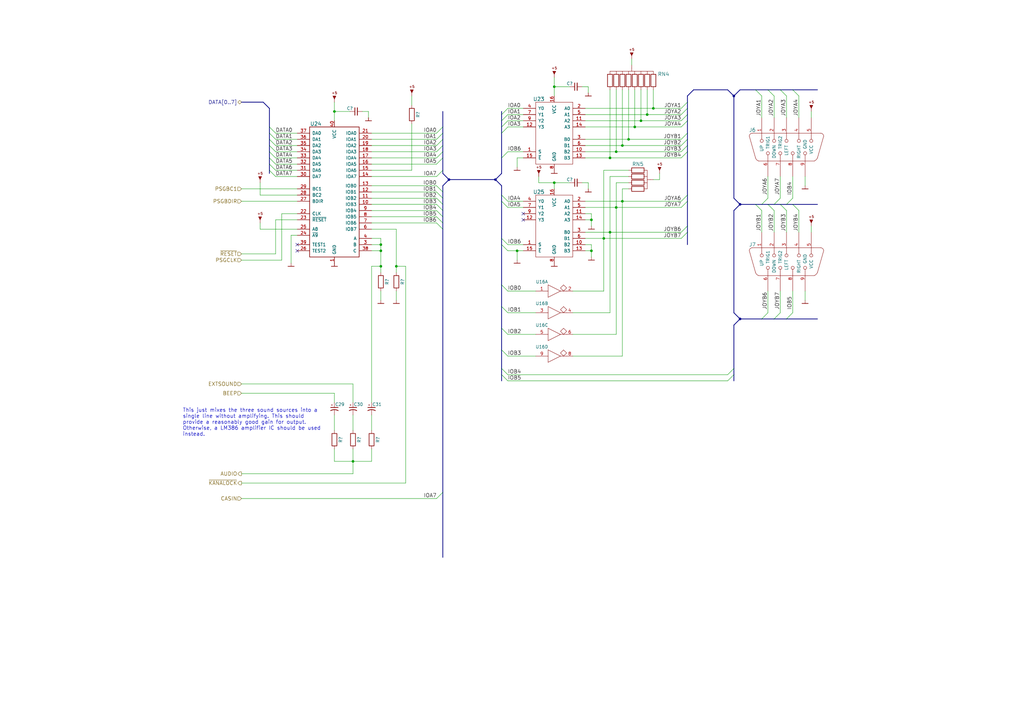
<source format=kicad_sch>
(kicad_sch (version 20211123) (generator eeschema)

  (uuid 87a32952-c8e5-40ba-af1d-1a8829a6c906)

  (paper "A3")

  (lib_symbols
    (symbol "artemisa:74HC157" (pin_names (offset 1.016)) (in_bom yes) (on_board yes)
      (property "Reference" "U" (id 0) (at -7.62 13.97 0)
        (effects (font (size 1.524 1.524)))
      )
      (property "Value" "74HC157" (id 1) (at 6.35 -13.97 0)
        (effects (font (size 1.524 1.524)))
      )
      (property "Footprint" "" (id 2) (at 0 -13.97 0)
        (effects (font (size 1.524 1.524)) hide)
      )
      (property "Datasheet" "" (id 3) (at 0 -13.97 0)
        (effects (font (size 1.524 1.524)) hide)
      )
      (symbol "74HC157_0_1"
        (rectangle (start -7.62 12.7) (end 7.62 -12.7)
          (stroke (width 0) (type default) (color 0 0 0 0))
          (fill (type none))
        )
      )
      (symbol "74HC157_1_1"
        (pin input line (at 12.7 -7.62 180) (length 5.08)
          (name "S" (effects (font (size 1.27 1.27))))
          (number "1" (effects (font (size 1.27 1.27))))
        )
        (pin input line (at -12.7 -7.62 0) (length 5.08)
          (name "B2" (effects (font (size 1.27 1.27))))
          (number "10" (effects (font (size 1.27 1.27))))
        )
        (pin input line (at -12.7 5.08 0) (length 5.08)
          (name "A2" (effects (font (size 1.27 1.27))))
          (number "11" (effects (font (size 1.27 1.27))))
        )
        (pin output line (at 12.7 2.54 180) (length 5.08)
          (name "Y3" (effects (font (size 1.27 1.27))))
          (number "12" (effects (font (size 1.27 1.27))))
        )
        (pin input line (at -12.7 -10.16 0) (length 5.08)
          (name "B3" (effects (font (size 1.27 1.27))))
          (number "13" (effects (font (size 1.27 1.27))))
        )
        (pin input line (at -12.7 2.54 0) (length 5.08)
          (name "A3" (effects (font (size 1.27 1.27))))
          (number "14" (effects (font (size 1.27 1.27))))
        )
        (pin input line (at 12.7 -10.16 180) (length 5.08)
          (name "~{E}" (effects (font (size 1.27 1.27))))
          (number "15" (effects (font (size 1.27 1.27))))
        )
        (pin power_in line (at 0 15.24 270) (length 2.54)
          (name "VCC" (effects (font (size 1.27 1.27))))
          (number "16" (effects (font (size 1.27 1.27))))
        )
        (pin input line (at -12.7 10.16 0) (length 5.08)
          (name "A0" (effects (font (size 1.27 1.27))))
          (number "2" (effects (font (size 1.27 1.27))))
        )
        (pin input line (at -12.7 -2.54 0) (length 5.08)
          (name "B0" (effects (font (size 1.27 1.27))))
          (number "3" (effects (font (size 1.27 1.27))))
        )
        (pin output line (at 12.7 10.16 180) (length 5.08)
          (name "Y0" (effects (font (size 1.27 1.27))))
          (number "4" (effects (font (size 1.27 1.27))))
        )
        (pin input line (at -12.7 7.62 0) (length 5.08)
          (name "A1" (effects (font (size 1.27 1.27))))
          (number "5" (effects (font (size 1.27 1.27))))
        )
        (pin input line (at -12.7 -5.08 0) (length 5.08)
          (name "B1" (effects (font (size 1.27 1.27))))
          (number "6" (effects (font (size 1.27 1.27))))
        )
        (pin output line (at 12.7 7.62 180) (length 5.08)
          (name "Y1" (effects (font (size 1.27 1.27))))
          (number "7" (effects (font (size 1.27 1.27))))
        )
        (pin power_in line (at 0 -15.24 90) (length 2.54)
          (name "GND" (effects (font (size 1.27 1.27))))
          (number "8" (effects (font (size 1.27 1.27))))
        )
        (pin output line (at 12.7 5.08 180) (length 5.08)
          (name "Y2" (effects (font (size 1.27 1.27))))
          (number "9" (effects (font (size 1.27 1.27))))
        )
      )
    )
    (symbol "artemisa:74LS07" (pin_names (offset 0.762)) (in_bom yes) (on_board yes)
      (property "Reference" "U" (id 0) (at 0 3.81 0)
        (effects (font (size 1.27 1.27)))
      )
      (property "Value" "74LS07" (id 1) (at 0 -3.81 0)
        (effects (font (size 1.27 1.27)))
      )
      (property "Footprint" "" (id 2) (at 0 0 0)
        (effects (font (size 1.27 1.27)) hide)
      )
      (property "Datasheet" "" (id 3) (at 0 0 0)
        (effects (font (size 1.27 1.27)) hide)
      )
      (symbol "74LS07_1_1"
        (polyline
          (pts
            (xy -2.54 -2.54)
            (xy 2.54 0)
          )
          (stroke (width 0) (type default) (color 0 0 0 0))
          (fill (type none))
        )
        (polyline
          (pts
            (xy -2.54 0)
            (xy -2.54 -2.54)
          )
          (stroke (width 0) (type default) (color 0 0 0 0))
          (fill (type none))
        )
        (polyline
          (pts
            (xy -2.54 0)
            (xy -2.54 2.54)
          )
          (stroke (width 0) (type default) (color 0 0 0 0))
          (fill (type none))
        )
        (polyline
          (pts
            (xy 2.54 0)
            (xy -2.54 2.54)
          )
          (stroke (width 0) (type default) (color 0 0 0 0))
          (fill (type none))
        )
        (polyline
          (pts
            (xy 5.08 0)
            (xy 2.54 0)
          )
          (stroke (width 0) (type default) (color 0 0 0 0))
          (fill (type none))
        )
        (polyline
          (pts
            (xy 3.81 2.54)
            (xy 2.54 1.27)
            (xy 3.81 0)
            (xy 5.08 1.27)
            (xy 3.81 2.54)
          )
          (stroke (width 0) (type default) (color 0 0 0 0))
          (fill (type none))
        )
        (pin input line (at -7.62 0 0) (length 5.0038)
          (name "~" (effects (font (size 1.27 1.27))))
          (number "1" (effects (font (size 1.27 1.27))))
        )
        (pin open_collector line (at 7.62 0 180) (length 2.54)
          (name "~" (effects (font (size 1.27 1.27))))
          (number "2" (effects (font (size 1.27 1.27))))
        )
      )
      (symbol "74LS07_2_1"
        (polyline
          (pts
            (xy -2.54 -2.54)
            (xy 2.54 0)
          )
          (stroke (width 0) (type default) (color 0 0 0 0))
          (fill (type none))
        )
        (polyline
          (pts
            (xy -2.54 0)
            (xy -2.54 -2.54)
          )
          (stroke (width 0) (type default) (color 0 0 0 0))
          (fill (type none))
        )
        (polyline
          (pts
            (xy -2.54 0)
            (xy -2.54 2.54)
          )
          (stroke (width 0) (type default) (color 0 0 0 0))
          (fill (type none))
        )
        (polyline
          (pts
            (xy 2.54 0)
            (xy -2.54 2.54)
          )
          (stroke (width 0) (type default) (color 0 0 0 0))
          (fill (type none))
        )
        (polyline
          (pts
            (xy 5.08 0)
            (xy 2.54 0)
          )
          (stroke (width 0) (type default) (color 0 0 0 0))
          (fill (type none))
        )
        (polyline
          (pts
            (xy 3.81 2.54)
            (xy 2.54 1.27)
            (xy 3.81 0)
            (xy 5.08 1.27)
            (xy 3.81 2.54)
          )
          (stroke (width 0) (type default) (color 0 0 0 0))
          (fill (type none))
        )
        (pin input line (at -7.62 0 0) (length 5.0038)
          (name "~" (effects (font (size 1.27 1.27))))
          (number "3" (effects (font (size 1.27 1.27))))
        )
        (pin open_collector line (at 7.62 0 180) (length 2.54)
          (name "~" (effects (font (size 1.27 1.27))))
          (number "4" (effects (font (size 1.27 1.27))))
        )
      )
      (symbol "74LS07_3_1"
        (polyline
          (pts
            (xy -2.54 -2.54)
            (xy 2.54 0)
          )
          (stroke (width 0) (type default) (color 0 0 0 0))
          (fill (type none))
        )
        (polyline
          (pts
            (xy -2.54 0)
            (xy -2.54 -2.54)
          )
          (stroke (width 0) (type default) (color 0 0 0 0))
          (fill (type none))
        )
        (polyline
          (pts
            (xy -2.54 0)
            (xy -2.54 2.54)
          )
          (stroke (width 0) (type default) (color 0 0 0 0))
          (fill (type none))
        )
        (polyline
          (pts
            (xy 2.54 0)
            (xy -2.54 2.54)
          )
          (stroke (width 0) (type default) (color 0 0 0 0))
          (fill (type none))
        )
        (polyline
          (pts
            (xy 5.08 0)
            (xy 2.54 0)
          )
          (stroke (width 0) (type default) (color 0 0 0 0))
          (fill (type none))
        )
        (polyline
          (pts
            (xy 3.81 2.54)
            (xy 2.54 1.27)
            (xy 3.81 0)
            (xy 5.08 1.27)
            (xy 3.81 2.54)
          )
          (stroke (width 0) (type default) (color 0 0 0 0))
          (fill (type none))
        )
        (pin input line (at -7.62 0 0) (length 5.0038)
          (name "~" (effects (font (size 1.27 1.27))))
          (number "5" (effects (font (size 1.27 1.27))))
        )
        (pin open_collector line (at 7.62 0 180) (length 2.54)
          (name "~" (effects (font (size 1.27 1.27))))
          (number "6" (effects (font (size 1.27 1.27))))
        )
      )
      (symbol "74LS07_4_1"
        (polyline
          (pts
            (xy -2.54 -2.54)
            (xy 2.54 0)
          )
          (stroke (width 0) (type default) (color 0 0 0 0))
          (fill (type none))
        )
        (polyline
          (pts
            (xy -2.54 0)
            (xy -2.54 -2.54)
          )
          (stroke (width 0) (type default) (color 0 0 0 0))
          (fill (type none))
        )
        (polyline
          (pts
            (xy -2.54 0)
            (xy -2.54 2.54)
          )
          (stroke (width 0) (type default) (color 0 0 0 0))
          (fill (type none))
        )
        (polyline
          (pts
            (xy 2.54 0)
            (xy -2.54 2.54)
          )
          (stroke (width 0) (type default) (color 0 0 0 0))
          (fill (type none))
        )
        (polyline
          (pts
            (xy 5.08 0)
            (xy 2.54 0)
          )
          (stroke (width 0) (type default) (color 0 0 0 0))
          (fill (type none))
        )
        (polyline
          (pts
            (xy 3.81 2.54)
            (xy 2.54 1.27)
            (xy 3.81 0)
            (xy 5.08 1.27)
            (xy 3.81 2.54)
          )
          (stroke (width 0) (type default) (color 0 0 0 0))
          (fill (type none))
        )
        (pin open_collector line (at 7.62 0 180) (length 2.54)
          (name "~" (effects (font (size 1.27 1.27))))
          (number "8" (effects (font (size 1.27 1.27))))
        )
        (pin input line (at -7.62 0 0) (length 5.0038)
          (name "~" (effects (font (size 1.27 1.27))))
          (number "9" (effects (font (size 1.27 1.27))))
        )
      )
      (symbol "74LS07_5_1"
        (polyline
          (pts
            (xy -2.54 -2.54)
            (xy 2.54 0)
          )
          (stroke (width 0) (type default) (color 0 0 0 0))
          (fill (type none))
        )
        (polyline
          (pts
            (xy -2.54 0)
            (xy -2.54 -2.54)
          )
          (stroke (width 0) (type default) (color 0 0 0 0))
          (fill (type none))
        )
        (polyline
          (pts
            (xy -2.54 0)
            (xy -2.54 2.54)
          )
          (stroke (width 0) (type default) (color 0 0 0 0))
          (fill (type none))
        )
        (polyline
          (pts
            (xy 2.54 0)
            (xy -2.54 2.54)
          )
          (stroke (width 0) (type default) (color 0 0 0 0))
          (fill (type none))
        )
        (polyline
          (pts
            (xy 5.08 0)
            (xy 2.54 0)
          )
          (stroke (width 0) (type default) (color 0 0 0 0))
          (fill (type none))
        )
        (polyline
          (pts
            (xy 3.81 2.54)
            (xy 2.54 1.27)
            (xy 3.81 0)
            (xy 5.08 1.27)
            (xy 3.81 2.54)
          )
          (stroke (width 0) (type default) (color 0 0 0 0))
          (fill (type none))
        )
        (pin open_collector line (at 7.62 0 180) (length 2.54)
          (name "~" (effects (font (size 1.27 1.27))))
          (number "10" (effects (font (size 1.27 1.27))))
        )
        (pin input line (at -7.62 0 0) (length 5.0038)
          (name "~" (effects (font (size 1.27 1.27))))
          (number "11" (effects (font (size 1.27 1.27))))
        )
      )
      (symbol "74LS07_6_1"
        (polyline
          (pts
            (xy -2.54 -2.54)
            (xy 2.54 0)
          )
          (stroke (width 0) (type default) (color 0 0 0 0))
          (fill (type none))
        )
        (polyline
          (pts
            (xy -2.54 0)
            (xy -2.54 -2.54)
          )
          (stroke (width 0) (type default) (color 0 0 0 0))
          (fill (type none))
        )
        (polyline
          (pts
            (xy -2.54 0)
            (xy -2.54 2.54)
          )
          (stroke (width 0) (type default) (color 0 0 0 0))
          (fill (type none))
        )
        (polyline
          (pts
            (xy 2.54 0)
            (xy -2.54 2.54)
          )
          (stroke (width 0) (type default) (color 0 0 0 0))
          (fill (type none))
        )
        (polyline
          (pts
            (xy 5.08 0)
            (xy 2.54 0)
          )
          (stroke (width 0) (type default) (color 0 0 0 0))
          (fill (type none))
        )
        (polyline
          (pts
            (xy 3.81 2.54)
            (xy 2.54 1.27)
            (xy 3.81 0)
            (xy 5.08 1.27)
            (xy 3.81 2.54)
          )
          (stroke (width 0) (type default) (color 0 0 0 0))
          (fill (type none))
        )
        (pin open_collector line (at 7.62 0 180) (length 2.54)
          (name "~" (effects (font (size 1.27 1.27))))
          (number "12" (effects (font (size 1.27 1.27))))
        )
        (pin input line (at -7.62 0 0) (length 5.0038)
          (name "~" (effects (font (size 1.27 1.27))))
          (number "13" (effects (font (size 1.27 1.27))))
        )
      )
      (symbol "74LS07_7_0"
        (pin power_in line (at 0 7.62 270) (length 2.54)
          (name "VCC" (effects (font (size 1.27 1.27))))
          (number "14" (effects (font (size 1.27 1.27))))
        )
      )
      (symbol "74LS07_7_1"
        (rectangle (start -3.81 -5.08) (end 3.81 5.08)
          (stroke (width 0) (type default) (color 0 0 0 0))
          (fill (type none))
        )
        (pin power_in line (at 0 -7.62 90) (length 2.54)
          (name "GND" (effects (font (size 1.27 1.27))))
          (number "7" (effects (font (size 1.27 1.27))))
        )
      )
    )
    (symbol "artemisa:AY-3-8910" (pin_names (offset 1.016)) (in_bom yes) (on_board yes)
      (property "Reference" "U" (id 0) (at 7.62 29.21 0)
        (effects (font (size 1.524 1.524)))
      )
      (property "Value" "AY-3-8910" (id 1) (at 7.62 -26.67 0)
        (effects (font (size 1.524 1.524)))
      )
      (property "Footprint" "" (id 2) (at 0 -3.81 0)
        (effects (font (size 1.524 1.524)) hide)
      )
      (property "Datasheet" "" (id 3) (at 0 -3.81 0)
        (effects (font (size 1.524 1.524)) hide)
      )
      (symbol "AY-3-8910_0_1"
        (rectangle (start -10.16 27.94) (end 10.16 -25.4)
          (stroke (width 0.254) (type default) (color 0 0 0 0))
          (fill (type none))
        )
      )
      (symbol "AY-3-8910_1_1"
        (pin power_in line (at 0 -27.94 90) (length 2.54)
          (name "GND" (effects (font (size 1.27 1.27))))
          (number "1" (effects (font (size 1.27 1.27))))
        )
        (pin bidirectional line (at 15.24 -3.81 180) (length 5.08)
          (name "IOB3" (effects (font (size 1.27 1.27))))
          (number "10" (effects (font (size 1.27 1.27))))
        )
        (pin bidirectional line (at 15.24 -1.27 180) (length 5.08)
          (name "IOB2" (effects (font (size 1.27 1.27))))
          (number "11" (effects (font (size 1.27 1.27))))
        )
        (pin bidirectional line (at 15.24 1.27 180) (length 5.08)
          (name "IOB1" (effects (font (size 1.27 1.27))))
          (number "12" (effects (font (size 1.27 1.27))))
        )
        (pin bidirectional line (at 15.24 3.81 180) (length 5.08)
          (name "IOB0" (effects (font (size 1.27 1.27))))
          (number "13" (effects (font (size 1.27 1.27))))
        )
        (pin bidirectional line (at 15.24 7.62 180) (length 5.08)
          (name "IOA7" (effects (font (size 1.27 1.27))))
          (number "14" (effects (font (size 1.27 1.27))))
        )
        (pin bidirectional line (at 15.24 10.16 180) (length 5.08)
          (name "IOA6" (effects (font (size 1.27 1.27))))
          (number "15" (effects (font (size 1.27 1.27))))
        )
        (pin bidirectional line (at 15.24 12.7 180) (length 5.08)
          (name "IOA5" (effects (font (size 1.27 1.27))))
          (number "16" (effects (font (size 1.27 1.27))))
        )
        (pin bidirectional line (at 15.24 15.24 180) (length 5.08)
          (name "IOA4" (effects (font (size 1.27 1.27))))
          (number "17" (effects (font (size 1.27 1.27))))
        )
        (pin bidirectional line (at 15.24 17.78 180) (length 5.08)
          (name "IOA3" (effects (font (size 1.27 1.27))))
          (number "18" (effects (font (size 1.27 1.27))))
        )
        (pin bidirectional line (at 15.24 20.32 180) (length 5.08)
          (name "IOA2" (effects (font (size 1.27 1.27))))
          (number "19" (effects (font (size 1.27 1.27))))
        )
        (pin no_connect line (at -3.81 33.02 270) (length 5.08) hide
          (name "NC" (effects (font (size 1.27 1.27))))
          (number "2" (effects (font (size 1.27 1.27))))
        )
        (pin bidirectional line (at 15.24 22.86 180) (length 5.08)
          (name "IOA1" (effects (font (size 1.27 1.27))))
          (number "20" (effects (font (size 1.27 1.27))))
        )
        (pin bidirectional line (at 15.24 25.4 180) (length 5.08)
          (name "IOA0" (effects (font (size 1.27 1.27))))
          (number "21" (effects (font (size 1.27 1.27))))
        )
        (pin input line (at -15.24 -7.62 0) (length 5.08)
          (name "CLK" (effects (font (size 1.27 1.27))))
          (number "22" (effects (font (size 1.27 1.27))))
        )
        (pin input line (at -15.24 -10.16 0) (length 5.08)
          (name "~{RESET}" (effects (font (size 1.27 1.27))))
          (number "23" (effects (font (size 1.27 1.27))))
        )
        (pin input line (at -15.24 -16.51 0) (length 5.08)
          (name "~{A9}" (effects (font (size 1.27 1.27))))
          (number "24" (effects (font (size 1.27 1.27))))
        )
        (pin input line (at -15.24 -13.97 0) (length 5.08)
          (name "A8" (effects (font (size 1.27 1.27))))
          (number "25" (effects (font (size 1.27 1.27))))
        )
        (pin output line (at -15.24 -22.86 0) (length 5.08)
          (name "TEST2" (effects (font (size 1.27 1.27))))
          (number "26" (effects (font (size 1.27 1.27))))
        )
        (pin input line (at -15.24 -2.54 0) (length 5.08)
          (name "BDIR" (effects (font (size 1.27 1.27))))
          (number "27" (effects (font (size 1.27 1.27))))
        )
        (pin input line (at -15.24 0 0) (length 5.08)
          (name "BC2" (effects (font (size 1.27 1.27))))
          (number "28" (effects (font (size 1.27 1.27))))
        )
        (pin input line (at -15.24 2.54 0) (length 5.08)
          (name "BC1" (effects (font (size 1.27 1.27))))
          (number "29" (effects (font (size 1.27 1.27))))
        )
        (pin passive line (at 15.24 -20.32 180) (length 5.08)
          (name "B" (effects (font (size 1.27 1.27))))
          (number "3" (effects (font (size 1.27 1.27))))
        )
        (pin input line (at -15.24 7.62 0) (length 5.08)
          (name "DA7" (effects (font (size 1.27 1.27))))
          (number "30" (effects (font (size 1.27 1.27))))
        )
        (pin input line (at -15.24 10.16 0) (length 5.08)
          (name "DA6" (effects (font (size 1.27 1.27))))
          (number "31" (effects (font (size 1.27 1.27))))
        )
        (pin input line (at -15.24 12.7 0) (length 5.08)
          (name "DA5" (effects (font (size 1.27 1.27))))
          (number "32" (effects (font (size 1.27 1.27))))
        )
        (pin input line (at -15.24 15.24 0) (length 5.08)
          (name "DA4" (effects (font (size 1.27 1.27))))
          (number "33" (effects (font (size 1.27 1.27))))
        )
        (pin input line (at -15.24 17.78 0) (length 5.08)
          (name "DA3" (effects (font (size 1.27 1.27))))
          (number "34" (effects (font (size 1.27 1.27))))
        )
        (pin input line (at -15.24 20.32 0) (length 5.08)
          (name "DA2" (effects (font (size 1.27 1.27))))
          (number "35" (effects (font (size 1.27 1.27))))
        )
        (pin input line (at -15.24 22.86 0) (length 5.08)
          (name "DA1" (effects (font (size 1.27 1.27))))
          (number "36" (effects (font (size 1.27 1.27))))
        )
        (pin input line (at -15.24 25.4 0) (length 5.08)
          (name "DA0" (effects (font (size 1.27 1.27))))
          (number "37" (effects (font (size 1.27 1.27))))
        )
        (pin passive line (at 15.24 -22.86 180) (length 5.08)
          (name "C" (effects (font (size 1.27 1.27))))
          (number "38" (effects (font (size 1.27 1.27))))
        )
        (pin output line (at -15.24 -20.32 0) (length 5.08)
          (name "TEST1" (effects (font (size 1.27 1.27))))
          (number "39" (effects (font (size 1.27 1.27))))
        )
        (pin output line (at 15.24 -17.78 180) (length 5.08)
          (name "A" (effects (font (size 1.27 1.27))))
          (number "4" (effects (font (size 1.27 1.27))))
        )
        (pin power_in line (at 0 30.48 270) (length 2.54)
          (name "VCC" (effects (font (size 1.27 1.27))))
          (number "40" (effects (font (size 1.27 1.27))))
        )
        (pin no_connect line (at 3.81 33.02 270) (length 5.08) hide
          (name "NC" (effects (font (size 1.27 1.27))))
          (number "5" (effects (font (size 1.27 1.27))))
        )
        (pin bidirectional line (at 15.24 -13.97 180) (length 5.08)
          (name "IOB7" (effects (font (size 1.27 1.27))))
          (number "6" (effects (font (size 1.27 1.27))))
        )
        (pin bidirectional line (at 15.24 -11.43 180) (length 5.08)
          (name "IOB6" (effects (font (size 1.27 1.27))))
          (number "7" (effects (font (size 1.27 1.27))))
        )
        (pin bidirectional line (at 15.24 -8.89 180) (length 5.08)
          (name "IOB5" (effects (font (size 1.27 1.27))))
          (number "8" (effects (font (size 1.27 1.27))))
        )
        (pin bidirectional line (at 15.24 -6.35 180) (length 5.08)
          (name "IOB4" (effects (font (size 1.27 1.27))))
          (number "9" (effects (font (size 1.27 1.27))))
        )
      )
    )
    (symbol "artemisa:CONN_JOY" (pin_names (offset 1.016)) (in_bom yes) (on_board yes)
      (property "Reference" "J" (id 0) (at -13.97 7.62 0)
        (effects (font (size 1.524 1.524)))
      )
      (property "Value" "CONN_JOY" (id 1) (at 16.51 7.62 0)
        (effects (font (size 1.524 1.524)))
      )
      (property "Footprint" "" (id 2) (at 0 -1.27 0)
        (effects (font (size 1.524 1.524)) hide)
      )
      (property "Datasheet" "" (id 3) (at 0 -1.27 0)
        (effects (font (size 1.524 1.524)) hide)
      )
      (symbol "CONN_JOY_0_1"
        (arc (start -13.97 6.35) (mid -14.8846 5.9871) (end -15.24 5.08)
          (stroke (width 0) (type default) (color 0 0 0 0))
          (fill (type none))
        )
        (arc (start -12.7 -3.81) (mid -12.2149 -4.5949) (end -11.43 -5.08)
          (stroke (width 0) (type default) (color 0 0 0 0))
          (fill (type none))
        )
        (polyline
          (pts
            (xy -13.97 6.35)
            (xy 13.97 6.35)
          )
          (stroke (width 0) (type default) (color 0 0 0 0))
          (fill (type none))
        )
        (polyline
          (pts
            (xy -12.7 -3.81)
            (xy -15.24 5.08)
          )
          (stroke (width 0) (type default) (color 0 0 0 0))
          (fill (type none))
        )
        (polyline
          (pts
            (xy 11.43 -5.08)
            (xy -11.43 -5.08)
          )
          (stroke (width 0) (type default) (color 0 0 0 0))
          (fill (type none))
        )
        (polyline
          (pts
            (xy 15.24 5.08)
            (xy 12.7 -3.81)
          )
          (stroke (width 0) (type default) (color 0 0 0 0))
          (fill (type none))
        )
        (arc (start 11.43 -5.08) (mid 12.168 -4.548) (end 12.7 -3.81)
          (stroke (width 0) (type default) (color 0 0 0 0))
          (fill (type none))
        )
        (arc (start 15.24 5.08) (mid 14.8666 5.9688) (end 13.97 6.35)
          (stroke (width 0) (type default) (color 0 0 0 0))
          (fill (type none))
        )
      )
      (symbol "CONN_JOY_1_1"
        (pin output inverted (at -10.16 12.7 270) (length 10.16)
          (name "UP" (effects (font (size 1.27 1.27))))
          (number "1" (effects (font (size 1.27 1.27))))
        )
        (pin output inverted (at -5.08 12.7 270) (length 10.16)
          (name "DOWN" (effects (font (size 1.27 1.27))))
          (number "2" (effects (font (size 1.27 1.27))))
        )
        (pin output inverted (at 0 12.7 270) (length 10.16)
          (name "LEFT" (effects (font (size 1.27 1.27))))
          (number "3" (effects (font (size 1.27 1.27))))
        )
        (pin output inverted (at 5.08 12.7 270) (length 10.16)
          (name "RIGHT" (effects (font (size 1.27 1.27))))
          (number "4" (effects (font (size 1.27 1.27))))
        )
        (pin power_in inverted (at 10.16 12.7 270) (length 10.16)
          (name "VCC" (effects (font (size 1.27 1.27))))
          (number "5" (effects (font (size 1.27 1.27))))
        )
        (pin bidirectional inverted (at -7.62 -11.43 90) (length 10.16)
          (name "TRIG1" (effects (font (size 1.27 1.27))))
          (number "6" (effects (font (size 1.27 1.27))))
        )
        (pin bidirectional inverted (at -2.54 -11.43 90) (length 10.16)
          (name "TRIG2" (effects (font (size 1.27 1.27))))
          (number "7" (effects (font (size 1.27 1.27))))
        )
        (pin input inverted (at 2.54 -11.43 90) (length 10.16)
          (name "~" (effects (font (size 1.27 1.27))))
          (number "8" (effects (font (size 1.27 1.27))))
        )
        (pin power_in inverted (at 7.62 -11.43 90) (length 10.16)
          (name "GND" (effects (font (size 1.27 1.27))))
          (number "9" (effects (font (size 1.27 1.27))))
        )
      )
    )
    (symbol "artemisa:CP" (pin_numbers hide) (pin_names (offset 0.254) hide) (in_bom yes) (on_board yes)
      (property "Reference" "C" (id 0) (at 0.254 1.778 0)
        (effects (font (size 1.27 1.27)) (justify left))
      )
      (property "Value" "CP" (id 1) (at 0.254 -2.032 0)
        (effects (font (size 1.27 1.27)) (justify left))
      )
      (property "Footprint" "" (id 2) (at 0 0 0)
        (effects (font (size 1.27 1.27)) hide)
      )
      (property "Datasheet" "" (id 3) (at 0 0 0)
        (effects (font (size 1.27 1.27)) hide)
      )
      (property "ki_fp_filters" "CP_*" (id 4) (at 0 0 0)
        (effects (font (size 1.27 1.27)) hide)
      )
      (symbol "CP_0_1"
        (polyline
          (pts
            (xy -1.524 0.508)
            (xy 1.524 0.508)
          )
          (stroke (width 0.3048) (type default) (color 0 0 0 0))
          (fill (type none))
        )
        (polyline
          (pts
            (xy -1.27 1.524)
            (xy -0.762 1.524)
          )
          (stroke (width 0) (type default) (color 0 0 0 0))
          (fill (type none))
        )
        (polyline
          (pts
            (xy -1.016 1.27)
            (xy -1.016 1.778)
          )
          (stroke (width 0) (type default) (color 0 0 0 0))
          (fill (type none))
        )
        (arc (start 1.524 -0.762) (mid 0 -0.3734) (end -1.524 -0.762)
          (stroke (width 0.3048) (type default) (color 0 0 0 0))
          (fill (type none))
        )
      )
      (symbol "CP_1_1"
        (pin passive line (at 0 2.54 270) (length 2.032)
          (name "~" (effects (font (size 1.27 1.27))))
          (number "1" (effects (font (size 1.27 1.27))))
        )
        (pin passive line (at 0 -2.54 90) (length 2.032)
          (name "~" (effects (font (size 1.27 1.27))))
          (number "2" (effects (font (size 1.27 1.27))))
        )
      )
    )
    (symbol "artemisa:Cap" (pin_numbers hide) (pin_names (offset 0.254) hide) (in_bom yes) (on_board yes)
      (property "Reference" "C" (id 0) (at 0.254 1.778 0)
        (effects (font (size 1.27 1.27)) (justify left))
      )
      (property "Value" "Cap" (id 1) (at 0.254 -2.032 0)
        (effects (font (size 1.27 1.27)) (justify left))
      )
      (property "Footprint" "" (id 2) (at 0 0 0)
        (effects (font (size 1.27 1.27)) hide)
      )
      (property "Datasheet" "" (id 3) (at 0 0 0)
        (effects (font (size 1.27 1.27)) hide)
      )
      (property "ki_fp_filters" "C_*" (id 4) (at 0 0 0)
        (effects (font (size 1.27 1.27)) hide)
      )
      (symbol "Cap_0_1"
        (polyline
          (pts
            (xy -1.524 -0.508)
            (xy 1.524 -0.508)
          )
          (stroke (width 0.3302) (type default) (color 0 0 0 0))
          (fill (type none))
        )
        (polyline
          (pts
            (xy -1.524 0.508)
            (xy 1.524 0.508)
          )
          (stroke (width 0.3048) (type default) (color 0 0 0 0))
          (fill (type none))
        )
      )
      (symbol "Cap_1_1"
        (pin passive line (at 0 2.54 270) (length 2.032)
          (name "~" (effects (font (size 1.27 1.27))))
          (number "1" (effects (font (size 1.27 1.27))))
        )
        (pin passive line (at 0 -2.54 90) (length 2.032)
          (name "~" (effects (font (size 1.27 1.27))))
          (number "2" (effects (font (size 1.27 1.27))))
        )
      )
    )
    (symbol "artemisa:GND" (power) (pin_numbers hide) (pin_names (offset 0) hide) (in_bom yes) (on_board yes)
      (property "Reference" "#PWR" (id 0) (at 0 -2.54 0)
        (effects (font (size 1.524 1.524)) hide)
      )
      (property "Value" "GND" (id 1) (at 0 2.54 0)
        (effects (font (size 1.524 1.524)) hide)
      )
      (property "Footprint" "" (id 2) (at 0 0 0)
        (effects (font (size 1.524 1.524)) hide)
      )
      (property "Datasheet" "" (id 3) (at 0 0 0)
        (effects (font (size 1.524 1.524)) hide)
      )
      (symbol "GND_0_1"
        (polyline
          (pts
            (xy -1.27 -1.27)
            (xy 1.27 -1.27)
          )
          (stroke (width 0.254) (type default) (color 0 0 0 0))
          (fill (type none))
        )
      )
      (symbol "GND_1_1"
        (pin power_in line (at 0 0 270) (length 1.27)
          (name "GND" (effects (font (size 1.27 1.27))))
          (number "~" (effects (font (size 1.27 1.27))))
        )
      )
    )
    (symbol "artemisa:R" (pin_numbers hide) (pin_names (offset 1.016)) (in_bom yes) (on_board yes)
      (property "Reference" "R" (id 0) (at 0 -2.54 0)
        (effects (font (size 1.524 1.524)))
      )
      (property "Value" "R" (id 1) (at 0 0 0)
        (effects (font (size 1.016 1.016)))
      )
      (property "Footprint" "" (id 2) (at 0 0 90)
        (effects (font (size 1.524 1.524)) hide)
      )
      (property "Datasheet" "" (id 3) (at 0 0 90)
        (effects (font (size 1.524 1.524)) hide)
      )
      (symbol "R_1_1"
        (rectangle (start 2.54 -1.016) (end -2.54 1.016)
          (stroke (width 0.254) (type default) (color 0 0 0 0))
          (fill (type none))
        )
        (pin passive line (at -3.81 0 0) (length 1.27)
          (name "~" (effects (font (size 1.27 1.27))))
          (number "1" (effects (font (size 1.27 1.27))))
        )
        (pin passive line (at 3.81 0 180) (length 1.27)
          (name "~" (effects (font (size 1.27 1.27))))
          (number "2" (effects (font (size 1.27 1.27))))
        )
      )
    )
    (symbol "artemisa:RN4" (pin_numbers hide) (pin_names (offset 1.016) hide) (in_bom yes) (on_board yes)
      (property "Reference" "RN" (id 0) (at 3.81 5.08 0)
        (effects (font (size 1.524 1.524)))
      )
      (property "Value" "RN4" (id 1) (at -5.08 5.08 0)
        (effects (font (size 1.524 1.524)))
      )
      (property "Footprint" "" (id 2) (at 2.54 -1.905 0)
        (effects (font (size 1.524 1.524)) hide)
      )
      (property "Datasheet" "" (id 3) (at 2.54 -1.905 0)
        (effects (font (size 1.524 1.524)) hide)
      )
      (symbol "RN4_0_1"
        (polyline
          (pts
            (xy -3.81 2.54)
            (xy -3.81 3.81)
          )
          (stroke (width 0) (type default) (color 0 0 0 0))
          (fill (type none))
        )
        (polyline
          (pts
            (xy -3.81 3.81)
            (xy 3.81 3.81)
          )
          (stroke (width 0) (type default) (color 0 0 0 0))
          (fill (type none))
        )
        (polyline
          (pts
            (xy -1.27 2.54)
            (xy -1.27 3.81)
          )
          (stroke (width 0) (type default) (color 0 0 0 0))
          (fill (type none))
        )
        (polyline
          (pts
            (xy 0 5.08)
            (xy 0 3.81)
          )
          (stroke (width 0) (type default) (color 0 0 0 0))
          (fill (type none))
        )
        (polyline
          (pts
            (xy 1.27 2.54)
            (xy 1.27 3.81)
          )
          (stroke (width 0) (type default) (color 0 0 0 0))
          (fill (type none))
        )
        (polyline
          (pts
            (xy 3.81 2.54)
            (xy 3.81 3.81)
          )
          (stroke (width 0) (type default) (color 0 0 0 0))
          (fill (type none))
        )
      )
      (symbol "RN4_0_2"
        (polyline
          (pts
            (xy -3.81 3.81)
            (xy 3.81 3.81)
          )
          (stroke (width 0) (type default) (color 0 0 0 0))
          (fill (type none))
        )
        (polyline
          (pts
            (xy -3.81 3.81)
            (xy -6.35 3.81)
            (xy -6.35 -2.54)
          )
          (stroke (width 0) (type default) (color 0 0 0 0))
          (fill (type none))
        )
      )
      (symbol "RN4_1_1"
        (rectangle (start -4.826 -2.54) (end -2.794 2.54)
          (stroke (width 0.254) (type default) (color 0 0 0 0))
          (fill (type none))
        )
        (rectangle (start -2.286 -2.54) (end -0.254 2.54)
          (stroke (width 0.254) (type default) (color 0 0 0 0))
          (fill (type none))
        )
        (rectangle (start 0.254 -2.54) (end 2.286 2.54)
          (stroke (width 0.254) (type default) (color 0 0 0 0))
          (fill (type none))
        )
        (rectangle (start 2.794 -2.54) (end 4.826 2.54)
          (stroke (width 0.254) (type default) (color 0 0 0 0))
          (fill (type none))
        )
        (pin passive line (at 0 6.35 270) (length 1.27)
          (name "~" (effects (font (size 1.27 1.27))))
          (number "1" (effects (font (size 1.27 1.27))))
        )
        (pin passive line (at -3.81 -3.81 90) (length 1.27)
          (name "~" (effects (font (size 1.27 1.27))))
          (number "2" (effects (font (size 1.27 1.27))))
        )
        (pin passive line (at -1.27 -3.81 90) (length 1.27)
          (name "~" (effects (font (size 1.27 1.27))))
          (number "3" (effects (font (size 1.27 1.27))))
        )
        (pin passive line (at 1.27 -3.81 90) (length 1.27)
          (name "~" (effects (font (size 1.27 1.27))))
          (number "4" (effects (font (size 1.27 1.27))))
        )
        (pin passive line (at 3.81 -3.81 90) (length 1.27)
          (name "~" (effects (font (size 1.27 1.27))))
          (number "5" (effects (font (size 1.27 1.27))))
        )
      )
      (symbol "RN4_1_2"
        (rectangle (start -4.826 -2.54) (end -2.794 2.54)
          (stroke (width 0.254) (type default) (color 0 0 0 0))
          (fill (type none))
        )
        (rectangle (start -2.286 -2.54) (end -0.254 2.54)
          (stroke (width 0.254) (type default) (color 0 0 0 0))
          (fill (type none))
        )
        (polyline
          (pts
            (xy -3.81 2.54)
            (xy -3.81 3.81)
          )
          (stroke (width 0) (type default) (color 0 0 0 0))
          (fill (type none))
        )
        (polyline
          (pts
            (xy -1.27 2.54)
            (xy -1.27 3.81)
          )
          (stroke (width 0) (type default) (color 0 0 0 0))
          (fill (type none))
        )
        (polyline
          (pts
            (xy 1.27 2.54)
            (xy 1.27 3.81)
          )
          (stroke (width 0) (type default) (color 0 0 0 0))
          (fill (type none))
        )
        (polyline
          (pts
            (xy 3.81 2.54)
            (xy 3.81 3.81)
          )
          (stroke (width 0) (type default) (color 0 0 0 0))
          (fill (type none))
        )
        (rectangle (start 0.254 -2.54) (end 2.286 2.54)
          (stroke (width 0.254) (type default) (color 0 0 0 0))
          (fill (type none))
        )
        (rectangle (start 2.794 -2.54) (end 4.826 2.54)
          (stroke (width 0.254) (type default) (color 0 0 0 0))
          (fill (type none))
        )
        (pin passive line (at -6.35 -3.81 90) (length 1.27)
          (name "~" (effects (font (size 1.27 1.27))))
          (number "1" (effects (font (size 1.27 1.27))))
        )
        (pin passive line (at -3.81 -3.81 90) (length 1.27)
          (name "~" (effects (font (size 1.27 1.27))))
          (number "2" (effects (font (size 1.27 1.27))))
        )
        (pin passive line (at -1.27 -3.81 90) (length 1.27)
          (name "~" (effects (font (size 1.27 1.27))))
          (number "3" (effects (font (size 1.27 1.27))))
        )
        (pin passive line (at 1.27 -3.81 90) (length 1.27)
          (name "~" (effects (font (size 1.27 1.27))))
          (number "4" (effects (font (size 1.27 1.27))))
        )
        (pin passive line (at 3.81 -3.81 90) (length 1.27)
          (name "~" (effects (font (size 1.27 1.27))))
          (number "5" (effects (font (size 1.27 1.27))))
        )
      )
    )
    (symbol "artemisa:RN8" (pin_numbers hide) (pin_names (offset 1.016) hide) (in_bom yes) (on_board yes)
      (property "Reference" "RN" (id 0) (at 7.62 5.08 0)
        (effects (font (size 1.524 1.524)))
      )
      (property "Value" "RN8" (id 1) (at -8.89 5.08 0)
        (effects (font (size 1.524 1.524)))
      )
      (property "Footprint" "" (id 2) (at -7.62 -1.905 0)
        (effects (font (size 1.524 1.524)) hide)
      )
      (property "Datasheet" "" (id 3) (at -7.62 -1.905 0)
        (effects (font (size 1.524 1.524)) hide)
      )
      (symbol "RN8_0_1"
        (polyline
          (pts
            (xy -8.89 2.54)
            (xy -8.89 3.81)
          )
          (stroke (width 0) (type default) (color 0 0 0 0))
          (fill (type none))
        )
        (polyline
          (pts
            (xy -6.35 2.54)
            (xy -6.35 3.81)
          )
          (stroke (width 0) (type default) (color 0 0 0 0))
          (fill (type none))
        )
        (polyline
          (pts
            (xy -3.81 2.54)
            (xy -3.81 3.81)
          )
          (stroke (width 0) (type default) (color 0 0 0 0))
          (fill (type none))
        )
        (polyline
          (pts
            (xy -1.27 2.54)
            (xy -1.27 3.81)
          )
          (stroke (width 0) (type default) (color 0 0 0 0))
          (fill (type none))
        )
        (polyline
          (pts
            (xy 0 5.08)
            (xy 0 3.81)
          )
          (stroke (width 0) (type default) (color 0 0 0 0))
          (fill (type none))
        )
        (polyline
          (pts
            (xy 1.27 2.54)
            (xy 1.27 3.81)
          )
          (stroke (width 0) (type default) (color 0 0 0 0))
          (fill (type none))
        )
        (polyline
          (pts
            (xy 3.81 2.54)
            (xy 3.81 3.81)
          )
          (stroke (width 0) (type default) (color 0 0 0 0))
          (fill (type none))
        )
        (polyline
          (pts
            (xy 6.35 2.54)
            (xy 6.35 3.81)
          )
          (stroke (width 0) (type default) (color 0 0 0 0))
          (fill (type none))
        )
        (polyline
          (pts
            (xy 8.89 2.54)
            (xy 8.89 3.81)
          )
          (stroke (width 0) (type default) (color 0 0 0 0))
          (fill (type none))
        )
        (polyline
          (pts
            (xy 8.89 3.81)
            (xy -8.89 3.81)
          )
          (stroke (width 0) (type default) (color 0 0 0 0))
          (fill (type none))
        )
      )
      (symbol "RN8_0_2"
        (polyline
          (pts
            (xy -13.97 3.81)
            (xy -8.89 3.81)
          )
          (stroke (width 0) (type default) (color 0 0 0 0))
          (fill (type none))
        )
        (polyline
          (pts
            (xy -13.97 3.81)
            (xy -16.51 3.81)
            (xy -16.51 -2.54)
          )
          (stroke (width 0) (type default) (color 0 0 0 0))
          (fill (type none))
        )
      )
      (symbol "RN8_1_1"
        (rectangle (start -9.906 -2.54) (end -7.874 2.54)
          (stroke (width 0.254) (type default) (color 0 0 0 0))
          (fill (type none))
        )
        (rectangle (start -7.366 -2.54) (end -5.334 2.54)
          (stroke (width 0.254) (type default) (color 0 0 0 0))
          (fill (type none))
        )
        (rectangle (start -4.826 -2.54) (end -2.794 2.54)
          (stroke (width 0.254) (type default) (color 0 0 0 0))
          (fill (type none))
        )
        (rectangle (start -2.286 -2.54) (end -0.254 2.54)
          (stroke (width 0.254) (type default) (color 0 0 0 0))
          (fill (type none))
        )
        (rectangle (start 0.254 -2.54) (end 2.286 2.54)
          (stroke (width 0.254) (type default) (color 0 0 0 0))
          (fill (type none))
        )
        (rectangle (start 2.794 -2.54) (end 4.826 2.54)
          (stroke (width 0.254) (type default) (color 0 0 0 0))
          (fill (type none))
        )
        (rectangle (start 5.334 -2.54) (end 7.366 2.54)
          (stroke (width 0.254) (type default) (color 0 0 0 0))
          (fill (type none))
        )
        (rectangle (start 7.874 -2.54) (end 9.906 2.54)
          (stroke (width 0.254) (type default) (color 0 0 0 0))
          (fill (type none))
        )
        (pin passive line (at 0 6.35 270) (length 1.27)
          (name "~" (effects (font (size 1.27 1.27))))
          (number "1" (effects (font (size 1.27 1.27))))
        )
        (pin passive line (at -8.89 -3.81 90) (length 1.27)
          (name "~" (effects (font (size 1.27 1.27))))
          (number "2" (effects (font (size 1.27 1.27))))
        )
        (pin passive line (at -6.35 -3.81 90) (length 1.27)
          (name "~" (effects (font (size 1.27 1.27))))
          (number "3" (effects (font (size 1.27 1.27))))
        )
        (pin passive line (at -3.81 -3.81 90) (length 1.27)
          (name "~" (effects (font (size 1.27 1.27))))
          (number "4" (effects (font (size 1.27 1.27))))
        )
        (pin passive line (at -1.27 -3.81 90) (length 1.27)
          (name "~" (effects (font (size 1.27 1.27))))
          (number "5" (effects (font (size 1.27 1.27))))
        )
        (pin passive line (at 1.27 -3.81 90) (length 1.27)
          (name "~" (effects (font (size 1.27 1.27))))
          (number "6" (effects (font (size 1.27 1.27))))
        )
        (pin passive line (at 3.81 -3.81 90) (length 1.27)
          (name "~" (effects (font (size 1.27 1.27))))
          (number "7" (effects (font (size 1.27 1.27))))
        )
        (pin passive line (at 6.35 -3.81 90) (length 1.27)
          (name "~" (effects (font (size 1.27 1.27))))
          (number "8" (effects (font (size 1.27 1.27))))
        )
        (pin passive line (at 8.89 -3.81 90) (length 1.27)
          (name "~" (effects (font (size 1.27 1.27))))
          (number "9" (effects (font (size 1.27 1.27))))
        )
      )
      (symbol "RN8_1_2"
        (rectangle (start -9.906 -2.54) (end -7.874 2.54)
          (stroke (width 0.254) (type default) (color 0 0 0 0))
          (fill (type none))
        )
        (rectangle (start -7.366 -2.54) (end -5.334 2.54)
          (stroke (width 0.254) (type default) (color 0 0 0 0))
          (fill (type none))
        )
        (rectangle (start -4.826 -2.54) (end -2.794 2.54)
          (stroke (width 0.254) (type default) (color 0 0 0 0))
          (fill (type none))
        )
        (rectangle (start -2.286 -2.54) (end -0.254 2.54)
          (stroke (width 0.254) (type default) (color 0 0 0 0))
          (fill (type none))
        )
        (polyline
          (pts
            (xy -8.89 2.54)
            (xy -8.89 3.81)
          )
          (stroke (width 0) (type default) (color 0 0 0 0))
          (fill (type none))
        )
        (polyline
          (pts
            (xy -6.35 2.54)
            (xy -6.35 3.81)
          )
          (stroke (width 0) (type default) (color 0 0 0 0))
          (fill (type none))
        )
        (polyline
          (pts
            (xy -3.81 2.54)
            (xy -3.81 3.81)
          )
          (stroke (width 0) (type default) (color 0 0 0 0))
          (fill (type none))
        )
        (polyline
          (pts
            (xy -1.27 2.54)
            (xy -1.27 3.81)
          )
          (stroke (width 0) (type default) (color 0 0 0 0))
          (fill (type none))
        )
        (polyline
          (pts
            (xy 1.27 2.54)
            (xy 1.27 3.81)
          )
          (stroke (width 0) (type default) (color 0 0 0 0))
          (fill (type none))
        )
        (polyline
          (pts
            (xy 3.81 2.54)
            (xy 3.81 3.81)
          )
          (stroke (width 0) (type default) (color 0 0 0 0))
          (fill (type none))
        )
        (polyline
          (pts
            (xy 6.35 2.54)
            (xy 6.35 3.81)
          )
          (stroke (width 0) (type default) (color 0 0 0 0))
          (fill (type none))
        )
        (polyline
          (pts
            (xy 8.89 2.54)
            (xy 8.89 3.81)
          )
          (stroke (width 0) (type default) (color 0 0 0 0))
          (fill (type none))
        )
        (polyline
          (pts
            (xy 8.89 3.81)
            (xy -8.89 3.81)
          )
          (stroke (width 0) (type default) (color 0 0 0 0))
          (fill (type none))
        )
        (rectangle (start 0.254 -2.54) (end 2.286 2.54)
          (stroke (width 0.254) (type default) (color 0 0 0 0))
          (fill (type none))
        )
        (rectangle (start 2.794 -2.54) (end 4.826 2.54)
          (stroke (width 0.254) (type default) (color 0 0 0 0))
          (fill (type none))
        )
        (rectangle (start 5.334 -2.54) (end 7.366 2.54)
          (stroke (width 0.254) (type default) (color 0 0 0 0))
          (fill (type none))
        )
        (rectangle (start 7.874 -2.54) (end 9.906 2.54)
          (stroke (width 0.254) (type default) (color 0 0 0 0))
          (fill (type none))
        )
        (pin passive line (at -16.51 -3.81 90) (length 1.27)
          (name "~" (effects (font (size 1.27 1.27))))
          (number "1" (effects (font (size 1.27 1.27))))
        )
        (pin passive line (at -8.89 -3.81 90) (length 1.27)
          (name "~" (effects (font (size 1.27 1.27))))
          (number "2" (effects (font (size 1.27 1.27))))
        )
        (pin passive line (at -6.35 -3.81 90) (length 1.27)
          (name "~" (effects (font (size 1.27 1.27))))
          (number "3" (effects (font (size 1.27 1.27))))
        )
        (pin passive line (at -3.81 -3.81 90) (length 1.27)
          (name "~" (effects (font (size 1.27 1.27))))
          (number "4" (effects (font (size 1.27 1.27))))
        )
        (pin passive line (at -1.27 -3.81 90) (length 1.27)
          (name "~" (effects (font (size 1.27 1.27))))
          (number "5" (effects (font (size 1.27 1.27))))
        )
        (pin passive line (at 1.27 -3.81 90) (length 1.27)
          (name "~" (effects (font (size 1.27 1.27))))
          (number "6" (effects (font (size 1.27 1.27))))
        )
        (pin passive line (at 3.81 -3.81 90) (length 1.27)
          (name "~" (effects (font (size 1.27 1.27))))
          (number "7" (effects (font (size 1.27 1.27))))
        )
        (pin passive line (at 6.35 -3.81 90) (length 1.27)
          (name "~" (effects (font (size 1.27 1.27))))
          (number "8" (effects (font (size 1.27 1.27))))
        )
        (pin passive line (at 8.89 -3.81 90) (length 1.27)
          (name "~" (effects (font (size 1.27 1.27))))
          (number "9" (effects (font (size 1.27 1.27))))
        )
      )
    )
    (symbol "artemisa:VCC" (power) (pin_numbers hide) (pin_names (offset 0) hide) (in_bom yes) (on_board yes)
      (property "Reference" "#PWR" (id 0) (at 0 -1.27 0)
        (effects (font (size 1.524 1.524)) hide)
      )
      (property "Value" "VCC" (id 1) (at 0 6.35 0)
        (effects (font (size 1.524 1.524)) hide)
      )
      (property "Footprint" "" (id 2) (at 0 0 0)
        (effects (font (size 1.524 1.524)) hide)
      )
      (property "Datasheet" "" (id 3) (at 0 0 0)
        (effects (font (size 1.524 1.524)) hide)
      )
      (symbol "VCC_0_0"
        (text "+5" (at 0 3.81 0)
          (effects (font (size 1.016 1.016)))
        )
      )
      (symbol "VCC_0_1"
        (polyline
          (pts
            (xy 0 1.27)
            (xy 0.635 2.54)
            (xy -0.635 2.54)
            (xy 0 1.27)
          )
          (stroke (width 0) (type default) (color 0 0 0 0))
          (fill (type outline))
        )
      )
      (symbol "VCC_1_1"
        (pin power_in line (at 0 0 90) (length 1.27)
          (name "~" (effects (font (size 1.27 1.27))))
          (number "~" (effects (font (size 1.27 1.27))))
        )
      )
    )
  )


  (junction (at 262.89 49.53) (diameter 0) (color 0 0 0 0)
    (uuid 06b6db7e-5210-41ec-a47b-0127ebbe0786)
  )
  (junction (at 242.57 102.87) (diameter 0) (color 0 0 0 0)
    (uuid 15e1670d-9e79-4a5e-88ad-fbbb238a3e8a)
  )
  (junction (at 242.57 90.17) (diameter 0) (color 0 0 0 0)
    (uuid 1d801ac4-6429-45d9-ad70-9dd82bd9c030)
  )
  (junction (at 137.16 45.72) (diameter 0) (color 0 0 0 0)
    (uuid 1ec648ca-df29-4910-86ed-6f48e345dbdb)
  )
  (junction (at 144.78 189.23) (diameter 0) (color 0 0 0 0)
    (uuid 2f8ebbbf-0f11-4a15-9648-1d28e5593127)
  )
  (junction (at 265.43 46.99) (diameter 0) (color 0 0 0 0)
    (uuid 3f9f133b-59b8-4791-b0ab-6fa861da9e3f)
  )
  (junction (at 303.53 130.81) (diameter 0) (color 0 0 0 0)
    (uuid 51ce5234-071a-423f-81eb-848386f1f5dc)
  )
  (junction (at 250.19 64.77) (diameter 0) (color 0 0 0 0)
    (uuid 5aa0e472-160b-49ac-864f-0fa7cd9cf9b0)
  )
  (junction (at 203.2 73.66) (diameter 0) (color 0 0 0 0)
    (uuid 6241da48-a043-44e0-a826-013c06f564e0)
  )
  (junction (at 247.65 97.79) (diameter 0) (color 0 0 0 0)
    (uuid 637c5908-9371-4d80-a19b-036e111ef5cd)
  )
  (junction (at 156.21 100.33) (diameter 0) (color 0 0 0 0)
    (uuid 6776c573-26e6-4a02-ab96-18129f258651)
  )
  (junction (at 260.35 52.07) (diameter 0) (color 0 0 0 0)
    (uuid 6ee71a3c-fedb-4cc6-a3c6-f3d6f3ac6767)
  )
  (junction (at 184.15 73.66) (diameter 0) (color 0 0 0 0)
    (uuid 6fb83118-ad28-42d7-96d2-7cafd7b0e464)
  )
  (junction (at 257.81 57.15) (diameter 0) (color 0 0 0 0)
    (uuid 741879e3-3045-40c7-849d-7f437c35ee91)
  )
  (junction (at 250.19 95.25) (diameter 0) (color 0 0 0 0)
    (uuid 7c11b885-29b4-4eb2-b782-dde8e3724f0c)
  )
  (junction (at 303.53 83.82) (diameter 0) (color 0 0 0 0)
    (uuid 7f9079fb-4bb5-49c4-a614-f2b01b46359a)
  )
  (junction (at 255.27 82.55) (diameter 0) (color 0 0 0 0)
    (uuid 844f01a0-ac23-4a99-910e-4e91c579bb2b)
  )
  (junction (at 267.97 44.45) (diameter 0) (color 0 0 0 0)
    (uuid 85621d90-361e-49b6-9449-b54a16cce021)
  )
  (junction (at 300.99 39.37) (diameter 0) (color 0 0 0 0)
    (uuid 90fa28c9-f9fd-49f1-8866-c2b4919ee438)
  )
  (junction (at 156.21 102.87) (diameter 0) (color 0 0 0 0)
    (uuid 9ba85d0a-e58f-45a8-9d86-ad6c976003b7)
  )
  (junction (at 252.73 85.09) (diameter 0) (color 0 0 0 0)
    (uuid 9ed54841-4bec-491f-817d-b7e8b25ca06c)
  )
  (junction (at 156.21 109.22) (diameter 0) (color 0 0 0 0)
    (uuid a9ad6ea5-8293-424c-89d4-c01baf033429)
  )
  (junction (at 255.27 59.69) (diameter 0) (color 0 0 0 0)
    (uuid ac81fb15-6f1a-451b-a962-fb87ffd26f6b)
  )
  (junction (at 227.33 35.56) (diameter 0) (color 0 0 0 0)
    (uuid b7340f23-0eaa-48ae-aea8-b5b53a0ae99a)
  )
  (junction (at 212.09 102.87) (diameter 0) (color 0 0 0 0)
    (uuid bb673c7a-d2b0-45b0-bfe2-0b113c092a77)
  )
  (junction (at 252.73 62.23) (diameter 0) (color 0 0 0 0)
    (uuid e4d60aa0-829b-452e-a0b4-f0b282cbe2f3)
  )
  (junction (at 227.33 74.93) (diameter 0) (color 0 0 0 0)
    (uuid f2be5d42-df5c-4a4a-8834-2bf8607644b3)
  )
  (junction (at 162.56 109.22) (diameter 0) (color 0 0 0 0)
    (uuid fa7e24a1-3452-454e-88a7-8a0ff878392a)
  )

  (no_connect (at 121.92 102.87) (uuid 2cd2fee2-51b2-4fcd-8c94-c435e6791358))
  (no_connect (at 214.63 90.17) (uuid baa534a0-611b-4c48-8e86-5106dc852bd8))
  (no_connect (at 121.92 100.33) (uuid e5889358-36b5-4652-9d71-4d4aa652a144))
  (no_connect (at 214.63 87.63) (uuid edb2db40-12f7-45b3-a514-2a1299ac0231))

  (bus_entry (at 317.5 83.82) (size 2.54 -2.54)
    (stroke (width 0) (type default) (color 0 0 0 0))
    (uuid 0208dcec-5844-41d6-8382-4437ac8ac82d)
  )
  (bus_entry (at 322.58 130.81) (size 2.54 -2.54)
    (stroke (width 0) (type default) (color 0 0 0 0))
    (uuid 09321bf4-1ea1-49b5-b1f9-ac29d6606a74)
  )
  (bus_entry (at 281.94 62.23) (size -2.54 2.54)
    (stroke (width 0) (type default) (color 0 0 0 0))
    (uuid 0f3121ae-1081-4d81-b548-dceafa613e21)
  )
  (bus_entry (at 181.61 54.61) (size -2.54 2.54)
    (stroke (width 0) (type default) (color 0 0 0 0))
    (uuid 15a0f067-831a-4ddb-bdef-5fb7df267d8f)
  )
  (bus_entry (at 325.12 83.82) (size 2.54 2.54)
    (stroke (width 0) (type default) (color 0 0 0 0))
    (uuid 1a1da3ab-0792-420a-a2dd-c670f9cd52e8)
  )
  (bus_entry (at 181.61 69.85) (size -2.54 2.54)
    (stroke (width 0) (type default) (color 0 0 0 0))
    (uuid 1a734ace-0cd0-489a-9380-915322ff12bd)
  )
  (bus_entry (at 110.49 57.15) (size 2.54 2.54)
    (stroke (width 0) (type default) (color 0 0 0 0))
    (uuid 1c92f382-4ec3-478f-a1ca-afadd3087787)
  )
  (bus_entry (at 320.04 83.82) (size 2.54 2.54)
    (stroke (width 0) (type default) (color 0 0 0 0))
    (uuid 22614aba-2c26-4590-8e12-a7a6b6de48de)
  )
  (bus_entry (at 179.07 83.82) (size 2.54 2.54)
    (stroke (width 0) (type default) (color 0 0 0 0))
    (uuid 245a6fb4-6361-4438-82ca-8861d43ca7f5)
  )
  (bus_entry (at 181.61 201.93) (size -2.54 2.54)
    (stroke (width 0) (type default) (color 0 0 0 0))
    (uuid 2f29ffe5-cbdc-4a3f-81e6-c7d9f4c5145a)
  )
  (bus_entry (at 320.04 36.83) (size 2.54 2.54)
    (stroke (width 0) (type default) (color 0 0 0 0))
    (uuid 33064f56-88c0-44a1-ac52-96957fe5ad49)
  )
  (bus_entry (at 179.07 86.36) (size 2.54 2.54)
    (stroke (width 0) (type default) (color 0 0 0 0))
    (uuid 337d1242-91ab-4446-8b9e-7609c6a49e3c)
  )
  (bus_entry (at 110.49 59.69) (size 2.54 2.54)
    (stroke (width 0) (type default) (color 0 0 0 0))
    (uuid 36210d52-4f9a-42bc-a022-019a63c67fc2)
  )
  (bus_entry (at 325.12 36.83) (size 2.54 2.54)
    (stroke (width 0) (type default) (color 0 0 0 0))
    (uuid 376a6f44-cf22-4d88-ac13-30f83803795f)
  )
  (bus_entry (at 314.96 83.82) (size 2.54 2.54)
    (stroke (width 0) (type default) (color 0 0 0 0))
    (uuid 401b5a0c-f502-4551-9d61-fa50a303707e)
  )
  (bus_entry (at 312.42 83.82) (size 2.54 -2.54)
    (stroke (width 0) (type default) (color 0 0 0 0))
    (uuid 4625ef31-ba9f-4b3e-8ebc-93b4658ad74a)
  )
  (bus_entry (at 110.49 64.77) (size 2.54 2.54)
    (stroke (width 0) (type default) (color 0 0 0 0))
    (uuid 4648968b-aa58-4f57-8f45-54b088364670)
  )
  (bus_entry (at 179.07 81.28) (size 2.54 2.54)
    (stroke (width 0) (type default) (color 0 0 0 0))
    (uuid 47be24ee-e15b-4cee-b84b-350111ac1499)
  )
  (bus_entry (at 205.74 82.55) (size 2.54 2.54)
    (stroke (width 0) (type default) (color 0 0 0 0))
    (uuid 4aee84d1-0859-48ac-a053-5a981ee1b24a)
  )
  (bus_entry (at 179.07 88.9) (size 2.54 2.54)
    (stroke (width 0) (type default) (color 0 0 0 0))
    (uuid 5290e0d7-1f24-4c0b-91ff-28c5a304ab9a)
  )
  (bus_entry (at 205.74 153.67) (size 2.54 2.54)
    (stroke (width 0) (type default) (color 0 0 0 0))
    (uuid 5891aa7f-2e48-4492-8db1-d54810991036)
  )
  (bus_entry (at 110.49 54.61) (size 2.54 2.54)
    (stroke (width 0) (type default) (color 0 0 0 0))
    (uuid 5bb32dcb-8a97-4374-8a16-bc17822d4db3)
  )
  (bus_entry (at 312.42 130.81) (size 2.54 -2.54)
    (stroke (width 0) (type default) (color 0 0 0 0))
    (uuid 5e27f565-c85a-4f3b-9862-58c0accdd5e3)
  )
  (bus_entry (at 298.45 156.21) (size 2.54 -2.54)
    (stroke (width 0) (type default) (color 0 0 0 0))
    (uuid 5f8cf0a3-5039-4ac4-8310-e201f8c0505f)
  )
  (bus_entry (at 205.74 116.84) (size 2.54 2.54)
    (stroke (width 0) (type default) (color 0 0 0 0))
    (uuid 61eb7a4f-888e-4082-9c74-1d94f58e7c05)
  )
  (bus_entry (at 205.74 100.33) (size 2.54 2.54)
    (stroke (width 0) (type default) (color 0 0 0 0))
    (uuid 62a1b97d-067d-487c-835b-0166330d25fe)
  )
  (bus_entry (at 281.94 46.99) (size -2.54 2.54)
    (stroke (width 0) (type default) (color 0 0 0 0))
    (uuid 644ebc55-9b92-49bd-8dfa-8a3a0dd8d76d)
  )
  (bus_entry (at 322.58 83.82) (size 2.54 -2.54)
    (stroke (width 0) (type default) (color 0 0 0 0))
    (uuid 664ea685-f665-4315-aadf-581a656f41df)
  )
  (bus_entry (at 281.94 59.69) (size -2.54 2.54)
    (stroke (width 0) (type default) (color 0 0 0 0))
    (uuid 66cc4ddc-a52d-4ad7-986e-68f000539802)
  )
  (bus_entry (at 181.61 62.23) (size -2.54 2.54)
    (stroke (width 0) (type default) (color 0 0 0 0))
    (uuid 6fddc16f-ccc1-4ade-884c-d6efda461da8)
  )
  (bus_entry (at 208.28 46.99) (size -2.54 2.54)
    (stroke (width 0) (type default) (color 0 0 0 0))
    (uuid 7684f860-395c-40b3-8cc0-a644dcdbc220)
  )
  (bus_entry (at 317.5 130.81) (size 2.54 -2.54)
    (stroke (width 0) (type default) (color 0 0 0 0))
    (uuid 7d3a9372-4f99-452e-9767-51a31df66106)
  )
  (bus_entry (at 205.74 80.01) (size 2.54 2.54)
    (stroke (width 0) (type default) (color 0 0 0 0))
    (uuid 811f5389-c208-4640-ab1a-b454491bb330)
  )
  (bus_entry (at 181.61 64.77) (size -2.54 2.54)
    (stroke (width 0) (type default) (color 0 0 0 0))
    (uuid 85d211d4-76e7-4e49-a9c8-2e1cc8ab5805)
  )
  (bus_entry (at 281.94 82.55) (size -2.54 2.54)
    (stroke (width 0) (type default) (color 0 0 0 0))
    (uuid 85ec87eb-bb51-43f3-adf5-d04ca264762d)
  )
  (bus_entry (at 205.74 151.13) (size 2.54 2.54)
    (stroke (width 0) (type default) (color 0 0 0 0))
    (uuid 8ddee80f-a354-4a11-ae03-acb37cf50626)
  )
  (bus_entry (at 208.28 62.23) (size -2.54 2.54)
    (stroke (width 0) (type default) (color 0 0 0 0))
    (uuid 8e715b73-353f-4cfc-aa33-1eac54b89b6c)
  )
  (bus_entry (at 281.94 80.01) (size -2.54 2.54)
    (stroke (width 0) (type default) (color 0 0 0 0))
    (uuid 8f8bb641-6f96-48dd-a2de-b7e2aaf6efe0)
  )
  (bus_entry (at 281.94 41.91) (size -2.54 2.54)
    (stroke (width 0) (type default) (color 0 0 0 0))
    (uuid 90337a8b-a8c5-48e1-ad0f-b0e67716fe3c)
  )
  (bus_entry (at 205.74 125.73) (size 2.54 2.54)
    (stroke (width 0) (type default) (color 0 0 0 0))
    (uuid 9475edbb-286b-4bed-b5f0-0b68a18bdc52)
  )
  (bus_entry (at 181.61 57.15) (size -2.54 2.54)
    (stroke (width 0) (type default) (color 0 0 0 0))
    (uuid 9b315454-a4a0-4952-bdbe-d4a8e96c16f9)
  )
  (bus_entry (at 309.88 83.82) (size 2.54 2.54)
    (stroke (width 0) (type default) (color 0 0 0 0))
    (uuid 9d2af601-5327-4706-9acb-978b65e95af5)
  )
  (bus_entry (at 281.94 95.25) (size -2.54 2.54)
    (stroke (width 0) (type default) (color 0 0 0 0))
    (uuid a16dbf15-8f5b-4766-b048-90ba89efcc02)
  )
  (bus_entry (at 208.28 44.45) (size -2.54 2.54)
    (stroke (width 0) (type default) (color 0 0 0 0))
    (uuid acd72527-a657-482d-a530-89a1347375fc)
  )
  (bus_entry (at 179.07 91.44) (size 2.54 2.54)
    (stroke (width 0) (type default) (color 0 0 0 0))
    (uuid ae293969-fa6d-4cb1-9969-16f8784d07e3)
  )
  (bus_entry (at 309.88 36.83) (size 2.54 2.54)
    (stroke (width 0) (type default) (color 0 0 0 0))
    (uuid b20fb198-6b0b-4cab-9ba8-ea9b46e8088f)
  )
  (bus_entry (at 205.74 97.79) (size 2.54 2.54)
    (stroke (width 0) (type default) (color 0 0 0 0))
    (uuid b6f041a4-3ea0-418b-94a2-50c938beafa2)
  )
  (bus_entry (at 110.49 67.31) (size 2.54 2.54)
    (stroke (width 0) (type default) (color 0 0 0 0))
    (uuid b8382866-f10b-4adc-84fc-f6e5dd44681b)
  )
  (bus_entry (at 181.61 52.07) (size -2.54 2.54)
    (stroke (width 0) (type default) (color 0 0 0 0))
    (uuid bbb99edd-f016-43ea-b1c7-0bcdd1915ee8)
  )
  (bus_entry (at 205.74 134.62) (size 2.54 2.54)
    (stroke (width 0) (type default) (color 0 0 0 0))
    (uuid ca2c5f3f-362b-4808-b8c2-86726d31aa11)
  )
  (bus_entry (at 179.07 78.74) (size 2.54 2.54)
    (stroke (width 0) (type default) (color 0 0 0 0))
    (uuid cce1404b-fc30-47cc-b852-e0061990f2bb)
  )
  (bus_entry (at 281.94 92.71) (size -2.54 2.54)
    (stroke (width 0) (type default) (color 0 0 0 0))
    (uuid cebfc912-6282-4a1e-923e-74c4961c2aad)
  )
  (bus_entry (at 281.94 49.53) (size -2.54 2.54)
    (stroke (width 0) (type default) (color 0 0 0 0))
    (uuid cfec88d2-05ea-4320-9be6-2559d89ee700)
  )
  (bus_entry (at 110.49 69.85) (size 2.54 2.54)
    (stroke (width 0) (type default) (color 0 0 0 0))
    (uuid d1422f38-9fce-4f5e-878a-341530beaf9c)
  )
  (bus_entry (at 314.96 36.83) (size 2.54 2.54)
    (stroke (width 0) (type default) (color 0 0 0 0))
    (uuid d1f81642-eb3a-4277-b357-9cbb5a3aa5ac)
  )
  (bus_entry (at 208.28 49.53) (size -2.54 2.54)
    (stroke (width 0) (type default) (color 0 0 0 0))
    (uuid dbfb14d7-1f97-4dd2-9004-1d129d3b4221)
  )
  (bus_entry (at 181.61 59.69) (size -2.54 2.54)
    (stroke (width 0) (type default) (color 0 0 0 0))
    (uuid e0781b80-6f1b-4d08-b53f-b7d3f582e2ea)
  )
  (bus_entry (at 208.28 52.07) (size -2.54 2.54)
    (stroke (width 0) (type default) (color 0 0 0 0))
    (uuid e6cd2cdd-d49b-4491-8a15-4c46254b5c0a)
  )
  (bus_entry (at 281.94 44.45) (size -2.54 2.54)
    (stroke (width 0) (type default) (color 0 0 0 0))
    (uuid eb83440d-aa8b-4a1e-9e93-00cf0de78de9)
  )
  (bus_entry (at 110.49 62.23) (size 2.54 2.54)
    (stroke (width 0) (type default) (color 0 0 0 0))
    (uuid ed1f5df2-cfb6-4083-a9e5-5d196546ef9b)
  )
  (bus_entry (at 179.07 76.2) (size 2.54 2.54)
    (stroke (width 0) (type default) (color 0 0 0 0))
    (uuid f364b99f-4502-4cba-a96d-4ed35ad108b5)
  )
  (bus_entry (at 281.94 54.61) (size -2.54 2.54)
    (stroke (width 0) (type default) (color 0 0 0 0))
    (uuid f7475c2a-e91e-435c-bec2-3307ef3e1f94)
  )
  (bus_entry (at 205.74 143.51) (size 2.54 2.54)
    (stroke (width 0) (type default) (color 0 0 0 0))
    (uuid f7c5fcef-379b-481f-a910-961b8aba9e9d)
  )
  (bus_entry (at 110.49 52.07) (size 2.54 2.54)
    (stroke (width 0) (type default) (color 0 0 0 0))
    (uuid fd146ca2-8fb8-4c71-9277-84f69bc5d3fc)
  )
  (bus_entry (at 298.45 153.67) (size 2.54 -2.54)
    (stroke (width 0) (type default) (color 0 0 0 0))
    (uuid fd693e1b-ee8d-4a26-aae0-561ba4b09a82)
  )
  (bus_entry (at 281.94 57.15) (size -2.54 2.54)
    (stroke (width 0) (type default) (color 0 0 0 0))
    (uuid fe1c93f4-4468-424b-a088-27aef08b62b4)
  )

  (wire (pts (xy 247.65 97.79) (xy 279.4 97.79))
    (stroke (width 0) (type default) (color 0 0 0 0))
    (uuid 00627221-b0fd-448e-b5a6-250d249697c2)
  )
  (bus (pts (xy 205.74 125.73) (xy 205.74 134.62))
    (stroke (width 0) (type default) (color 0 0 0 0))
    (uuid 00cf5cd6-6352-4ecd-9e35-417d88e8c660)
  )
  (bus (pts (xy 107.95 41.91) (xy 99.06 41.91))
    (stroke (width 0) (type default) (color 0 0 0 0))
    (uuid 020b7e1f-8bb0-4882-91d4-7894bf18db84)
  )

  (wire (pts (xy 214.63 85.09) (xy 208.28 85.09))
    (stroke (width 0) (type default) (color 0 0 0 0))
    (uuid 02b1295e-cf95-47ff-9c57-f8ada28f2e94)
  )
  (bus (pts (xy 281.94 59.69) (xy 281.94 62.23))
    (stroke (width 0) (type default) (color 0 0 0 0))
    (uuid 03c7f4ef-720f-48a4-8072-c0223759fc16)
  )

  (wire (pts (xy 240.03 100.33) (xy 242.57 100.33))
    (stroke (width 0) (type default) (color 0 0 0 0))
    (uuid 0588e431-d56d-4df4-9ffd-6cd4bba412cb)
  )
  (bus (pts (xy 300.99 81.28) (xy 303.53 83.82))
    (stroke (width 0) (type default) (color 0 0 0 0))
    (uuid 058fedcc-704d-4293-8197-34a17ef8dc07)
  )
  (bus (pts (xy 317.5 130.81) (xy 322.58 130.81))
    (stroke (width 0) (type default) (color 0 0 0 0))
    (uuid 074815e6-91a0-4090-a290-29b93ecec84f)
  )

  (wire (pts (xy 240.03 64.77) (xy 250.19 64.77))
    (stroke (width 0) (type default) (color 0 0 0 0))
    (uuid 086ab04d-4086-427c-992f-819b91a9021d)
  )
  (wire (pts (xy 179.07 64.77) (xy 152.4 64.77))
    (stroke (width 0) (type default) (color 0 0 0 0))
    (uuid 09ab0b5c-3dee-42c8-b9e5-de0673874ccd)
  )
  (wire (pts (xy 115.57 87.63) (xy 121.92 87.63))
    (stroke (width 0) (type default) (color 0 0 0 0))
    (uuid 0ab1512b-eb91-4574-b11f-326e0ff10082)
  )
  (wire (pts (xy 113.03 64.77) (xy 121.92 64.77))
    (stroke (width 0) (type default) (color 0 0 0 0))
    (uuid 0bbd2e43-3eb0-4216-861b-a58366dbe43d)
  )
  (bus (pts (xy 312.42 130.81) (xy 317.5 130.81))
    (stroke (width 0) (type default) (color 0 0 0 0))
    (uuid 0c7a4b18-4f87-4530-9664-42ea05ddb3cf)
  )

  (wire (pts (xy 255.27 59.69) (xy 279.4 59.69))
    (stroke (width 0) (type default) (color 0 0 0 0))
    (uuid 0d678ff1-21aa-4e6f-ae06-abf24406f3c8)
  )
  (wire (pts (xy 144.78 189.23) (xy 144.78 194.31))
    (stroke (width 0) (type default) (color 0 0 0 0))
    (uuid 0d7333ca-0587-43cb-9af7-f59016c85820)
  )
  (wire (pts (xy 168.91 69.85) (xy 168.91 50.8))
    (stroke (width 0) (type default) (color 0 0 0 0))
    (uuid 0ea0e524-3bbd-4f05-896d-54b702c204b2)
  )
  (wire (pts (xy 208.28 119.38) (xy 219.71 119.38))
    (stroke (width 0) (type default) (color 0 0 0 0))
    (uuid 121b7b08-bed9-441b-b060-efed31f37089)
  )
  (wire (pts (xy 168.91 39.37) (xy 168.91 43.18))
    (stroke (width 0) (type default) (color 0 0 0 0))
    (uuid 12721b60-b423-4830-af94-c68b76872f05)
  )
  (bus (pts (xy 325.12 36.83) (xy 335.28 36.83))
    (stroke (width 0) (type default) (color 0 0 0 0))
    (uuid 13caf2ba-ce4a-41a0-b219-61c581683518)
  )

  (wire (pts (xy 314.96 81.28) (xy 314.96 72.39))
    (stroke (width 0) (type default) (color 0 0 0 0))
    (uuid 1569382e-a4f5-4166-a19c-b78580f8c980)
  )
  (bus (pts (xy 205.74 153.67) (xy 205.74 156.21))
    (stroke (width 0) (type default) (color 0 0 0 0))
    (uuid 18243035-4751-445a-8818-f87dcc6e150a)
  )

  (wire (pts (xy 240.03 44.45) (xy 267.97 44.45))
    (stroke (width 0) (type default) (color 0 0 0 0))
    (uuid 1cbbfee4-06dd-44ee-af91-d336edf2459c)
  )
  (wire (pts (xy 252.73 36.83) (xy 252.73 62.23))
    (stroke (width 0) (type default) (color 0 0 0 0))
    (uuid 1cd85cce-d94a-4a92-8af2-23d3a2b66793)
  )
  (wire (pts (xy 317.5 86.36) (xy 317.5 95.25))
    (stroke (width 0) (type default) (color 0 0 0 0))
    (uuid 1d2d8ec8-1f1b-4d06-9a35-eff8e386bdb8)
  )
  (bus (pts (xy 205.74 46.99) (xy 205.74 49.53))
    (stroke (width 0) (type default) (color 0 0 0 0))
    (uuid 1e3639f5-e7e3-4694-9294-3921c4c3d8d8)
  )

  (wire (pts (xy 113.03 67.31) (xy 121.92 67.31))
    (stroke (width 0) (type default) (color 0 0 0 0))
    (uuid 1eca5f72-2356-4c55-919d-595727faf3b9)
  )
  (wire (pts (xy 137.16 189.23) (xy 144.78 189.23))
    (stroke (width 0) (type default) (color 0 0 0 0))
    (uuid 2056f16f-2d4a-4f35-8a56-49ab69eeef16)
  )
  (wire (pts (xy 152.4 189.23) (xy 152.4 184.15))
    (stroke (width 0) (type default) (color 0 0 0 0))
    (uuid 21c9358c-c2dd-4df5-9cfe-ea9bd0b49374)
  )
  (bus (pts (xy 110.49 52.07) (xy 110.49 54.61))
    (stroke (width 0) (type default) (color 0 0 0 0))
    (uuid 24235b8f-6a6a-4b6a-9ea7-d1902865a5fc)
  )
  (bus (pts (xy 312.42 83.82) (xy 314.96 83.82))
    (stroke (width 0) (type default) (color 0 0 0 0))
    (uuid 24485594-06f1-4f4f-813a-edf2c9ea9d9c)
  )

  (wire (pts (xy 220.98 74.93) (xy 227.33 74.93))
    (stroke (width 0) (type default) (color 0 0 0 0))
    (uuid 248d15cd-dd0c-425d-94cb-b44ccf865457)
  )
  (wire (pts (xy 99.06 77.47) (xy 121.92 77.47))
    (stroke (width 0) (type default) (color 0 0 0 0))
    (uuid 2571f4c8-d7fc-4e8c-94df-f480e56bb717)
  )
  (bus (pts (xy 184.15 73.66) (xy 181.61 76.2))
    (stroke (width 0) (type default) (color 0 0 0 0))
    (uuid 2629f374-664b-4a6a-877f-847eba3a2928)
  )
  (bus (pts (xy 205.74 49.53) (xy 205.74 52.07))
    (stroke (width 0) (type default) (color 0 0 0 0))
    (uuid 274414ab-1890-467f-a7af-4d612100a2a6)
  )

  (wire (pts (xy 320.04 81.28) (xy 320.04 72.39))
    (stroke (width 0) (type default) (color 0 0 0 0))
    (uuid 291e4200-f3c9-4b61-8158-17e8c4424a24)
  )
  (wire (pts (xy 179.07 81.28) (xy 152.4 81.28))
    (stroke (width 0) (type default) (color 0 0 0 0))
    (uuid 296ded40-ed53-4798-8db4-dad7b794226b)
  )
  (wire (pts (xy 113.03 90.17) (xy 121.92 90.17))
    (stroke (width 0) (type default) (color 0 0 0 0))
    (uuid 29ec1a54-dea0-4d1a-a3dc-a7441a09bb9e)
  )
  (wire (pts (xy 179.07 67.31) (xy 152.4 67.31))
    (stroke (width 0) (type default) (color 0 0 0 0))
    (uuid 2b7c4f37-42c0-4571-a44b-b808484d3d74)
  )
  (wire (pts (xy 156.21 109.22) (xy 152.4 109.22))
    (stroke (width 0) (type default) (color 0 0 0 0))
    (uuid 2b894b8a-c098-4d9d-be0f-2ef41dea274e)
  )
  (bus (pts (xy 181.61 83.82) (xy 181.61 86.36))
    (stroke (width 0) (type default) (color 0 0 0 0))
    (uuid 2d4b4a06-1fbc-412f-a73f-b6cb8a54c8ff)
  )

  (wire (pts (xy 156.21 102.87) (xy 156.21 109.22))
    (stroke (width 0) (type default) (color 0 0 0 0))
    (uuid 2f122013-8dbc-4371-941a-b52e2115db20)
  )
  (bus (pts (xy 181.61 76.2) (xy 181.61 78.74))
    (stroke (width 0) (type default) (color 0 0 0 0))
    (uuid 2fe436e0-75bf-42a2-b14a-09df5c2be702)
  )

  (wire (pts (xy 106.68 91.44) (xy 106.68 93.98))
    (stroke (width 0) (type default) (color 0 0 0 0))
    (uuid 2ff15691-c9f8-4e08-a694-3230522780fc)
  )
  (wire (pts (xy 143.51 45.72) (xy 137.16 45.72))
    (stroke (width 0) (type default) (color 0 0 0 0))
    (uuid 30cf5573-2ac5-4d4b-8678-7fcebe2bcd36)
  )
  (wire (pts (xy 250.19 72.39) (xy 250.19 95.25))
    (stroke (width 0) (type default) (color 0 0 0 0))
    (uuid 32f4eb0d-8b7c-4e0f-8b4a-904219172497)
  )
  (wire (pts (xy 252.73 137.16) (xy 234.95 137.16))
    (stroke (width 0) (type default) (color 0 0 0 0))
    (uuid 33891c62-a79f-4243-b776-6be292690ac3)
  )
  (wire (pts (xy 212.09 64.77) (xy 212.09 68.58))
    (stroke (width 0) (type default) (color 0 0 0 0))
    (uuid 3675ad1a-972f-4046-b23a-e6ca04304035)
  )
  (bus (pts (xy 309.88 36.83) (xy 314.96 36.83))
    (stroke (width 0) (type default) (color 0 0 0 0))
    (uuid 3688e7bc-20ca-4400-aef0-08fcb44e27f3)
  )

  (wire (pts (xy 330.2 119.38) (xy 330.2 123.19))
    (stroke (width 0) (type default) (color 0 0 0 0))
    (uuid 3742a313-c63e-4807-a7bf-be5a0ae2c781)
  )
  (bus (pts (xy 205.74 134.62) (xy 205.74 143.51))
    (stroke (width 0) (type default) (color 0 0 0 0))
    (uuid 3903491a-81fe-4388-bfed-3194999660b5)
  )
  (bus (pts (xy 110.49 69.85) (xy 110.49 71.12))
    (stroke (width 0) (type default) (color 0 0 0 0))
    (uuid 39330a4e-f967-4eed-99b5-76d5f2ae48f1)
  )

  (wire (pts (xy 208.28 44.45) (xy 214.63 44.45))
    (stroke (width 0) (type default) (color 0 0 0 0))
    (uuid 3b19a97f-624a-48d9-8072-15bdeede0fff)
  )
  (wire (pts (xy 212.09 102.87) (xy 212.09 106.68))
    (stroke (width 0) (type default) (color 0 0 0 0))
    (uuid 3ba59656-e36e-4caa-8957-90ed8686b3d3)
  )
  (bus (pts (xy 203.2 73.66) (xy 205.74 71.12))
    (stroke (width 0) (type default) (color 0 0 0 0))
    (uuid 3bd1d24a-0ba6-444e-896e-ab4ac7dd5127)
  )

  (wire (pts (xy 208.28 137.16) (xy 219.71 137.16))
    (stroke (width 0) (type default) (color 0 0 0 0))
    (uuid 3bdaeac5-b4b7-4a96-b0da-b5e1b46798c2)
  )
  (wire (pts (xy 99.06 204.47) (xy 179.07 204.47))
    (stroke (width 0) (type default) (color 0 0 0 0))
    (uuid 3c19fda9-55de-469e-9693-2d8993bca106)
  )
  (wire (pts (xy 260.35 36.83) (xy 260.35 52.07))
    (stroke (width 0) (type default) (color 0 0 0 0))
    (uuid 3c5840eb-164e-426c-ab78-faa89624b9dc)
  )
  (wire (pts (xy 166.37 198.12) (xy 99.06 198.12))
    (stroke (width 0) (type default) (color 0 0 0 0))
    (uuid 3db00451-fbc3-4980-9f8f-a31cdc894554)
  )
  (bus (pts (xy 281.94 46.99) (xy 281.94 49.53))
    (stroke (width 0) (type default) (color 0 0 0 0))
    (uuid 3f416a4b-2bb5-4bff-a2a4-4a29a930d78c)
  )

  (wire (pts (xy 317.5 39.37) (xy 317.5 48.26))
    (stroke (width 0) (type default) (color 0 0 0 0))
    (uuid 4208e41d-1d0a-40b9-bf94-fcbeb6562f9d)
  )
  (wire (pts (xy 144.78 184.15) (xy 144.78 189.23))
    (stroke (width 0) (type default) (color 0 0 0 0))
    (uuid 4266f6dc-b108-467a-bc4a-756158b1a271)
  )
  (wire (pts (xy 227.33 74.93) (xy 227.33 77.47))
    (stroke (width 0) (type default) (color 0 0 0 0))
    (uuid 42688fc6-3e24-4a56-9963-828da46dcdfb)
  )
  (wire (pts (xy 227.33 31.75) (xy 227.33 35.56))
    (stroke (width 0) (type default) (color 0 0 0 0))
    (uuid 42b7a68a-3837-4773-af68-a35059da48c3)
  )
  (wire (pts (xy 257.81 36.83) (xy 257.81 57.15))
    (stroke (width 0) (type default) (color 0 0 0 0))
    (uuid 43b7aab0-ec9b-4c58-bfa1-8dda8fccb53f)
  )
  (wire (pts (xy 208.28 49.53) (xy 214.63 49.53))
    (stroke (width 0) (type default) (color 0 0 0 0))
    (uuid 44509293-79e2-4fab-8860-b0cecb591afa)
  )
  (bus (pts (xy 281.94 92.71) (xy 281.94 95.25))
    (stroke (width 0) (type default) (color 0 0 0 0))
    (uuid 44a4c769-84c0-40cc-ba77-e33e71d5411d)
  )

  (wire (pts (xy 113.03 62.23) (xy 121.92 62.23))
    (stroke (width 0) (type default) (color 0 0 0 0))
    (uuid 44e993be-f2df-4e61-a598-dfd6e106a208)
  )
  (wire (pts (xy 242.57 87.63) (xy 242.57 90.17))
    (stroke (width 0) (type default) (color 0 0 0 0))
    (uuid 45676199-bb82-4d58-98c1-b606deb355be)
  )
  (wire (pts (xy 113.03 57.15) (xy 121.92 57.15))
    (stroke (width 0) (type default) (color 0 0 0 0))
    (uuid 45b7fe01-a2fa-40c2-a3a2-4a9ae7c34dba)
  )
  (wire (pts (xy 242.57 102.87) (xy 242.57 105.41))
    (stroke (width 0) (type default) (color 0 0 0 0))
    (uuid 4687c479-536f-4d7c-9d3c-04c9b426c43c)
  )
  (wire (pts (xy 152.4 97.79) (xy 156.21 97.79))
    (stroke (width 0) (type default) (color 0 0 0 0))
    (uuid 46a20b99-b616-4fa4-af79-eecf92b5c191)
  )
  (wire (pts (xy 250.19 95.25) (xy 250.19 128.27))
    (stroke (width 0) (type default) (color 0 0 0 0))
    (uuid 47890384-6eaa-420c-b9ae-e68a6a7f17b5)
  )
  (wire (pts (xy 270.51 71.12) (xy 270.51 73.66))
    (stroke (width 0) (type default) (color 0 0 0 0))
    (uuid 47c4da32-a886-4a7a-86ef-2f3db3797d7d)
  )
  (bus (pts (xy 181.61 69.85) (xy 181.61 71.12))
    (stroke (width 0) (type default) (color 0 0 0 0))
    (uuid 4acead20-afd3-40c9-9779-362a2fa8e3db)
  )

  (wire (pts (xy 255.27 77.47) (xy 257.81 77.47))
    (stroke (width 0) (type default) (color 0 0 0 0))
    (uuid 4be2d863-39fc-49fd-99c7-77790b42f677)
  )
  (wire (pts (xy 113.03 54.61) (xy 121.92 54.61))
    (stroke (width 0) (type default) (color 0 0 0 0))
    (uuid 4c4b4317-29d0-438a-b331-525ede18773a)
  )
  (bus (pts (xy 203.2 73.66) (xy 205.74 76.2))
    (stroke (width 0) (type default) (color 0 0 0 0))
    (uuid 4e26d1df-a557-446c-8724-16a2959e6714)
  )

  (wire (pts (xy 179.07 62.23) (xy 152.4 62.23))
    (stroke (width 0) (type default) (color 0 0 0 0))
    (uuid 4fc3183f-297c-42b7-b3bd-25a9ea18c844)
  )
  (wire (pts (xy 330.2 72.39) (xy 330.2 76.2))
    (stroke (width 0) (type default) (color 0 0 0 0))
    (uuid 5080cf4c-abda-4232-b279-44d0e6b9bde3)
  )
  (wire (pts (xy 265.43 46.99) (xy 279.4 46.99))
    (stroke (width 0) (type default) (color 0 0 0 0))
    (uuid 51bdd1cb-8a01-4b1c-940a-3ff4dd1de87c)
  )
  (bus (pts (xy 281.94 39.37) (xy 284.48 36.83))
    (stroke (width 0) (type default) (color 0 0 0 0))
    (uuid 5417d93e-ea72-4615-a825-50b48895bd92)
  )

  (wire (pts (xy 240.03 87.63) (xy 242.57 87.63))
    (stroke (width 0) (type default) (color 0 0 0 0))
    (uuid 55ac7ee1-f461-406b-8cf5-da47a7717180)
  )
  (wire (pts (xy 113.03 72.39) (xy 121.92 72.39))
    (stroke (width 0) (type default) (color 0 0 0 0))
    (uuid 55fa5fa0-9426-4801-b40c-682e71189d8a)
  )
  (wire (pts (xy 137.16 184.15) (xy 137.16 189.23))
    (stroke (width 0) (type default) (color 0 0 0 0))
    (uuid 56b53988-7c92-40d8-a754-683f4429d93e)
  )
  (bus (pts (xy 110.49 64.77) (xy 110.49 67.31))
    (stroke (width 0) (type default) (color 0 0 0 0))
    (uuid 56c12040-eff0-4d0c-861f-a536ce2e9e88)
  )

  (wire (pts (xy 240.03 95.25) (xy 250.19 95.25))
    (stroke (width 0) (type default) (color 0 0 0 0))
    (uuid 57121f1d-c971-4830-b974-00f7d706f0c9)
  )
  (bus (pts (xy 205.74 52.07) (xy 205.74 54.61))
    (stroke (width 0) (type default) (color 0 0 0 0))
    (uuid 5732fe89-5269-4719-98b5-f2ef3f341659)
  )
  (bus (pts (xy 181.61 201.93) (xy 181.61 228.6))
    (stroke (width 0) (type default) (color 0 0 0 0))
    (uuid 5740f5f1-37d4-456c-875e-9ebb35ecd00c)
  )

  (wire (pts (xy 99.06 104.14) (xy 113.03 104.14))
    (stroke (width 0) (type default) (color 0 0 0 0))
    (uuid 5778dc8c-60fe-435e-b75a-362eae1b81ab)
  )
  (wire (pts (xy 325.12 81.28) (xy 325.12 72.39))
    (stroke (width 0) (type default) (color 0 0 0 0))
    (uuid 578f33ff-8d12-4136-bb61-e55b7655fa5b)
  )
  (wire (pts (xy 152.4 170.18) (xy 152.4 176.53))
    (stroke (width 0) (type default) (color 0 0 0 0))
    (uuid 57e17378-f1f7-42d0-9ad3-fb44c2d5cdc3)
  )
  (bus (pts (xy 300.99 151.13) (xy 300.99 153.67))
    (stroke (width 0) (type default) (color 0 0 0 0))
    (uuid 585819ae-ea97-462d-b721-ee07b43ece32)
  )

  (wire (pts (xy 250.19 128.27) (xy 234.95 128.27))
    (stroke (width 0) (type default) (color 0 0 0 0))
    (uuid 59058a09-f800-497d-b8e1-cdf9632c6766)
  )
  (wire (pts (xy 214.63 62.23) (xy 208.28 62.23))
    (stroke (width 0) (type default) (color 0 0 0 0))
    (uuid 59142adb-6887-41fc-851e-9a7f51511d60)
  )
  (wire (pts (xy 267.97 44.45) (xy 279.4 44.45))
    (stroke (width 0) (type default) (color 0 0 0 0))
    (uuid 59246647-4e57-4b5f-9f1e-b0cc1fb90bb2)
  )
  (wire (pts (xy 255.27 36.83) (xy 255.27 59.69))
    (stroke (width 0) (type default) (color 0 0 0 0))
    (uuid 5968c877-7376-4e25-b8db-5e755d570d06)
  )
  (wire (pts (xy 99.06 161.29) (xy 137.16 161.29))
    (stroke (width 0) (type default) (color 0 0 0 0))
    (uuid 5b5611ee-3a4f-4573-978f-2e48db0ecaf5)
  )
  (wire (pts (xy 332.74 45.72) (xy 332.74 48.26))
    (stroke (width 0) (type default) (color 0 0 0 0))
    (uuid 5b867f3d-ce38-4d21-95dd-fe114f76e9dc)
  )
  (bus (pts (xy 181.61 57.15) (xy 181.61 59.69))
    (stroke (width 0) (type default) (color 0 0 0 0))
    (uuid 5d7ba739-ec09-4eb2-88de-f93b63931246)
  )

  (wire (pts (xy 113.03 69.85) (xy 121.92 69.85))
    (stroke (width 0) (type default) (color 0 0 0 0))
    (uuid 5dffd1d6-faf9-418e-b9a0-84fb6b6b4454)
  )
  (wire (pts (xy 240.03 59.69) (xy 255.27 59.69))
    (stroke (width 0) (type default) (color 0 0 0 0))
    (uuid 5ef603f2-8407-4088-9f29-0b64dd4b046f)
  )
  (wire (pts (xy 214.63 100.33) (xy 208.28 100.33))
    (stroke (width 0) (type default) (color 0 0 0 0))
    (uuid 5fc4054a-b929-433e-a947-747fb7ed003d)
  )
  (wire (pts (xy 257.81 69.85) (xy 247.65 69.85))
    (stroke (width 0) (type default) (color 0 0 0 0))
    (uuid 6024ea82-89e7-47fa-a1cd-0f37ee126f02)
  )
  (wire (pts (xy 262.89 49.53) (xy 279.4 49.53))
    (stroke (width 0) (type default) (color 0 0 0 0))
    (uuid 6025c071-1487-4c03-a645-f67437519813)
  )
  (wire (pts (xy 162.56 119.38) (xy 162.56 123.19))
    (stroke (width 0) (type default) (color 0 0 0 0))
    (uuid 60a7dcc1-b459-4b69-be02-f48b66a815f0)
  )
  (wire (pts (xy 327.66 39.37) (xy 327.66 48.26))
    (stroke (width 0) (type default) (color 0 0 0 0))
    (uuid 60d30b2f-02cb-42f2-b2ed-c84cb33e3e36)
  )
  (wire (pts (xy 208.28 82.55) (xy 214.63 82.55))
    (stroke (width 0) (type default) (color 0 0 0 0))
    (uuid 617edc57-1dbf-4296-b365-6d76f68a1c0f)
  )
  (wire (pts (xy 113.03 59.69) (xy 121.92 59.69))
    (stroke (width 0) (type default) (color 0 0 0 0))
    (uuid 6239967a-77bd-4ec9-89cd-e04efd8dbe26)
  )
  (wire (pts (xy 179.07 88.9) (xy 152.4 88.9))
    (stroke (width 0) (type default) (color 0 0 0 0))
    (uuid 624c6565-c4fd-4d29-87af-f77dd1ba0898)
  )
  (wire (pts (xy 252.73 85.09) (xy 279.4 85.09))
    (stroke (width 0) (type default) (color 0 0 0 0))
    (uuid 62c6f8ce-78e5-4ab3-bb01-2fcb0df87aa6)
  )
  (bus (pts (xy 181.61 64.77) (xy 181.61 69.85))
    (stroke (width 0) (type default) (color 0 0 0 0))
    (uuid 64d362b5-8df7-456f-a9ec-8c9312ae7ead)
  )
  (bus (pts (xy 205.74 100.33) (xy 205.74 116.84))
    (stroke (width 0) (type default) (color 0 0 0 0))
    (uuid 6539cbd1-50bb-4d3c-82f9-984d64bc120e)
  )

  (wire (pts (xy 144.78 189.23) (xy 152.4 189.23))
    (stroke (width 0) (type default) (color 0 0 0 0))
    (uuid 6597e724-ffad-43f1-9619-cca25cced87f)
  )
  (wire (pts (xy 162.56 109.22) (xy 162.56 111.76))
    (stroke (width 0) (type default) (color 0 0 0 0))
    (uuid 66ee8aac-1ba7-441e-b772-397a32c7c475)
  )
  (wire (pts (xy 265.43 36.83) (xy 265.43 46.99))
    (stroke (width 0) (type default) (color 0 0 0 0))
    (uuid 67320774-1745-4c89-bec7-2213f7bb7ecc)
  )
  (bus (pts (xy 181.61 91.44) (xy 181.61 93.98))
    (stroke (width 0) (type default) (color 0 0 0 0))
    (uuid 67ffeb0f-301e-465b-88a4-09ca3188f9fc)
  )
  (bus (pts (xy 205.74 45.72) (xy 205.74 46.99))
    (stroke (width 0) (type default) (color 0 0 0 0))
    (uuid 69675058-6b96-42da-8df5-92aaf6930be8)
  )

  (wire (pts (xy 208.28 146.05) (xy 219.71 146.05))
    (stroke (width 0) (type default) (color 0 0 0 0))
    (uuid 6f3f676d-a47a-4e8c-8d6e-02275a3490d7)
  )
  (wire (pts (xy 179.07 57.15) (xy 152.4 57.15))
    (stroke (width 0) (type default) (color 0 0 0 0))
    (uuid 6f78c1fb-f693-4737-b750-74e50c35a564)
  )
  (wire (pts (xy 179.07 83.82) (xy 152.4 83.82))
    (stroke (width 0) (type default) (color 0 0 0 0))
    (uuid 71079b24-2e2e-494b-a607-86ccdae75c6e)
  )
  (bus (pts (xy 181.61 45.72) (xy 181.61 52.07))
    (stroke (width 0) (type default) (color 0 0 0 0))
    (uuid 7195a7f5-2a0f-4cae-8649-2cc5cbdffe2b)
  )
  (bus (pts (xy 181.61 78.74) (xy 181.61 81.28))
    (stroke (width 0) (type default) (color 0 0 0 0))
    (uuid 7302d1b8-5eb7-435f-8a27-1e073843e0b6)
  )
  (bus (pts (xy 205.74 80.01) (xy 205.74 82.55))
    (stroke (width 0) (type default) (color 0 0 0 0))
    (uuid 73b04aae-a23e-4dbe-82bb-c66e31df0d3d)
  )

  (wire (pts (xy 240.03 85.09) (xy 252.73 85.09))
    (stroke (width 0) (type default) (color 0 0 0 0))
    (uuid 76862e4a-1816-475c-9943-666036c637f7)
  )
  (wire (pts (xy 240.03 49.53) (xy 262.89 49.53))
    (stroke (width 0) (type default) (color 0 0 0 0))
    (uuid 76ee303c-1cfc-45a8-ae72-af3efaba6c47)
  )
  (bus (pts (xy 281.94 62.23) (xy 281.94 80.01))
    (stroke (width 0) (type default) (color 0 0 0 0))
    (uuid 7a8105c9-923c-4068-80af-07aa8bd4ede5)
  )

  (wire (pts (xy 151.13 48.26) (xy 151.13 45.72))
    (stroke (width 0) (type default) (color 0 0 0 0))
    (uuid 7cc510d9-2339-42a7-bb31-eff1142f0636)
  )
  (bus (pts (xy 322.58 130.81) (xy 335.28 130.81))
    (stroke (width 0) (type default) (color 0 0 0 0))
    (uuid 7cea92c9-9703-4eba-a1eb-fed08832ec20)
  )

  (wire (pts (xy 250.19 95.25) (xy 279.4 95.25))
    (stroke (width 0) (type default) (color 0 0 0 0))
    (uuid 7da6dd22-6820-4812-8b65-ceb1440c016d)
  )
  (bus (pts (xy 181.61 81.28) (xy 181.61 83.82))
    (stroke (width 0) (type default) (color 0 0 0 0))
    (uuid 7e321d44-b31c-441e-a648-29f6a530a65c)
  )
  (bus (pts (xy 300.99 153.67) (xy 300.99 156.21))
    (stroke (width 0) (type default) (color 0 0 0 0))
    (uuid 7e7b8ea5-9941-47ad-aa89-670ebd77f6b0)
  )
  (bus (pts (xy 181.61 62.23) (xy 181.61 64.77))
    (stroke (width 0) (type default) (color 0 0 0 0))
    (uuid 7ed6c747-b2e1-4fcd-a83a-251e00b9c400)
  )

  (wire (pts (xy 208.28 153.67) (xy 298.45 153.67))
    (stroke (width 0) (type default) (color 0 0 0 0))
    (uuid 7f4b7c2c-9af8-4317-9338-c2a6d8990ded)
  )
  (wire (pts (xy 240.03 90.17) (xy 242.57 90.17))
    (stroke (width 0) (type default) (color 0 0 0 0))
    (uuid 8019bb27-2172-4d60-932e-7bd55a890b6c)
  )
  (wire (pts (xy 255.27 82.55) (xy 279.4 82.55))
    (stroke (width 0) (type default) (color 0 0 0 0))
    (uuid 825ca21e-b6a1-4e84-a612-f8e2fae8ac04)
  )
  (wire (pts (xy 106.68 74.93) (xy 106.68 80.01))
    (stroke (width 0) (type default) (color 0 0 0 0))
    (uuid 84d5cf13-52aa-4648-82e7-8be6e886a6b2)
  )
  (wire (pts (xy 99.06 157.48) (xy 144.78 157.48))
    (stroke (width 0) (type default) (color 0 0 0 0))
    (uuid 84e154cc-34e9-48ac-ab7e-fc52b3bc90d0)
  )
  (bus (pts (xy 205.74 143.51) (xy 205.74 151.13))
    (stroke (width 0) (type default) (color 0 0 0 0))
    (uuid 8548e026-66af-4296-90e9-67eb8298e6f4)
  )

  (wire (pts (xy 242.57 100.33) (xy 242.57 102.87))
    (stroke (width 0) (type default) (color 0 0 0 0))
    (uuid 858b182d-fdce-45a6-8c3a-626e9f7a9971)
  )
  (wire (pts (xy 247.65 69.85) (xy 247.65 97.79))
    (stroke (width 0) (type default) (color 0 0 0 0))
    (uuid 867dcf96-6334-4832-b3d2-cf7aefc9cce8)
  )
  (bus (pts (xy 284.48 36.83) (xy 298.45 36.83))
    (stroke (width 0) (type default) (color 0 0 0 0))
    (uuid 86f6faec-7eee-404c-a73a-2ae625f33d8c)
  )

  (wire (pts (xy 240.03 52.07) (xy 260.35 52.07))
    (stroke (width 0) (type default) (color 0 0 0 0))
    (uuid 872313a4-03e6-4e4a-b850-f54dcb50f9fc)
  )
  (wire (pts (xy 214.63 46.99) (xy 208.28 46.99))
    (stroke (width 0) (type default) (color 0 0 0 0))
    (uuid 87f44303-a6e8-48e5-bb6d-f89abb09a999)
  )
  (wire (pts (xy 156.21 100.33) (xy 156.21 102.87))
    (stroke (width 0) (type default) (color 0 0 0 0))
    (uuid 895d5ca3-0e9a-421e-88ea-3017edd2db62)
  )
  (wire (pts (xy 325.12 128.27) (xy 325.12 119.38))
    (stroke (width 0) (type default) (color 0 0 0 0))
    (uuid 89be6ff8-dff7-4df0-876d-d5989d658e36)
  )
  (bus (pts (xy 281.94 82.55) (xy 281.94 92.71))
    (stroke (width 0) (type default) (color 0 0 0 0))
    (uuid 8a06555e-37b5-4e52-aed5-4db5d56c9572)
  )
  (bus (pts (xy 314.96 83.82) (xy 317.5 83.82))
    (stroke (width 0) (type default) (color 0 0 0 0))
    (uuid 8a23bcdb-c019-4bd7-82a4-b9066bcb3aba)
  )

  (wire (pts (xy 270.51 73.66) (xy 267.97 73.66))
    (stroke (width 0) (type default) (color 0 0 0 0))
    (uuid 8ac2bac7-c686-402e-9f05-089e132647d2)
  )
  (bus (pts (xy 317.5 83.82) (xy 320.04 83.82))
    (stroke (width 0) (type default) (color 0 0 0 0))
    (uuid 8ac7fb36-f939-44c0-b12d-167c3839b5d7)
  )
  (bus (pts (xy 110.49 44.45) (xy 110.49 52.07))
    (stroke (width 0) (type default) (color 0 0 0 0))
    (uuid 920101e0-4dde-4453-ba02-4211cb357ea2)
  )
  (bus (pts (xy 107.95 41.91) (xy 110.49 44.45))
    (stroke (width 0) (type default) (color 0 0 0 0))
    (uuid 920d067c-09ea-4120-b810-77cbd11822fb)
  )

  (wire (pts (xy 179.07 78.74) (xy 152.4 78.74))
    (stroke (width 0) (type default) (color 0 0 0 0))
    (uuid 927b1eb6-e6f4-412f-9a58-8dc81a4889a0)
  )
  (wire (pts (xy 208.28 102.87) (xy 212.09 102.87))
    (stroke (width 0) (type default) (color 0 0 0 0))
    (uuid 92ec60c8-e914-4456-8d37-4b88fc0eb9c6)
  )
  (bus (pts (xy 205.74 64.77) (xy 205.74 71.12))
    (stroke (width 0) (type default) (color 0 0 0 0))
    (uuid 94286f16-e2e4-4646-9bba-2737d286be03)
  )
  (bus (pts (xy 314.96 36.83) (xy 320.04 36.83))
    (stroke (width 0) (type default) (color 0 0 0 0))
    (uuid 947d6c7d-dc19-4856-a158-49558a98847f)
  )

  (wire (pts (xy 99.06 82.55) (xy 121.92 82.55))
    (stroke (width 0) (type default) (color 0 0 0 0))
    (uuid 95aed042-4cef-4360-9184-83bbe2dcfbaa)
  )
  (bus (pts (xy 309.88 83.82) (xy 312.42 83.82))
    (stroke (width 0) (type default) (color 0 0 0 0))
    (uuid 9685dfb3-079c-44b1-b353-b4be89013d60)
  )
  (bus (pts (xy 281.94 57.15) (xy 281.94 59.69))
    (stroke (width 0) (type default) (color 0 0 0 0))
    (uuid 96d14c29-3554-4379-9122-a778ca3c66a1)
  )

  (wire (pts (xy 314.96 128.27) (xy 314.96 119.38))
    (stroke (width 0) (type default) (color 0 0 0 0))
    (uuid 99c0b885-9395-4eaa-a204-8d7dea094883)
  )
  (bus (pts (xy 320.04 83.82) (xy 322.58 83.82))
    (stroke (width 0) (type default) (color 0 0 0 0))
    (uuid 99c24618-7c42-44ff-8b2e-8907a5455d99)
  )
  (bus (pts (xy 300.99 133.35) (xy 303.53 130.81))
    (stroke (width 0) (type default) (color 0 0 0 0))
    (uuid 99e5628a-8c61-4f9d-aa6e-5b585271b505)
  )

  (wire (pts (xy 121.92 96.52) (xy 119.38 96.52))
    (stroke (width 0) (type default) (color 0 0 0 0))
    (uuid 9a458d6a-a84c-4faf-913e-90bab231d3f8)
  )
  (wire (pts (xy 144.78 170.18) (xy 144.78 176.53))
    (stroke (width 0) (type default) (color 0 0 0 0))
    (uuid 9ad8e352-005c-4299-8beb-56f3b58c96b7)
  )
  (wire (pts (xy 115.57 87.63) (xy 115.57 106.68))
    (stroke (width 0) (type default) (color 0 0 0 0))
    (uuid 9cab0c4e-2726-433f-a46f-c25156ae2489)
  )
  (wire (pts (xy 227.33 35.56) (xy 227.33 39.37))
    (stroke (width 0) (type default) (color 0 0 0 0))
    (uuid 9e5b0177-ea58-4f76-8b57-ff1c6e52d9df)
  )
  (bus (pts (xy 281.94 95.25) (xy 281.94 100.33))
    (stroke (width 0) (type default) (color 0 0 0 0))
    (uuid 9ebed9e1-911b-4fe8-b83b-dcb1a9c76cab)
  )

  (wire (pts (xy 252.73 85.09) (xy 252.73 137.16))
    (stroke (width 0) (type default) (color 0 0 0 0))
    (uuid 9f5c7a80-7220-432e-865b-d1468e8a8d4c)
  )
  (bus (pts (xy 281.94 41.91) (xy 281.94 44.45))
    (stroke (width 0) (type default) (color 0 0 0 0))
    (uuid 9f7dbd4a-2bf2-4d43-a3ce-a0a9f7633e85)
  )

  (wire (pts (xy 152.4 69.85) (xy 168.91 69.85))
    (stroke (width 0) (type default) (color 0 0 0 0))
    (uuid 9fa51663-d9ff-42d5-ab2b-c96b6768fc7a)
  )
  (wire (pts (xy 152.4 102.87) (xy 156.21 102.87))
    (stroke (width 0) (type default) (color 0 0 0 0))
    (uuid a067c43d-047d-48ca-a682-5bbb620e3988)
  )
  (bus (pts (xy 281.94 39.37) (xy 281.94 41.91))
    (stroke (width 0) (type default) (color 0 0 0 0))
    (uuid a12c94a5-1fd0-4cb6-9bfe-f7529f451405)
  )

  (wire (pts (xy 106.68 93.98) (xy 121.92 93.98))
    (stroke (width 0) (type default) (color 0 0 0 0))
    (uuid a1d977e9-aa2c-4b7a-b2e3-8ff3b816e1f2)
  )
  (bus (pts (xy 298.45 36.83) (xy 300.99 39.37))
    (stroke (width 0) (type default) (color 0 0 0 0))
    (uuid a1f64cc6-dc73-41aa-a86c-99d2c0c7e9e8)
  )
  (bus (pts (xy 303.53 83.82) (xy 309.88 83.82))
    (stroke (width 0) (type default) (color 0 0 0 0))
    (uuid a2306fdc-d8f4-42ce-83f7-03c3d3fe62be)
  )

  (wire (pts (xy 250.19 36.83) (xy 250.19 64.77))
    (stroke (width 0) (type default) (color 0 0 0 0))
    (uuid a26bc030-7d8a-4b19-aa84-9206cc0de2b0)
  )
  (wire (pts (xy 113.03 104.14) (xy 113.03 90.17))
    (stroke (width 0) (type default) (color 0 0 0 0))
    (uuid a2a4b1ad-c51a-492d-9e99-410eec4f55a3)
  )
  (wire (pts (xy 257.81 57.15) (xy 279.4 57.15))
    (stroke (width 0) (type default) (color 0 0 0 0))
    (uuid a2c0fc07-9ed2-42e8-8fef-f02fce3412ee)
  )
  (wire (pts (xy 252.73 74.93) (xy 252.73 85.09))
    (stroke (width 0) (type default) (color 0 0 0 0))
    (uuid a3d660d2-1195-4764-9c63-d090a7cbc79a)
  )
  (wire (pts (xy 119.38 96.52) (xy 119.38 107.95))
    (stroke (width 0) (type default) (color 0 0 0 0))
    (uuid a4a80e68-9a9c-4dac-84a7-a9f3c47a0961)
  )
  (wire (pts (xy 247.65 97.79) (xy 247.65 119.38))
    (stroke (width 0) (type default) (color 0 0 0 0))
    (uuid a543a4a0-b8e2-45a4-be48-7207020a5b1f)
  )
  (wire (pts (xy 144.78 157.48) (xy 144.78 165.1))
    (stroke (width 0) (type default) (color 0 0 0 0))
    (uuid a57e46ab-4127-4b88-afea-d94b5d7bc928)
  )
  (wire (pts (xy 233.68 74.93) (xy 227.33 74.93))
    (stroke (width 0) (type default) (color 0 0 0 0))
    (uuid a5fcd820-f4f0-487d-8e2f-6defe7618982)
  )
  (wire (pts (xy 151.13 45.72) (xy 148.59 45.72))
    (stroke (width 0) (type default) (color 0 0 0 0))
    (uuid a60f8360-f38f-439d-b446-391101ae4282)
  )
  (bus (pts (xy 281.94 49.53) (xy 281.94 54.61))
    (stroke (width 0) (type default) (color 0 0 0 0))
    (uuid a623a541-6c5f-4a82-a0ec-79f85b6b21ef)
  )

  (wire (pts (xy 312.42 86.36) (xy 312.42 95.25))
    (stroke (width 0) (type default) (color 0 0 0 0))
    (uuid ac0e5582-f44c-4bc2-8ae7-2c3f1115fb00)
  )
  (wire (pts (xy 162.56 93.98) (xy 162.56 109.22))
    (stroke (width 0) (type default) (color 0 0 0 0))
    (uuid ac99d2b9-3592-44c3-94eb-e556103750a4)
  )
  (wire (pts (xy 214.63 52.07) (xy 208.28 52.07))
    (stroke (width 0) (type default) (color 0 0 0 0))
    (uuid acfcaba7-a8b8-4c21-a793-d3e0373f34dc)
  )
  (wire (pts (xy 240.03 82.55) (xy 255.27 82.55))
    (stroke (width 0) (type default) (color 0 0 0 0))
    (uuid ad09de7f-a090-4e65-951a-7cf11f73b06d)
  )
  (wire (pts (xy 208.28 128.27) (xy 219.71 128.27))
    (stroke (width 0) (type default) (color 0 0 0 0))
    (uuid aeaaa120-9cc5-4520-9a70-067fbc8f5b7b)
  )
  (wire (pts (xy 156.21 109.22) (xy 156.21 111.76))
    (stroke (width 0) (type default) (color 0 0 0 0))
    (uuid aeae1c08-0511-41ff-896d-95b95a86eb35)
  )
  (wire (pts (xy 220.98 72.39) (xy 220.98 74.93))
    (stroke (width 0) (type default) (color 0 0 0 0))
    (uuid afc1392c-4488-4251-8167-de520abba754)
  )
  (wire (pts (xy 179.07 76.2) (xy 152.4 76.2))
    (stroke (width 0) (type default) (color 0 0 0 0))
    (uuid b14aea3f-7e9b-4416-ac0e-1c7beb3cd27c)
  )
  (bus (pts (xy 300.99 39.37) (xy 300.99 81.28))
    (stroke (width 0) (type default) (color 0 0 0 0))
    (uuid b4afdd30-7a78-4cd8-8670-bb6dd787dcdc)
  )

  (wire (pts (xy 208.28 156.21) (xy 298.45 156.21))
    (stroke (width 0) (type default) (color 0 0 0 0))
    (uuid b5de2bf0-583c-45d9-bc5e-15007fe3ede8)
  )
  (wire (pts (xy 260.35 52.07) (xy 279.4 52.07))
    (stroke (width 0) (type default) (color 0 0 0 0))
    (uuid b79d8d99-88b5-4d84-a010-b6d768d67ec8)
  )
  (wire (pts (xy 121.92 80.01) (xy 106.68 80.01))
    (stroke (width 0) (type default) (color 0 0 0 0))
    (uuid b9f8b708-1745-43ec-9646-59495cbc6e07)
  )
  (bus (pts (xy 205.74 116.84) (xy 205.74 125.73))
    (stroke (width 0) (type default) (color 0 0 0 0))
    (uuid bc4e65d0-bed7-4df4-aec5-b3069edc8bb5)
  )

  (wire (pts (xy 257.81 72.39) (xy 250.19 72.39))
    (stroke (width 0) (type default) (color 0 0 0 0))
    (uuid bca69a58-3f8f-4ac5-9ef0-70bfa6c247ee)
  )
  (bus (pts (xy 303.53 36.83) (xy 309.88 36.83))
    (stroke (width 0) (type default) (color 0 0 0 0))
    (uuid bcd0d850-a20d-42e1-b97f-b14f9222717c)
  )

  (wire (pts (xy 240.03 57.15) (xy 257.81 57.15))
    (stroke (width 0) (type default) (color 0 0 0 0))
    (uuid bce25bd3-0fe5-4c8f-bd6c-39e2d62ee70a)
  )
  (wire (pts (xy 322.58 86.36) (xy 322.58 95.25))
    (stroke (width 0) (type default) (color 0 0 0 0))
    (uuid bf3524aa-7451-4bff-a4df-53f0aa1c0aeb)
  )
  (wire (pts (xy 241.3 77.47) (xy 241.3 74.93))
    (stroke (width 0) (type default) (color 0 0 0 0))
    (uuid bf67f245-1714-4d39-b76d-53f1523ab5f8)
  )
  (bus (pts (xy 303.53 130.81) (xy 312.42 130.81))
    (stroke (width 0) (type default) (color 0 0 0 0))
    (uuid bfcdffb4-9a75-4453-a5cf-48d0c88fa2a7)
  )
  (bus (pts (xy 281.94 80.01) (xy 281.94 82.55))
    (stroke (width 0) (type default) (color 0 0 0 0))
    (uuid bfe12dbb-c55e-453d-a584-ff2c4ff6cb79)
  )
  (bus (pts (xy 184.15 73.66) (xy 203.2 73.66))
    (stroke (width 0) (type default) (color 0 0 0 0))
    (uuid c11e04e4-f63f-46b9-9a9c-9c7df49e614a)
  )
  (bus (pts (xy 281.94 54.61) (xy 281.94 57.15))
    (stroke (width 0) (type default) (color 0 0 0 0))
    (uuid c14a4034-fbd5-4c17-a7aa-c0e79d8ec691)
  )

  (wire (pts (xy 137.16 161.29) (xy 137.16 165.1))
    (stroke (width 0) (type default) (color 0 0 0 0))
    (uuid c1b73b2b-a0dd-4b0e-8d3d-c3beea420b93)
  )
  (bus (pts (xy 300.99 39.37) (xy 303.53 36.83))
    (stroke (width 0) (type default) (color 0 0 0 0))
    (uuid c27162ce-dec2-4696-8422-f740d31716cf)
  )

  (wire (pts (xy 255.27 146.05) (xy 234.95 146.05))
    (stroke (width 0) (type default) (color 0 0 0 0))
    (uuid c2e901e5-a4cd-4374-af38-0566255ecbea)
  )
  (bus (pts (xy 110.49 62.23) (xy 110.49 64.77))
    (stroke (width 0) (type default) (color 0 0 0 0))
    (uuid c3294148-c5cf-4dea-85ec-5236abe37d55)
  )
  (bus (pts (xy 300.99 128.27) (xy 303.53 130.81))
    (stroke (width 0) (type default) (color 0 0 0 0))
    (uuid c7050574-27e1-4a80-9dab-24805663409e)
  )
  (bus (pts (xy 110.49 57.15) (xy 110.49 59.69))
    (stroke (width 0) (type default) (color 0 0 0 0))
    (uuid c7c34d7a-e4e9-4020-9eb2-3f57bf5616f3)
  )

  (wire (pts (xy 212.09 102.87) (xy 214.63 102.87))
    (stroke (width 0) (type default) (color 0 0 0 0))
    (uuid c88340d4-f51e-4560-b5d7-7144fb4e8a04)
  )
  (bus (pts (xy 300.99 86.36) (xy 303.53 83.82))
    (stroke (width 0) (type default) (color 0 0 0 0))
    (uuid c9af433b-c759-435f-b23f-8e61bde22221)
  )

  (wire (pts (xy 262.89 36.83) (xy 262.89 49.53))
    (stroke (width 0) (type default) (color 0 0 0 0))
    (uuid cab0d0a9-e089-4f0b-8483-22b4e0addcae)
  )
  (wire (pts (xy 241.3 74.93) (xy 238.76 74.93))
    (stroke (width 0) (type default) (color 0 0 0 0))
    (uuid ccd45da3-3d73-496d-8f2e-5edf69377f63)
  )
  (wire (pts (xy 137.16 41.91) (xy 137.16 45.72))
    (stroke (width 0) (type default) (color 0 0 0 0))
    (uuid cd1b9f49-f6c4-4c81-a715-14d19fd506d7)
  )
  (wire (pts (xy 166.37 109.22) (xy 166.37 198.12))
    (stroke (width 0) (type default) (color 0 0 0 0))
    (uuid cdea6ba1-cc65-46ec-9776-a403fa76c4fe)
  )
  (wire (pts (xy 327.66 86.36) (xy 327.66 95.25))
    (stroke (width 0) (type default) (color 0 0 0 0))
    (uuid d0060422-f68b-4ffa-bca8-6f70dc4f862d)
  )
  (bus (pts (xy 205.74 97.79) (xy 205.74 100.33))
    (stroke (width 0) (type default) (color 0 0 0 0))
    (uuid d2df3c51-fc8c-42ad-b1f0-21d6e1a01262)
  )

  (wire (pts (xy 259.08 24.13) (xy 259.08 26.67))
    (stroke (width 0) (type default) (color 0 0 0 0))
    (uuid d32a1d0f-6a8f-45b4-822f-8b613131fd8a)
  )
  (wire (pts (xy 267.97 36.83) (xy 267.97 44.45))
    (stroke (width 0) (type default) (color 0 0 0 0))
    (uuid d40ed1bf-6a69-492a-acf3-f71f1c7a81f2)
  )
  (wire (pts (xy 144.78 194.31) (xy 99.06 194.31))
    (stroke (width 0) (type default) (color 0 0 0 0))
    (uuid d433e10e-a10c-42c7-9409-f756ab1084a2)
  )
  (bus (pts (xy 181.61 54.61) (xy 181.61 57.15))
    (stroke (width 0) (type default) (color 0 0 0 0))
    (uuid d4a466e6-8a1e-4638-ab95-eadf0a391ad3)
  )
  (bus (pts (xy 205.74 54.61) (xy 205.74 64.77))
    (stroke (width 0) (type default) (color 0 0 0 0))
    (uuid d4dfd9e4-ce5c-41c0-b701-8839ef24f026)
  )

  (wire (pts (xy 137.16 45.72) (xy 137.16 49.53))
    (stroke (width 0) (type default) (color 0 0 0 0))
    (uuid d7b67c11-d515-46cf-bcf0-0f0ef2d0158a)
  )
  (wire (pts (xy 179.07 54.61) (xy 152.4 54.61))
    (stroke (width 0) (type default) (color 0 0 0 0))
    (uuid d9198b20-68ab-4f03-9039-95a74aeba0d6)
  )
  (wire (pts (xy 179.07 91.44) (xy 152.4 91.44))
    (stroke (width 0) (type default) (color 0 0 0 0))
    (uuid d9ad01c4-9416-4b1f-8447-afc1d446fa8a)
  )
  (bus (pts (xy 322.58 83.82) (xy 325.12 83.82))
    (stroke (width 0) (type default) (color 0 0 0 0))
    (uuid db199a83-944d-41ec-bbed-2b8082a8e54e)
  )

  (wire (pts (xy 152.4 109.22) (xy 152.4 165.1))
    (stroke (width 0) (type default) (color 0 0 0 0))
    (uuid dbd87a35-3166-440e-a8f0-c71d214a12a6)
  )
  (bus (pts (xy 110.49 67.31) (xy 110.49 69.85))
    (stroke (width 0) (type default) (color 0 0 0 0))
    (uuid dcd4b78d-219c-45b8-be13-9686b097509b)
  )

  (wire (pts (xy 242.57 92.71) (xy 242.57 90.17))
    (stroke (width 0) (type default) (color 0 0 0 0))
    (uuid dd01ca49-c8a2-4580-af9a-2e9bce9769bc)
  )
  (wire (pts (xy 240.03 62.23) (xy 252.73 62.23))
    (stroke (width 0) (type default) (color 0 0 0 0))
    (uuid dd4f23cd-8f89-457c-8b93-3828f8c20a8d)
  )
  (wire (pts (xy 179.07 59.69) (xy 152.4 59.69))
    (stroke (width 0) (type default) (color 0 0 0 0))
    (uuid de5c2064-b9e1-4057-a8cc-9308019ef4d3)
  )
  (wire (pts (xy 152.4 100.33) (xy 156.21 100.33))
    (stroke (width 0) (type default) (color 0 0 0 0))
    (uuid df1435bb-8018-455d-9925-63e774164119)
  )
  (wire (pts (xy 322.58 39.37) (xy 322.58 48.26))
    (stroke (width 0) (type default) (color 0 0 0 0))
    (uuid df3e0d78-29b1-4811-9600-571610f4b8a8)
  )
  (bus (pts (xy 320.04 36.83) (xy 325.12 36.83))
    (stroke (width 0) (type default) (color 0 0 0 0))
    (uuid df689fde-5163-400f-8865-2f685726ded9)
  )

  (wire (pts (xy 233.68 35.56) (xy 227.33 35.56))
    (stroke (width 0) (type default) (color 0 0 0 0))
    (uuid dfa2c928-7d9a-4cd3-90db-112716296421)
  )
  (wire (pts (xy 247.65 119.38) (xy 234.95 119.38))
    (stroke (width 0) (type default) (color 0 0 0 0))
    (uuid e0692317-3143-4681-97c6-8fbe46592f31)
  )
  (bus (pts (xy 184.15 73.66) (xy 181.61 71.12))
    (stroke (width 0) (type default) (color 0 0 0 0))
    (uuid e096fb6c-9c86-457b-8f2e-4be4f1ee308e)
  )

  (wire (pts (xy 320.04 128.27) (xy 320.04 119.38))
    (stroke (width 0) (type default) (color 0 0 0 0))
    (uuid e2349eb5-0f2d-4c2a-b154-1cfe1ab9cd91)
  )
  (bus (pts (xy 205.74 82.55) (xy 205.74 97.79))
    (stroke (width 0) (type default) (color 0 0 0 0))
    (uuid e2673b7c-e103-49fa-98d5-69b8ba8dd292)
  )

  (wire (pts (xy 162.56 109.22) (xy 166.37 109.22))
    (stroke (width 0) (type default) (color 0 0 0 0))
    (uuid e2701ea2-e23f-44f2-a20e-c9e74ea88bb1)
  )
  (wire (pts (xy 312.42 39.37) (xy 312.42 48.26))
    (stroke (width 0) (type default) (color 0 0 0 0))
    (uuid e3903eeb-8b72-4b40-a088-cbbba270c01b)
  )
  (bus (pts (xy 181.61 86.36) (xy 181.61 88.9))
    (stroke (width 0) (type default) (color 0 0 0 0))
    (uuid e550c2c8-2970-49c1-af5a-e118415b14be)
  )

  (wire (pts (xy 255.27 77.47) (xy 255.27 82.55))
    (stroke (width 0) (type default) (color 0 0 0 0))
    (uuid e63748d3-3196-486f-8f95-bb4d9876653d)
  )
  (wire (pts (xy 137.16 170.18) (xy 137.16 176.53))
    (stroke (width 0) (type default) (color 0 0 0 0))
    (uuid e746ec00-0dfd-4bc7-b357-6b4860c148ef)
  )
  (wire (pts (xy 252.73 62.23) (xy 279.4 62.23))
    (stroke (width 0) (type default) (color 0 0 0 0))
    (uuid e7c8f673-e523-47ce-91b8-92cf1c7605ce)
  )
  (bus (pts (xy 300.99 86.36) (xy 300.99 128.27))
    (stroke (width 0) (type default) (color 0 0 0 0))
    (uuid e8a49c58-e69f-4870-ab15-e73f66a8d02b)
  )

  (wire (pts (xy 241.3 38.1) (xy 241.3 35.56))
    (stroke (width 0) (type default) (color 0 0 0 0))
    (uuid e8cb6cb3-dd2b-4328-8592-132e369ebb71)
  )
  (bus (pts (xy 325.12 83.82) (xy 335.28 83.82))
    (stroke (width 0) (type default) (color 0 0 0 0))
    (uuid e99b2455-6317-4d3a-90e2-7596a3a7b6ec)
  )

  (wire (pts (xy 250.19 64.77) (xy 279.4 64.77))
    (stroke (width 0) (type default) (color 0 0 0 0))
    (uuid eb06cbed-9a37-40e7-bc33-37acd0ee650a)
  )
  (wire (pts (xy 240.03 97.79) (xy 247.65 97.79))
    (stroke (width 0) (type default) (color 0 0 0 0))
    (uuid ec13b96e-bc69-4de2-80ef-a515cc44afb5)
  )
  (bus (pts (xy 181.61 52.07) (xy 181.61 54.61))
    (stroke (width 0) (type default) (color 0 0 0 0))
    (uuid ec455f14-8610-4dde-a4b5-a166f9fea2dc)
  )

  (wire (pts (xy 332.74 95.25) (xy 332.74 92.71))
    (stroke (width 0) (type default) (color 0 0 0 0))
    (uuid ed76cb21-0b5e-4ca2-8075-7e28e38e7199)
  )
  (wire (pts (xy 179.07 72.39) (xy 152.4 72.39))
    (stroke (width 0) (type default) (color 0 0 0 0))
    (uuid ed9596e5-f4f2-4fc2-bb34-16ad21b3b120)
  )
  (wire (pts (xy 156.21 97.79) (xy 156.21 100.33))
    (stroke (width 0) (type default) (color 0 0 0 0))
    (uuid ee3188d0-94cf-4bcc-9f57-e516684fc142)
  )
  (bus (pts (xy 110.49 59.69) (xy 110.49 62.23))
    (stroke (width 0) (type default) (color 0 0 0 0))
    (uuid ef3bcccf-ae5e-4054-a9c6-4ecc26db9104)
  )
  (bus (pts (xy 181.61 88.9) (xy 181.61 91.44))
    (stroke (width 0) (type default) (color 0 0 0 0))
    (uuid f10fe1b6-f645-44d8-a779-e60b8654088d)
  )

  (wire (pts (xy 240.03 102.87) (xy 242.57 102.87))
    (stroke (width 0) (type default) (color 0 0 0 0))
    (uuid f1128c56-7c01-4d79-834b-ceab4dc35180)
  )
  (wire (pts (xy 179.07 86.36) (xy 152.4 86.36))
    (stroke (width 0) (type default) (color 0 0 0 0))
    (uuid f205e125-3760-485b-b76a-dc2502dc5679)
  )
  (bus (pts (xy 300.99 133.35) (xy 300.99 151.13))
    (stroke (width 0) (type default) (color 0 0 0 0))
    (uuid f43f384e-6bcf-4d6c-ac65-2e849bdb75c5)
  )

  (wire (pts (xy 257.81 74.93) (xy 252.73 74.93))
    (stroke (width 0) (type default) (color 0 0 0 0))
    (uuid f4f6e269-d484-4c43-84cc-450e042e2e24)
  )
  (wire (pts (xy 214.63 64.77) (xy 212.09 64.77))
    (stroke (width 0) (type default) (color 0 0 0 0))
    (uuid f58fca4c-73af-416f-b236-f3bb62b8fd00)
  )
  (wire (pts (xy 152.4 93.98) (xy 162.56 93.98))
    (stroke (width 0) (type default) (color 0 0 0 0))
    (uuid f61adca3-c1e4-457e-8212-9dc978cabab5)
  )
  (wire (pts (xy 241.3 35.56) (xy 238.76 35.56))
    (stroke (width 0) (type default) (color 0 0 0 0))
    (uuid f630bdcd-b048-45d2-91a0-928349b89dad)
  )
  (bus (pts (xy 181.61 59.69) (xy 181.61 62.23))
    (stroke (width 0) (type default) (color 0 0 0 0))
    (uuid f8b0dcee-6bce-4fc3-b08f-85a62ef6ed48)
  )

  (wire (pts (xy 255.27 82.55) (xy 255.27 146.05))
    (stroke (width 0) (type default) (color 0 0 0 0))
    (uuid f8db64f8-1695-46e3-9667-49f16b5c734b)
  )
  (wire (pts (xy 240.03 46.99) (xy 265.43 46.99))
    (stroke (width 0) (type default) (color 0 0 0 0))
    (uuid f8e9fc00-8f60-4688-b1c9-6de1e4c0c204)
  )
  (bus (pts (xy 205.74 76.2) (xy 205.74 80.01))
    (stroke (width 0) (type default) (color 0 0 0 0))
    (uuid f8fd3b2c-9550-4b51-be47-a8d9567c972f)
  )
  (bus (pts (xy 281.94 44.45) (xy 281.94 46.99))
    (stroke (width 0) (type default) (color 0 0 0 0))
    (uuid f9180e1a-3c2d-4fe2-9461-17c5e5e7c1b0)
  )
  (bus (pts (xy 110.49 54.61) (xy 110.49 57.15))
    (stroke (width 0) (type default) (color 0 0 0 0))
    (uuid fa113599-7f96-408a-8974-e29046fc38ba)
  )

  (wire (pts (xy 156.21 123.19) (xy 156.21 119.38))
    (stroke (width 0) (type default) (color 0 0 0 0))
    (uuid fbca7d5b-4a19-4f46-9697-74b3068179aa)
  )
  (wire (pts (xy 115.57 106.68) (xy 99.06 106.68))
    (stroke (width 0) (type default) (color 0 0 0 0))
    (uuid fc329e60-968a-4f61-ba77-53d29ff8c1c7)
  )
  (bus (pts (xy 181.61 93.98) (xy 181.61 201.93))
    (stroke (width 0) (type default) (color 0 0 0 0))
    (uuid ff9989c6-7a02-4da9-9a30-c5fc15f960c5)
  )
  (bus (pts (xy 205.74 151.13) (xy 205.74 153.67))
    (stroke (width 0) (type default) (color 0 0 0 0))
    (uuid ff9a1aba-a8b3-4e68-bf1a-5125133ea3ee)
  )

  (text "This just mixes the three sound sources into a \nsingle line without amplifying. This should \nprovide a reasonably good gain for output. \nOtherwise, a LM386 amplifier IC should be used \ninstead. "
    (at 74.93 179.07 0)
    (effects (font (size 1.524 1.524)) (justify left bottom))
    (uuid 0ba3fcf8-07bd-443d-be28-f69a4ad80df4)
  )

  (label "IOA3" (at 179.07 62.23 180)
    (effects (font (size 1.524 1.524)) (justify right bottom))
    (uuid 08ac4c42-16f0-4513-b91e-bf0b3a111257)
  )
  (label "JOYA7" (at 279.4 85.09 180)
    (effects (font (size 1.524 1.524)) (justify right bottom))
    (uuid 0df798c0-963e-4340-a737-18e50763521e)
  )
  (label "IOA0" (at 179.07 54.61 180)
    (effects (font (size 1.524 1.524)) (justify right bottom))
    (uuid 0e18138e-f1a3-4288-bb34-3b6bcfb64ff6)
  )
  (label "DATA0" (at 113.03 54.61 0)
    (effects (font (size 1.524 1.524)) (justify left bottom))
    (uuid 1020b588-7eb0-4b70-bbff-c77a867c3142)
  )
  (label "IOA2" (at 179.07 59.69 180)
    (effects (font (size 1.524 1.524)) (justify right bottom))
    (uuid 133d5403-9be3-4603-824b-d3b76147e745)
  )
  (label "IOB4" (at 208.28 153.67 0)
    (effects (font (size 1.524 1.524)) (justify left bottom))
    (uuid 16aa2316-1a67-45e5-b6c4-e59dd85814f4)
  )
  (label "IOA1" (at 179.07 57.15 180)
    (effects (font (size 1.524 1.524)) (justify right bottom))
    (uuid 1ab4dceb-24cc-4050-aa74-e8fbb39d3760)
  )
  (label "JOYA6" (at 279.4 82.55 180)
    (effects (font (size 1.524 1.524)) (justify right bottom))
    (uuid 1d6518e1-cfe9-4078-adc2-cf8e6477b5cb)
  )
  (label "IOA7" (at 179.07 72.39 180)
    (effects (font (size 1.524 1.524)) (justify right bottom))
    (uuid 20e1c48c-ae14-4a88-835e-87633cbb6a1c)
  )
  (label "IOB6" (at 208.28 100.33 0)
    (effects (font (size 1.524 1.524)) (justify left bottom))
    (uuid 25247d0c-5910-484b-9651-5750d422a450)
  )
  (label "IOB2" (at 179.07 81.28 180)
    (effects (font (size 1.524 1.524)) (justify right bottom))
    (uuid 2e0f69a6-955c-44f2-af4d-b4ad566ef54b)
  )
  (label "IOA4" (at 179.07 64.77 180)
    (effects (font (size 1.524 1.524)) (justify right bottom))
    (uuid 35431843-170f-401f-88d7-da91172bed86)
  )
  (label "JOYB1" (at 312.42 87.63 270)
    (effects (font (size 1.524 1.524)) (justify right bottom))
    (uuid 35e60fa0-27cf-4d0e-8bab-b364400c08c0)
  )
  (label "IOB5" (at 208.28 156.21 0)
    (effects (font (size 1.524 1.524)) (justify left bottom))
    (uuid 3b909fd4-b382-4019-8708-80d1d9a9fe1c)
  )
  (label "DATA1" (at 113.03 57.15 0)
    (effects (font (size 1.524 1.524)) (justify left bottom))
    (uuid 3e147ce1-21a6-4e77-a3db-fd00d575cd22)
  )
  (label "JOYA1" (at 312.42 40.64 270)
    (effects (font (size 1.524 1.524)) (justify right bottom))
    (uuid 3f206607-332e-4c96-8963-5302804f476f)
  )
  (label "IOB1" (at 208.28 128.27 0)
    (effects (font (size 1.524 1.524)) (justify left bottom))
    (uuid 4375ab9a-cebb-448a-bb75-1fa4fe977171)
  )
  (label "IOB3" (at 179.07 83.82 180)
    (effects (font (size 1.524 1.524)) (justify right bottom))
    (uuid 49b38f13-9789-4c6d-bbd5-2c69a9e19e69)
  )
  (label "JOYB2" (at 317.5 87.63 270)
    (effects (font (size 1.524 1.524)) (justify right bottom))
    (uuid 4c069f0b-8c76-44a0-a999-7bd72a3e8dee)
  )
  (label "IOA5" (at 179.07 67.31 180)
    (effects (font (size 1.524 1.524)) (justify right bottom))
    (uuid 4c717b47-484c-4d70-8fcd-83c406ff2d17)
  )
  (label "IOB6" (at 179.07 91.44 180)
    (effects (font (size 1.524 1.524)) (justify right bottom))
    (uuid 4d55ddc7-73be-49f7-98ea-a0ba474cbdb0)
  )
  (label "JOYA4" (at 327.66 40.64 270)
    (effects (font (size 1.524 1.524)) (justify right bottom))
    (uuid 52d326d4-51c9-4c17-8412-9aaf3e6cdf4c)
  )
  (label "IOB6" (at 208.28 62.23 0)
    (effects (font (size 1.524 1.524)) (justify left bottom))
    (uuid 5b04e20f-8575-4362-b040-2e2133d670c8)
  )
  (label "JOYA1" (at 279.4 44.45 180)
    (effects (font (size 1.524 1.524)) (justify right bottom))
    (uuid 5de5a872-aa15-495b-b53b-b8a64bbfa4f0)
  )
  (label "IOB1" (at 179.07 78.74 180)
    (effects (font (size 1.524 1.524)) (justify right bottom))
    (uuid 61fae217-e18a-4e68-8630-42cc06a8ba2f)
  )
  (label "JOYA2" (at 279.4 46.99 180)
    (effects (font (size 1.524 1.524)) (justify right bottom))
    (uuid 6579642b-a152-47f7-af0e-0d8866bdfcb8)
  )
  (label "DATA2" (at 113.03 59.69 0)
    (effects (font (size 1.524 1.524)) (justify left bottom))
    (uuid 67d6d490-a9a4-4ec7-8744-7c7abc821282)
  )
  (label "JOYA2" (at 317.5 40.64 270)
    (effects (font (size 1.524 1.524)) (justify right bottom))
    (uuid 68f7174d-ce7a-41b4-89f8-dd7e3ded57a1)
  )
  (label "IOA5" (at 208.28 85.09 0)
    (effects (font (size 1.524 1.524)) (justify left bottom))
    (uuid 69f75991-c8c0-49a9-aed8-daa6ca9a5d73)
  )
  (label "IOA1" (at 208.28 46.99 0)
    (effects (font (size 1.524 1.524)) (justify left bottom))
    (uuid 6ae901e7-3f37-4fdc-9fbb-f82666744826)
  )
  (label "JOYB7" (at 279.4 97.79 180)
    (effects (font (size 1.524 1.524)) (justify right bottom))
    (uuid 6d646c30-feab-4e3e-adf0-5427b73b5f08)
  )
  (label "JOYB2" (at 279.4 59.69 180)
    (effects (font (size 1.524 1.524)) (justify right bottom))
    (uuid 6e21d8a8-05db-450e-863d-764ba51b5b58)
  )
  (label "JOYA4" (at 279.4 52.07 180)
    (effects (font (size 1.524 1.524)) (justify right bottom))
    (uuid 6e416a78-df14-48ee-9842-e6e24081191e)
  )
  (label "DATA6" (at 113.03 69.85 0)
    (effects (font (size 1.524 1.524)) (justify left bottom))
    (uuid 7a6d9a4e-fe6a-4427-9f0c-a10fd3ceb923)
  )
  (label "IOA7" (at 179.07 204.47 180)
    (effects (font (size 1.524 1.524)) (justify right bottom))
    (uuid 7c1dbd41-291a-4aad-bf3b-16497f84df7b)
  )
  (label "IOB0" (at 179.07 76.2 180)
    (effects (font (size 1.524 1.524)) (justify right bottom))
    (uuid 7c3df708-fb44-40cc-b435-cd67e8cec48a)
  )
  (label "JOYB6" (at 279.4 95.25 180)
    (effects (font (size 1.524 1.524)) (justify right bottom))
    (uuid 8e1983d7-818b-423d-95d2-7f219e4f6ba3)
  )
  (label "JOYB6" (at 314.96 127 90)
    (effects (font (size 1.524 1.524)) (justify left bottom))
    (uuid 9050328c-80d1-449f-94a8-27658961ba9d)
  )
  (label "JOYB3" (at 322.58 87.63 270)
    (effects (font (size 1.524 1.524)) (justify right bottom))
    (uuid 92822296-9b31-4c78-bfe1-2dc7c2e425bc)
  )
  (label "IOB4" (at 325.12 80.01 90)
    (effects (font (size 1.524 1.524)) (justify left bottom))
    (uuid 933a17ae-06d4-4de3-aae1-d3835cc0d957)
  )
  (label "JOYA7" (at 320.04 80.01 90)
    (effects (font (size 1.524 1.524)) (justify left bottom))
    (uuid a2ead14b-89a8-4438-a7df-7876de28e69a)
  )
  (label "JOYB7" (at 320.04 127 90)
    (effects (font (size 1.524 1.524)) (justify left bottom))
    (uuid a3a9b316-86eb-411d-82d0-37407c2e4142)
  )
  (label "JOYA6" (at 314.96 80.01 90)
    (effects (font (size 1.524 1.524)) (justify left bottom))
    (uuid a6694369-d7a9-41d0-a88e-8a3c16982564)
  )
  (label "DATA4" (at 113.03 64.77 0)
    (effects (font (size 1.524 1.524)) (justify left bottom))
    (uuid a7cad282-51c3-4f24-be5e-311c2c5e959b)
  )
  (label "IOB5" (at 325.12 127 90)
    (effects (font (size 1.524 1.524)) (justify left bottom))
    (uuid aa52a4ee-249d-4f84-a65a-9c1702b5bb75)
  )
  (label "IOA0" (at 208.28 44.45 0)
    (effects (font (size 1.524 1.524)) (justify left bottom))
    (uuid aaf0fd50-bb22-4408-be5a-88f5ba4193be)
  )
  (label "JOYB1" (at 279.4 57.15 180)
    (effects (font (size 1.524 1.524)) (justify right bottom))
    (uuid b2f7301d-582c-4990-a060-4a71ef08c6eb)
  )
  (label "DATA5" (at 113.03 67.31 0)
    (effects (font (size 1.524 1.524)) (justify left bottom))
    (uuid b31ebd25-cf4c-4c3e-b83d-0ec793b65cd9)
  )
  (label "IOA2" (at 208.28 49.53 0)
    (effects (font (size 1.524 1.524)) (justify left bottom))
    (uuid b7ed4c31-5417-4fb5-9261-7dca42c1c776)
  )
  (label "IOA3" (at 208.28 52.07 0)
    (effects (font (size 1.524 1.524)) (justify left bottom))
    (uuid bb5e8a0f-2ed5-4c2a-91b7-cb63c4c66e15)
  )
  (label "JOYA3" (at 322.58 40.64 270)
    (effects (font (size 1.524 1.524)) (justify right bottom))
    (uuid c2564ecf-bd43-431d-b9a2-c7be54487485)
  )
  (label "DATA3" (at 113.03 62.23 0)
    (effects (font (size 1.524 1.524)) (justify left bottom))
    (uuid c860c4e9-3ddd-4065-857c-b9aedc01e6ad)
  )
  (label "JOYB4" (at 279.4 64.77 180)
    (effects (font (size 1.524 1.524)) (justify right bottom))
    (uuid cf45f134-35c0-4b31-91e7-048e45f34bf8)
  )
  (label "IOA4" (at 208.28 82.55 0)
    (effects (font (size 1.524 1.524)) (justify left bottom))
    (uuid d4876469-b949-49ce-b8fe-43cb458692a4)
  )
  (label "IOB5" (at 179.07 88.9 180)
    (effects (font (size 1.524 1.524)) (justify right bottom))
    (uuid d68589fa-205b-4356-a20d-821c85f5f45e)
  )
  (label "DATA7" (at 113.03 72.39 0)
    (effects (font (size 1.524 1.524)) (justify left bottom))
    (uuid d91b4df3-08ca-4c95-92de-3004566cf2e7)
  )
  (label "IOB2" (at 208.28 137.16 0)
    (effects (font (size 1.524 1.524)) (justify left bottom))
    (uuid da7e6488-201f-4286-b86a-ca5aced3697a)
  )
  (label "JOYB4" (at 327.66 87.63 270)
    (effects (font (size 1.524 1.524)) (justify right bottom))
    (uuid e315fb88-f764-4ec7-a92b-006692d5e26f)
  )
  (label "IOB3" (at 208.28 146.05 0)
    (effects (font (size 1.524 1.524)) (justify left bottom))
    (uuid e62e65e6-b466-4769-8746-eb8cd9450c76)
  )
  (label "IOB0" (at 208.28 119.38 0)
    (effects (font (size 1.524 1.524)) (justify left bottom))
    (uuid e75a90f1-d275-4ca6-86ea-4b6dddffab59)
  )
  (label "JOYA3" (at 279.4 49.53 180)
    (effects (font (size 1.524 1.524)) (justify right bottom))
    (uuid eac540a2-0555-4530-b9cb-9b037a65c0a7)
  )
  (label "IOB4" (at 179.07 86.36 180)
    (effects (font (size 1.524 1.524)) (justify right bottom))
    (uuid f60d71f9-9a8e-4a62-960d-f7b9664aea76)
  )
  (label "JOYB3" (at 279.4 62.23 180)
    (effects (font (size 1.524 1.524)) (justify right bottom))
    (uuid fa574bf3-ac2e-449d-91be-bcb1e35bdaba)
  )

  (hierarchical_label "PSGBC1" (shape input) (at 99.06 77.47 180)
    (effects (font (size 1.524 1.524)) (justify right))
    (uuid 058e77a4-10af-4bc8-a984-5984d3bbee4c)
  )
  (hierarchical_label "AUDIO" (shape output) (at 99.06 194.31 180)
    (effects (font (size 1.524 1.524)) (justify right))
    (uuid 207932d1-3fbf-4bd3-8ef6-a6601aaaae72)
  )
  (hierarchical_label "~{KANALOCK}" (shape output) (at 99.06 198.12 180)
    (effects (font (size 1.524 1.524)) (justify right))
    (uuid 29f4961c-cbd7-42a0-91e7-8ae77405e061)
  )
  (hierarchical_label "BEEP" (shape input) (at 99.06 161.29 180)
    (effects (font (size 1.524 1.524)) (justify right))
    (uuid 6ae47305-86b3-4e27-b3c6-46e195fdaa6d)
  )
  (hierarchical_label "EXTSOUND" (shape input) (at 99.06 157.48 180)
    (effects (font (size 1.524 1.524)) (justify right))
    (uuid 710852c3-85af-44f2-af12-adc5798f2795)
  )
  (hierarchical_label "PSGBDIR" (shape input) (at 99.06 82.55 180)
    (effects (font (size 1.524 1.524)) (justify right))
    (uuid 83d9db3e-661a-47bf-b26c-99313ad8bac9)
  )
  (hierarchical_label "~{RESET}" (shape input) (at 99.06 104.14 180)
    (effects (font (size 1.524 1.524)) (justify right))
    (uuid 9bac5a37-2a55-41dd-96ea-ec02b69e3ef4)
  )
  (hierarchical_label "CASIN" (shape input) (at 99.06 204.47 180)
    (effects (font (size 1.524 1.524)) (justify right))
    (uuid d26fce45-c1d6-42bc-931d-972bf3799097)
  )
  (hierarchical_label "DATA[0..7]" (shape bidirectional) (at 99.06 41.91 180)
    (effects (font (size 1.524 1.524)) (justify right))
    (uuid d5b0938b-9efb-4b58-8ac4-d92da9ed2e30)
  )
  (hierarchical_label "PSGCLK" (shape input) (at 99.06 106.68 180)
    (effects (font (size 1.524 1.524)) (justify right))
    (uuid de2abbd8-9b48-47ba-b77e-4c65ca048af6)
  )

  (symbol (lib_id "artemisa:AY-3-8910") (at 137.16 80.01 0) (unit 1)
    (in_bom yes) (on_board yes)
    (uuid 00000000-0000-0000-0000-00005aed21ca)
    (property "Reference" "U24" (id 0) (at 129.54 50.8 0)
      (effects (font (size 1.524 1.524)))
    )
    (property "Value" "" (id 1) (at 147.32 106.68 0)
      (effects (font (size 1.524 1.524)))
    )
    (property "Footprint" "" (id 2) (at 137.16 83.82 0)
      (effects (font (size 1.524 1.524)) hide)
    )
    (property "Datasheet" "" (id 3) (at 137.16 83.82 0)
      (effects (font (size 1.524 1.524)) hide)
    )
    (pin "1" (uuid fda9dddb-894c-4a9c-afd9-e6bb2b3fb708))
    (pin "10" (uuid 2b78fb96-b83a-454d-9c4c-243d3fcbdc74))
    (pin "11" (uuid 7bdf0f3e-3a1c-4abb-9c33-d80432067514))
    (pin "12" (uuid b180f6d0-d840-4b9f-8540-82b63ef22fd3))
    (pin "13" (uuid 03e75cc6-2d96-4d7f-9d3b-b64b049a6429))
    (pin "14" (uuid 35d35ecc-35d5-4891-8a97-348283c292df))
    (pin "15" (uuid 0ae82e1e-e87b-4074-a3ac-4ce032970e6f))
    (pin "16" (uuid 39bb9734-8b7d-4247-bc38-bd4a5d9ed06f))
    (pin "17" (uuid 70b8744a-7f56-4a6d-a71a-1de076f49081))
    (pin "18" (uuid ae713629-1dd9-47a6-be0e-0ab9885d9013))
    (pin "19" (uuid 348b39ce-20d2-4f01-b3b8-e8bd5a2fc26e))
    (pin "2" (uuid c21bc6ca-6ffd-4335-af6c-a4b2da7ed6e9))
    (pin "20" (uuid 0d4445c7-8a0d-46b0-93c7-7c5dd998756e))
    (pin "21" (uuid b54ae0e8-7728-465f-8eb5-9b8da2acf335))
    (pin "22" (uuid 3d243fdb-41fd-499a-9e6c-1ff5343cde77))
    (pin "23" (uuid 4fd71ace-e7e5-4178-b283-ff6aff72d6c4))
    (pin "24" (uuid 98b6599a-8370-4d52-ab50-e7859ffdc872))
    (pin "25" (uuid e462b99b-dc16-4632-9277-f42cc1c75e32))
    (pin "26" (uuid d9389f84-cc8b-46ce-9bf9-2f7fd6b103c4))
    (pin "27" (uuid 5467a1d8-1da8-4db6-8370-a392f817657d))
    (pin "28" (uuid bb5d112d-8806-45ee-9ac3-33210f67d54f))
    (pin "29" (uuid 53b141a8-4fb6-4e1f-b3eb-8e36e10c5cc1))
    (pin "3" (uuid 3def0672-3d83-48f7-bcb3-c4be8da902d5))
    (pin "30" (uuid 53dc5eaa-73e3-43ab-9e31-a54cd5adc72f))
    (pin "31" (uuid 6d2ec6c5-646f-4865-962c-fb5a5edbf1c2))
    (pin "32" (uuid d9191217-fb4c-4445-8d6b-28ba96ed5884))
    (pin "33" (uuid b0c06db7-a576-4fd8-83c7-c014cc52b2d6))
    (pin "34" (uuid 9fdf8bbc-e3ca-4283-a65c-7015973dbcab))
    (pin "35" (uuid 3fd645e4-1c4f-4c07-afcb-59e3215127ca))
    (pin "36" (uuid 5f3ac091-d5f3-4e8d-bed3-d7d84d73e753))
    (pin "37" (uuid c6746a20-a2a7-491d-8bf4-6734530b9889))
    (pin "38" (uuid c909aa0c-2fd9-4d9c-a4ea-3fb1adec5ed8))
    (pin "39" (uuid c5ca144b-4a8c-4b43-8d11-73bfc7ce35b4))
    (pin "4" (uuid fba6e488-9940-4c72-a3c3-f2539158fdfc))
    (pin "40" (uuid 5c19c8eb-a9eb-4833-b94e-16d408a4c614))
    (pin "5" (uuid 2ab4e285-80ef-4098-93e3-671fb896f742))
    (pin "6" (uuid fa98a317-14ca-498d-8226-47acdff0c9f6))
    (pin "7" (uuid 1bcfdeb5-4398-4ba9-8d2b-1afb409aafd2))
    (pin "8" (uuid 36815cf6-0422-444c-a3e8-ed66ef92f617))
    (pin "9" (uuid 74a9d92f-93b8-42e6-97b6-ac630c5378b8))
  )

  (symbol (lib_id "artemisa:74HC157") (at 227.33 54.61 0) (mirror y) (unit 1)
    (in_bom yes) (on_board yes)
    (uuid 00000000-0000-0000-0000-00005aed733d)
    (property "Reference" "U23" (id 0) (at 220.98 40.64 0)
      (effects (font (size 1.524 1.524)))
    )
    (property "Value" "" (id 1) (at 233.68 68.58 0)
      (effects (font (size 1.524 1.524)))
    )
    (property "Footprint" "" (id 2) (at 227.33 68.58 0)
      (effects (font (size 1.524 1.524)) hide)
    )
    (property "Datasheet" "" (id 3) (at 227.33 68.58 0)
      (effects (font (size 1.524 1.524)) hide)
    )
    (pin "1" (uuid 63530c34-e56d-412b-a20c-0f5801e0b75c))
    (pin "10" (uuid 60fcc63f-51e7-4ba1-b8e2-7f58e866098a))
    (pin "11" (uuid 3e6b83fc-7519-4ddb-953c-bb9f626bfed6))
    (pin "12" (uuid d9c9a498-33d2-4069-be67-c993eabe1d55))
    (pin "13" (uuid d63c2d67-a8b0-4064-9c5d-a28bd9200b4c))
    (pin "14" (uuid e85705c7-e2a6-4d53-a85c-6c783418e0d2))
    (pin "15" (uuid 528fa016-8dda-47a4-ac5a-14ef00dc9116))
    (pin "16" (uuid 0c45290b-d76f-4c88-a4f6-10a6b4367d24))
    (pin "2" (uuid 5362a7bb-6a5c-4582-8a84-dd179357b30c))
    (pin "3" (uuid 8d9e19c9-1c38-4d1f-a346-c1ec50453cc1))
    (pin "4" (uuid fbb57290-3adc-4d24-918c-497402e97c67))
    (pin "5" (uuid c82525cb-40e6-49c8-b5ba-a548b20e026a))
    (pin "6" (uuid e762fafd-aba3-4f95-8923-69fc7014c1b7))
    (pin "7" (uuid 37104389-0ffa-4ff9-884c-f7e490c8571a))
    (pin "8" (uuid 84164d3c-90bc-45b0-ac63-7f7a93843cb3))
    (pin "9" (uuid 925356e8-9fe3-4fca-8329-eba967a76629))
  )

  (symbol (lib_id "artemisa:74HC157") (at 227.33 92.71 0) (mirror y) (unit 1)
    (in_bom yes) (on_board yes)
    (uuid 00000000-0000-0000-0000-00005aed73e1)
    (property "Reference" "U25" (id 0) (at 220.98 78.74 0)
      (effects (font (size 1.524 1.524)))
    )
    (property "Value" "" (id 1) (at 233.68 106.68 0)
      (effects (font (size 1.524 1.524)))
    )
    (property "Footprint" "" (id 2) (at 227.33 106.68 0)
      (effects (font (size 1.524 1.524)) hide)
    )
    (property "Datasheet" "" (id 3) (at 227.33 106.68 0)
      (effects (font (size 1.524 1.524)) hide)
    )
    (pin "1" (uuid b0cead16-6461-4e3e-9ca3-2e43f46ff1b9))
    (pin "10" (uuid c2edc526-248a-4311-bf42-385de82f20d7))
    (pin "11" (uuid a4e658ae-75b3-4b98-a317-251aa26f5622))
    (pin "12" (uuid bd8d17e3-5a83-48cc-a429-9d772893f3a8))
    (pin "13" (uuid 24c3ed88-b44c-461f-a72a-c41465279cde))
    (pin "14" (uuid bc437823-b055-4b4d-9e9b-36084255baed))
    (pin "15" (uuid 5cd8fe45-fa49-4729-81c8-b7c257fc3660))
    (pin "16" (uuid f9a350f0-b8ca-4c85-b0c4-eb0366ea7894))
    (pin "2" (uuid 9a9a7510-b2a5-43df-8d9d-d3aaa288fb46))
    (pin "3" (uuid ed281390-78e7-4141-803e-8c3c15908eac))
    (pin "4" (uuid 046b86e4-3f99-4b1b-8afc-2b7655e8b091))
    (pin "5" (uuid ee52ed9a-fe21-45b1-a428-83501c475943))
    (pin "6" (uuid 39ea8622-ff03-464a-b272-99edd2919443))
    (pin "7" (uuid a9a939f5-10d0-414e-b2e4-40fdea93f675))
    (pin "8" (uuid c4250139-e044-4f1e-ada6-325e27678faf))
    (pin "9" (uuid f33292b6-e256-451d-9bfa-7d07ba9e670f))
  )

  (symbol (lib_id "artemisa:74LS07") (at 227.33 119.38 0) (unit 1)
    (in_bom yes) (on_board yes)
    (uuid 00000000-0000-0000-0000-00005aed8fc0)
    (property "Reference" "U16" (id 0) (at 222.25 115.57 0))
    (property "Value" "" (id 1) (at 229.87 115.57 0))
    (property "Footprint" "" (id 2) (at 227.33 119.38 0)
      (effects (font (size 1.27 1.27)) hide)
    )
    (property "Datasheet" "" (id 3) (at 227.33 119.38 0)
      (effects (font (size 1.27 1.27)) hide)
    )
    (pin "1" (uuid 7d590ff0-32de-4f01-bf4c-caa51c97e2a2))
    (pin "2" (uuid 0b9dfbfe-1e19-4396-b6a1-78bceb1cec64))
    (pin "3" (uuid 59f2b60e-2b27-46d5-ad73-640286523b3d))
    (pin "4" (uuid 25b9b6d4-722b-4fc2-8315-c355f287841f))
    (pin "5" (uuid 9b52db44-d7de-4fdd-bf98-b91b7e70bfef))
    (pin "6" (uuid f782812e-41f5-4fb0-b703-4162c93716f8))
    (pin "8" (uuid a26d4cd6-ebcd-4f23-9ce5-fec244b6e24b))
    (pin "9" (uuid 6d16bcfc-df0c-4f97-ab20-04b67f6e6cdf))
    (pin "10" (uuid 27994758-1755-48e3-ada0-9f89b9661f59))
    (pin "11" (uuid 87bf82be-e16c-461b-9bae-ecedbbb19a0f))
    (pin "12" (uuid 63d2de20-f243-448e-8f9b-9238fd5af361))
    (pin "13" (uuid fd96f853-b86f-4839-b405-9056fd204602))
    (pin "14" (uuid d8b207de-03d1-4ee0-b9cb-fbacfbe21441))
    (pin "7" (uuid 4a075904-512b-4037-94e6-7684d38257fa))
  )

  (symbol (lib_id "artemisa:74LS07") (at 227.33 128.27 0) (unit 2)
    (in_bom yes) (on_board yes)
    (uuid 00000000-0000-0000-0000-00005aed939c)
    (property "Reference" "U16" (id 0) (at 222.25 124.46 0))
    (property "Value" "" (id 1) (at 229.87 124.46 0))
    (property "Footprint" "" (id 2) (at 227.33 128.27 0)
      (effects (font (size 1.27 1.27)) hide)
    )
    (property "Datasheet" "" (id 3) (at 227.33 128.27 0)
      (effects (font (size 1.27 1.27)) hide)
    )
    (pin "1" (uuid c82be33c-e02b-4b8b-b17d-c492fbe24198))
    (pin "2" (uuid 5914939e-95f1-4848-b987-27742538e48f))
    (pin "3" (uuid 1f3221c1-4baa-402d-95dc-dc90b854dc09))
    (pin "4" (uuid c72c22c7-03ff-4aff-8914-f4bb4f8b74fb))
    (pin "5" (uuid 57eb24f7-992c-4ddb-bb00-54c32ff100ad))
    (pin "6" (uuid b0c11d91-d002-4a21-899c-859908403f31))
    (pin "8" (uuid bc105e97-925d-4c41-8792-2ef6ad133432))
    (pin "9" (uuid d5cf0d71-b4ee-4aed-b567-46b19f641f20))
    (pin "10" (uuid 2426613c-f5b0-487c-bae4-46c5fd13b9af))
    (pin "11" (uuid 50cff528-e450-4316-9cb8-2214e4d20985))
    (pin "12" (uuid ff1f874f-92dd-4417-98ba-01533012ca7a))
    (pin "13" (uuid e452492d-035a-4361-8fab-fa3eca341746))
    (pin "14" (uuid a225e9fd-6545-4110-8e72-7e9c999e5896))
    (pin "7" (uuid ce26a67b-8096-4ac9-9430-883e76869ef9))
  )

  (symbol (lib_id "artemisa:74LS07") (at 227.33 137.16 0) (unit 3)
    (in_bom yes) (on_board yes)
    (uuid 00000000-0000-0000-0000-00005aed93dc)
    (property "Reference" "U16" (id 0) (at 222.25 133.35 0))
    (property "Value" "" (id 1) (at 229.87 133.35 0))
    (property "Footprint" "" (id 2) (at 227.33 137.16 0)
      (effects (font (size 1.27 1.27)) hide)
    )
    (property "Datasheet" "" (id 3) (at 227.33 137.16 0)
      (effects (font (size 1.27 1.27)) hide)
    )
    (pin "1" (uuid f61337de-df22-47d1-92dc-eb1819702425))
    (pin "2" (uuid 6d34db10-7ee4-4cde-a4af-6e0f89095ed8))
    (pin "3" (uuid 35de7c74-c0fd-402f-89c6-21e104d392aa))
    (pin "4" (uuid a9dc0c59-b820-453f-94ad-ca6fe558a198))
    (pin "5" (uuid 764b9621-9f48-4ed9-9326-45a78f80bc3d))
    (pin "6" (uuid 62009989-8103-49af-b226-a7bac174e878))
    (pin "8" (uuid d10ed321-fe4a-4b2e-8c4a-eae42c56c9ad))
    (pin "9" (uuid 47033c75-f09c-4ea5-aeb3-c219d9891cc7))
    (pin "10" (uuid 5d65aa66-ef4c-4c39-9d61-47de6dffabb0))
    (pin "11" (uuid 223b1bf5-aeb0-4409-ae26-7a05947090b1))
    (pin "12" (uuid 2bd8e8f1-1a24-4dbc-9d3e-02ec45243012))
    (pin "13" (uuid 81fa679c-a92a-4d03-8dba-7b7ddbe3b862))
    (pin "14" (uuid 3230db71-e343-4ca7-bfe8-9565703f0c4c))
    (pin "7" (uuid 3eade326-98e9-4f73-9969-c3de1dd20284))
  )

  (symbol (lib_id "artemisa:74LS07") (at 227.33 146.05 0) (unit 4)
    (in_bom yes) (on_board yes)
    (uuid 00000000-0000-0000-0000-00005aed946e)
    (property "Reference" "U16" (id 0) (at 222.25 142.24 0))
    (property "Value" "" (id 1) (at 229.87 142.24 0))
    (property "Footprint" "" (id 2) (at 227.33 146.05 0)
      (effects (font (size 1.27 1.27)) hide)
    )
    (property "Datasheet" "" (id 3) (at 227.33 146.05 0)
      (effects (font (size 1.27 1.27)) hide)
    )
    (pin "1" (uuid b282f0ec-ccbe-4072-9792-7cf3291c0003))
    (pin "2" (uuid 608b1311-8621-40a7-be19-36f27fed020a))
    (pin "3" (uuid 3b5c237f-d7d6-49ed-b03e-6a11bbbe8b45))
    (pin "4" (uuid 2b105527-e599-4635-9472-cb4bb39953cd))
    (pin "5" (uuid 7c21332b-0697-4b14-87b6-35bc88568ecb))
    (pin "6" (uuid b1d333e1-f345-456c-9fe2-f6d98686abb9))
    (pin "8" (uuid 9a1d0aac-d424-44a1-ad3f-6accfbc230c0))
    (pin "9" (uuid ba12b919-266b-49e0-8c9a-cd852982ad76))
    (pin "10" (uuid 6a31060f-6af7-4ff7-881b-4bd0403498b4))
    (pin "11" (uuid 63d57e58-1d9b-44cb-8e5e-34d48fa96f84))
    (pin "12" (uuid b53297b9-b708-4ab8-87e2-5856dafbf067))
    (pin "13" (uuid e2802236-0b9d-4378-acc3-ff56c139e92e))
    (pin "14" (uuid 92259475-6959-4be9-99fb-5b87a080c7dc))
    (pin "7" (uuid dc6cb566-6bf9-4b64-8af9-7dc0b2417d25))
  )

  (symbol (lib_id "artemisa:CONN_JOY") (at 322.58 60.96 0) (unit 1)
    (in_bom yes) (on_board yes)
    (uuid 00000000-0000-0000-0000-00005aedc366)
    (property "Reference" "J6" (id 0) (at 308.61 53.34 0)
      (effects (font (size 1.524 1.524)))
    )
    (property "Value" "" (id 1) (at 339.09 53.34 0)
      (effects (font (size 1.524 1.524)))
    )
    (property "Footprint" "" (id 2) (at 322.58 62.23 0)
      (effects (font (size 1.524 1.524)) hide)
    )
    (property "Datasheet" "" (id 3) (at 322.58 62.23 0)
      (effects (font (size 1.524 1.524)) hide)
    )
    (pin "1" (uuid bd72fe48-0065-44ec-a7be-6c365f617f93))
    (pin "2" (uuid b2222e6a-882c-40d4-b385-6d8027e3c680))
    (pin "3" (uuid 131f59d7-81d1-463c-9746-94c7e6ca44ed))
    (pin "4" (uuid a45d6a95-35ca-4a4b-8709-dc847dc368c4))
    (pin "5" (uuid 3d87904c-d85c-4bbf-97c6-adb08964aa03))
    (pin "6" (uuid f2a5bea0-af16-4f3e-96ea-c2c65e5d3519))
    (pin "7" (uuid d8d734de-94b6-4db4-b630-c5060091044f))
    (pin "8" (uuid 0c7c929d-fc42-48df-9f41-c33294038cd9))
    (pin "9" (uuid 6f2a61dd-5d58-4f9a-947c-9eede02ebaf9))
  )

  (symbol (lib_id "artemisa:CONN_JOY") (at 322.58 107.95 0) (unit 1)
    (in_bom yes) (on_board yes)
    (uuid 00000000-0000-0000-0000-00005aedca7b)
    (property "Reference" "J7" (id 0) (at 308.61 100.33 0)
      (effects (font (size 1.524 1.524)))
    )
    (property "Value" "" (id 1) (at 339.09 100.33 0)
      (effects (font (size 1.524 1.524)))
    )
    (property "Footprint" "" (id 2) (at 322.58 109.22 0)
      (effects (font (size 1.524 1.524)) hide)
    )
    (property "Datasheet" "" (id 3) (at 322.58 109.22 0)
      (effects (font (size 1.524 1.524)) hide)
    )
    (pin "1" (uuid c06e5e7c-c9d3-4ec8-9cbe-adebe02c2230))
    (pin "2" (uuid 15f9ce5c-444b-4b49-9e20-44109e09dae0))
    (pin "3" (uuid 1f7e449b-433b-4bf3-9cfe-912c00304097))
    (pin "4" (uuid 0e789aa1-5390-4379-aa6a-585bf85c70b3))
    (pin "5" (uuid a015eab0-6f76-42f1-9391-160e6f75d293))
    (pin "6" (uuid 7745ae53-2db5-46b5-a486-e19c0557578e))
    (pin "7" (uuid a5519afb-00f1-4a13-a0b0-6474f1a66e17))
    (pin "8" (uuid 7718da40-efa4-4e34-a267-870901c29b55))
    (pin "9" (uuid 3ec49490-906f-4a46-929c-b30b1502736b))
  )

  (symbol (lib_id "artemisa:R") (at 156.21 115.57 270) (unit 1)
    (in_bom yes) (on_board yes)
    (uuid 00000000-0000-0000-0000-00005af09131)
    (property "Reference" "R?" (id 0) (at 158.75 115.57 0))
    (property "Value" "" (id 1) (at 156.21 115.57 0)
      (effects (font (size 1.016 1.016)))
    )
    (property "Footprint" "" (id 2) (at 156.21 113.792 90)
      (effects (font (size 1.27 1.27)) hide)
    )
    (property "Datasheet" "" (id 3) (at 156.21 115.57 0)
      (effects (font (size 1.27 1.27)) hide)
    )
    (pin "1" (uuid 9428c84f-f95c-4fa2-a59d-586cb3c5d4fd))
    (pin "2" (uuid 884b30ea-af8f-4f82-a557-df4823436067))
  )

  (symbol (lib_id "artemisa:CP") (at 152.4 167.64 0) (unit 1)
    (in_bom yes) (on_board yes)
    (uuid 00000000-0000-0000-0000-00005af09e61)
    (property "Reference" "C31" (id 0) (at 152.654 165.862 0)
      (effects (font (size 1.27 1.27)) (justify left))
    )
    (property "Value" "" (id 1) (at 152.654 169.672 0)
      (effects (font (size 1.27 1.27)) (justify left))
    )
    (property "Footprint" "" (id 2) (at 152.4 167.64 0)
      (effects (font (size 1.27 1.27)) hide)
    )
    (property "Datasheet" "" (id 3) (at 152.4 167.64 0)
      (effects (font (size 1.27 1.27)) hide)
    )
    (pin "1" (uuid 7338b5a9-3a85-4450-86b4-5007c87a58ff))
    (pin "2" (uuid ae877162-4ceb-4c8a-bbfe-7112f9e7e7ea))
  )

  (symbol (lib_id "artemisa:R") (at 152.4 180.34 270) (unit 1)
    (in_bom yes) (on_board yes)
    (uuid 00000000-0000-0000-0000-00005af09f18)
    (property "Reference" "R?" (id 0) (at 154.94 180.34 0))
    (property "Value" "" (id 1) (at 152.4 180.34 0)
      (effects (font (size 1.016 1.016)))
    )
    (property "Footprint" "" (id 2) (at 152.4 178.562 90)
      (effects (font (size 1.27 1.27)) hide)
    )
    (property "Datasheet" "" (id 3) (at 152.4 180.34 0)
      (effects (font (size 1.27 1.27)) hide)
    )
    (pin "1" (uuid eb84e2f0-c873-4eb9-b0db-dd71bfafb64c))
    (pin "2" (uuid 44a15e1c-f254-4648-a79e-78dd546b3ad3))
  )

  (symbol (lib_id "artemisa:CP") (at 137.16 167.64 0) (unit 1)
    (in_bom yes) (on_board yes)
    (uuid 00000000-0000-0000-0000-00005af0a5de)
    (property "Reference" "C29" (id 0) (at 137.414 165.862 0)
      (effects (font (size 1.27 1.27)) (justify left))
    )
    (property "Value" "" (id 1) (at 137.414 169.672 0)
      (effects (font (size 1.27 1.27)) (justify left))
    )
    (property "Footprint" "" (id 2) (at 137.16 167.64 0)
      (effects (font (size 1.27 1.27)) hide)
    )
    (property "Datasheet" "" (id 3) (at 137.16 167.64 0)
      (effects (font (size 1.27 1.27)) hide)
    )
    (pin "1" (uuid 8a3add20-c253-4adc-b840-becd588ad034))
    (pin "2" (uuid e2f67213-4bba-4825-970b-821f5948cd90))
  )

  (symbol (lib_id "artemisa:R") (at 137.16 180.34 270) (unit 1)
    (in_bom yes) (on_board yes)
    (uuid 00000000-0000-0000-0000-00005af0a5e4)
    (property "Reference" "R?" (id 0) (at 139.7 180.34 0))
    (property "Value" "" (id 1) (at 137.16 180.34 0)
      (effects (font (size 1.016 1.016)))
    )
    (property "Footprint" "" (id 2) (at 137.16 178.562 90)
      (effects (font (size 1.27 1.27)) hide)
    )
    (property "Datasheet" "" (id 3) (at 137.16 180.34 0)
      (effects (font (size 1.27 1.27)) hide)
    )
    (pin "1" (uuid 87cac154-b9d1-4a7e-a967-b26bda25a107))
    (pin "2" (uuid e82afd7a-801a-4e3e-8de5-eae8d5f80978))
  )

  (symbol (lib_id "artemisa:CP") (at 144.78 167.64 0) (unit 1)
    (in_bom yes) (on_board yes)
    (uuid 00000000-0000-0000-0000-00005af0a663)
    (property "Reference" "C30" (id 0) (at 145.034 165.862 0)
      (effects (font (size 1.27 1.27)) (justify left))
    )
    (property "Value" "" (id 1) (at 145.034 169.672 0)
      (effects (font (size 1.27 1.27)) (justify left))
    )
    (property "Footprint" "" (id 2) (at 144.78 167.64 0)
      (effects (font (size 1.27 1.27)) hide)
    )
    (property "Datasheet" "" (id 3) (at 144.78 167.64 0)
      (effects (font (size 1.27 1.27)) hide)
    )
    (pin "1" (uuid ca9a0a0f-1a72-4fab-bca9-dcb6e80026e8))
    (pin "2" (uuid d79532c7-c634-482e-bc5b-76b7f79f9d3b))
  )

  (symbol (lib_id "artemisa:R") (at 144.78 180.34 270) (unit 1)
    (in_bom yes) (on_board yes)
    (uuid 00000000-0000-0000-0000-00005af0a669)
    (property "Reference" "R?" (id 0) (at 147.32 180.34 0))
    (property "Value" "" (id 1) (at 144.78 180.34 0)
      (effects (font (size 1.016 1.016)))
    )
    (property "Footprint" "" (id 2) (at 144.78 178.562 90)
      (effects (font (size 1.27 1.27)) hide)
    )
    (property "Datasheet" "" (id 3) (at 144.78 180.34 0)
      (effects (font (size 1.27 1.27)) hide)
    )
    (pin "1" (uuid e9849bc8-6aec-48ee-9fbf-9516057c0506))
    (pin "2" (uuid 0f39e560-9336-4a48-a641-fec45e29a92d))
  )

  (symbol (lib_id "artemisa:R") (at 162.56 115.57 270) (unit 1)
    (in_bom yes) (on_board yes)
    (uuid 00000000-0000-0000-0000-00005af3dbd3)
    (property "Reference" "R?" (id 0) (at 165.1 115.57 0))
    (property "Value" "" (id 1) (at 162.56 115.57 0)
      (effects (font (size 1.016 1.016)))
    )
    (property "Footprint" "" (id 2) (at 162.56 113.792 90)
      (effects (font (size 1.27 1.27)) hide)
    )
    (property "Datasheet" "" (id 3) (at 162.56 115.57 0)
      (effects (font (size 1.27 1.27)) hide)
    )
    (pin "1" (uuid 8f9bfdb5-2a57-4831-bd00-f02c2bbb920e))
    (pin "2" (uuid bab9a1de-c8d3-471f-9075-142844f4fafd))
  )

  (symbol (lib_id "artemisa:R") (at 168.91 46.99 270) (unit 1)
    (in_bom yes) (on_board yes)
    (uuid 00000000-0000-0000-0000-00005af3e1df)
    (property "Reference" "R?" (id 0) (at 171.45 46.99 0))
    (property "Value" "" (id 1) (at 168.91 46.99 0)
      (effects (font (size 1.016 1.016)))
    )
    (property "Footprint" "" (id 2) (at 168.91 45.212 90)
      (effects (font (size 1.27 1.27)) hide)
    )
    (property "Datasheet" "" (id 3) (at 168.91 46.99 0)
      (effects (font (size 1.27 1.27)) hide)
    )
    (pin "1" (uuid da88cf57-0975-4f67-b828-34f4f4c6151f))
    (pin "2" (uuid 1e5a4a4f-7ec1-4d5e-aab0-77eebafcd5cd))
  )

  (symbol (lib_id "artemisa:RN8") (at 259.08 33.02 0) (unit 1)
    (in_bom yes) (on_board yes)
    (uuid 00000000-0000-0000-0000-00005cad432e)
    (property "Reference" "RN4" (id 0) (at 269.748 30.4038 0)
      (effects (font (size 1.524 1.524)) (justify left))
    )
    (property "Value" "" (id 1) (at 269.748 33.0962 0)
      (effects (font (size 1.524 1.524)) (justify left))
    )
    (property "Footprint" "" (id 2) (at 251.46 34.925 0)
      (effects (font (size 1.524 1.524)) hide)
    )
    (property "Datasheet" "" (id 3) (at 251.46 34.925 0)
      (effects (font (size 1.524 1.524)) hide)
    )
    (pin "1" (uuid 043a92e9-2d16-40ae-b42e-46779d032e3f))
    (pin "2" (uuid b6c6855f-5d4c-403d-b47d-88b1576b510c))
    (pin "3" (uuid 3b47c5c1-e7d8-4f3f-b956-90e84d5e7268))
    (pin "4" (uuid b4f2f20f-33cd-4f53-a8a2-90c889a2452f))
    (pin "5" (uuid c186f92a-8ee0-4dbe-8a9b-35d528951a39))
    (pin "6" (uuid da492421-a211-4983-b0d9-f67dcbbbad16))
    (pin "7" (uuid 82f2e0d6-2fda-41d6-9b1f-1d94d4f9cb34))
    (pin "8" (uuid 9cb58f46-f724-447a-977f-c25c4fa3c7c4))
    (pin "9" (uuid 599cca88-87e6-4132-8254-2ef0bbd3c10d))
  )

  (symbol (lib_id "artemisa:RN4") (at 261.62 73.66 270) (unit 1)
    (in_bom yes) (on_board yes)
    (uuid 00000000-0000-0000-0000-00005cb1e90d)
    (property "Reference" "RN5" (id 0) (at 261.62 67.31 90)
      (effects (font (size 1.524 1.524)))
    )
    (property "Value" "" (id 1) (at 261.62 80.01 90)
      (effects (font (size 1.524 1.524)))
    )
    (property "Footprint" "" (id 2) (at 259.715 76.2 0)
      (effects (font (size 1.524 1.524)) hide)
    )
    (property "Datasheet" "" (id 3) (at 259.715 76.2 0)
      (effects (font (size 1.524 1.524)) hide)
    )
    (pin "1" (uuid 31a2ebc5-5e48-4c9f-8faf-f8514423da76))
    (pin "2" (uuid 9bbfb08d-99f6-488c-9cb1-4f610e8a9435))
    (pin "3" (uuid afbd0dc0-ada5-456e-b1c4-2dfc3cb1bff1))
    (pin "4" (uuid 323e7672-855c-4c2f-80c8-1a139e99473b))
    (pin "5" (uuid 554fb619-bd23-4512-92e0-1256ad13b38d))
  )

  (symbol (lib_id "artemisa:VCC") (at 168.91 39.37 0) (unit 1)
    (in_bom yes) (on_board yes)
    (uuid 00000000-0000-0000-0000-00005d343ca1)
    (property "Reference" "#PWR093" (id 0) (at 168.91 40.64 0)
      (effects (font (size 1.524 1.524)) hide)
    )
    (property "Value" "" (id 1) (at 168.91 33.02 0)
      (effects (font (size 1.524 1.524)) hide)
    )
    (property "Footprint" "" (id 2) (at 168.91 39.37 0)
      (effects (font (size 1.524 1.524)) hide)
    )
    (property "Datasheet" "" (id 3) (at 168.91 39.37 0)
      (effects (font (size 1.524 1.524)) hide)
    )
    (pin "~" (uuid b362ed42-4b28-4023-8338-57fce2c46bcc))
  )

  (symbol (lib_id "artemisa:GND") (at 212.09 106.68 0) (unit 1)
    (in_bom yes) (on_board yes)
    (uuid 00000000-0000-0000-0000-00005d948bc2)
    (property "Reference" "#PWR0108" (id 0) (at 212.09 109.22 0)
      (effects (font (size 1.524 1.524)) hide)
    )
    (property "Value" "" (id 1) (at 212.09 104.14 0)
      (effects (font (size 1.524 1.524)) hide)
    )
    (property "Footprint" "" (id 2) (at 212.09 106.68 0)
      (effects (font (size 1.524 1.524)) hide)
    )
    (property "Datasheet" "" (id 3) (at 212.09 106.68 0)
      (effects (font (size 1.524 1.524)) hide)
    )
    (pin "~" (uuid 201da9bb-18a8-4628-9f72-99fe7bd0fa03))
  )

  (symbol (lib_id "artemisa:GND") (at 242.57 105.41 0) (unit 1)
    (in_bom yes) (on_board yes)
    (uuid 00000000-0000-0000-0000-00005d949827)
    (property "Reference" "#PWR0107" (id 0) (at 242.57 107.95 0)
      (effects (font (size 1.524 1.524)) hide)
    )
    (property "Value" "" (id 1) (at 242.57 102.87 0)
      (effects (font (size 1.524 1.524)) hide)
    )
    (property "Footprint" "" (id 2) (at 242.57 105.41 0)
      (effects (font (size 1.524 1.524)) hide)
    )
    (property "Datasheet" "" (id 3) (at 242.57 105.41 0)
      (effects (font (size 1.524 1.524)) hide)
    )
    (pin "~" (uuid 7c78ac6e-4741-4718-9f69-92b018410c98))
  )

  (symbol (lib_id "artemisa:GND") (at 242.57 92.71 0) (unit 1)
    (in_bom yes) (on_board yes)
    (uuid 00000000-0000-0000-0000-00005d949bb2)
    (property "Reference" "#PWR0105" (id 0) (at 242.57 95.25 0)
      (effects (font (size 1.524 1.524)) hide)
    )
    (property "Value" "" (id 1) (at 242.57 90.17 0)
      (effects (font (size 1.524 1.524)) hide)
    )
    (property "Footprint" "" (id 2) (at 242.57 92.71 0)
      (effects (font (size 1.524 1.524)) hide)
    )
    (property "Datasheet" "" (id 3) (at 242.57 92.71 0)
      (effects (font (size 1.524 1.524)) hide)
    )
    (pin "~" (uuid b9fd7874-550d-4b45-bf4e-6567fdb916af))
  )

  (symbol (lib_id "artemisa:GND") (at 212.09 68.58 0) (unit 1)
    (in_bom yes) (on_board yes)
    (uuid 00000000-0000-0000-0000-00005d955d44)
    (property "Reference" "#PWR097" (id 0) (at 212.09 71.12 0)
      (effects (font (size 1.524 1.524)) hide)
    )
    (property "Value" "" (id 1) (at 212.09 66.04 0)
      (effects (font (size 1.524 1.524)) hide)
    )
    (property "Footprint" "" (id 2) (at 212.09 68.58 0)
      (effects (font (size 1.524 1.524)) hide)
    )
    (property "Datasheet" "" (id 3) (at 212.09 68.58 0)
      (effects (font (size 1.524 1.524)) hide)
    )
    (pin "~" (uuid ad2404c6-4ebc-4c59-b4a0-c769f8c853bf))
  )

  (symbol (lib_id "artemisa:GND") (at 330.2 123.19 0) (unit 1)
    (in_bom yes) (on_board yes)
    (uuid 00000000-0000-0000-0000-00005d95647a)
    (property "Reference" "#PWR0114" (id 0) (at 330.2 125.73 0)
      (effects (font (size 1.524 1.524)) hide)
    )
    (property "Value" "" (id 1) (at 330.2 120.65 0)
      (effects (font (size 1.524 1.524)) hide)
    )
    (property "Footprint" "" (id 2) (at 330.2 123.19 0)
      (effects (font (size 1.524 1.524)) hide)
    )
    (property "Datasheet" "" (id 3) (at 330.2 123.19 0)
      (effects (font (size 1.524 1.524)) hide)
    )
    (pin "~" (uuid abc425ae-34db-440c-baf2-199506429483))
  )

  (symbol (lib_id "artemisa:GND") (at 330.2 76.2 0) (unit 1)
    (in_bom yes) (on_board yes)
    (uuid 00000000-0000-0000-0000-00005d956b4a)
    (property "Reference" "#PWR0102" (id 0) (at 330.2 78.74 0)
      (effects (font (size 1.524 1.524)) hide)
    )
    (property "Value" "" (id 1) (at 330.2 73.66 0)
      (effects (font (size 1.524 1.524)) hide)
    )
    (property "Footprint" "" (id 2) (at 330.2 76.2 0)
      (effects (font (size 1.524 1.524)) hide)
    )
    (property "Datasheet" "" (id 3) (at 330.2 76.2 0)
      (effects (font (size 1.524 1.524)) hide)
    )
    (pin "~" (uuid d4fb78ef-9f92-4456-8bf4-84cebe17830e))
  )

  (symbol (lib_id "artemisa:VCC") (at 332.74 45.72 0) (unit 1)
    (in_bom yes) (on_board yes)
    (uuid 00000000-0000-0000-0000-00005d957506)
    (property "Reference" "#PWR095" (id 0) (at 332.74 46.99 0)
      (effects (font (size 1.524 1.524)) hide)
    )
    (property "Value" "" (id 1) (at 332.74 39.37 0)
      (effects (font (size 1.524 1.524)) hide)
    )
    (property "Footprint" "" (id 2) (at 332.74 45.72 0)
      (effects (font (size 1.524 1.524)) hide)
    )
    (property "Datasheet" "" (id 3) (at 332.74 45.72 0)
      (effects (font (size 1.524 1.524)) hide)
    )
    (pin "~" (uuid 3e909685-af09-4c5b-8b72-901d863cf220))
  )

  (symbol (lib_id "artemisa:VCC") (at 332.74 92.71 0) (unit 1)
    (in_bom yes) (on_board yes)
    (uuid 00000000-0000-0000-0000-00005d957a52)
    (property "Reference" "#PWR0106" (id 0) (at 332.74 93.98 0)
      (effects (font (size 1.524 1.524)) hide)
    )
    (property "Value" "" (id 1) (at 332.74 86.36 0)
      (effects (font (size 1.524 1.524)) hide)
    )
    (property "Footprint" "" (id 2) (at 332.74 92.71 0)
      (effects (font (size 1.524 1.524)) hide)
    )
    (property "Datasheet" "" (id 3) (at 332.74 92.71 0)
      (effects (font (size 1.524 1.524)) hide)
    )
    (pin "~" (uuid 6b3f8bcc-3de8-4f39-8ed0-7c34895de042))
  )

  (symbol (lib_id "artemisa:VCC") (at 259.08 24.13 0) (unit 1)
    (in_bom yes) (on_board yes)
    (uuid 00000000-0000-0000-0000-00005d96c5dc)
    (property "Reference" "#PWR090" (id 0) (at 259.08 25.4 0)
      (effects (font (size 1.524 1.524)) hide)
    )
    (property "Value" "" (id 1) (at 259.08 17.78 0)
      (effects (font (size 1.524 1.524)) hide)
    )
    (property "Footprint" "" (id 2) (at 259.08 24.13 0)
      (effects (font (size 1.524 1.524)) hide)
    )
    (property "Datasheet" "" (id 3) (at 259.08 24.13 0)
      (effects (font (size 1.524 1.524)) hide)
    )
    (pin "~" (uuid 0cd092e2-e586-499d-af3f-ce1e4b9a9737))
  )

  (symbol (lib_id "artemisa:VCC") (at 270.51 71.12 0) (unit 1)
    (in_bom yes) (on_board yes)
    (uuid 00000000-0000-0000-0000-00005d9bf6d9)
    (property "Reference" "#PWR099" (id 0) (at 270.51 72.39 0)
      (effects (font (size 1.524 1.524)) hide)
    )
    (property "Value" "" (id 1) (at 270.51 64.77 0)
      (effects (font (size 1.524 1.524)) hide)
    )
    (property "Footprint" "" (id 2) (at 270.51 71.12 0)
      (effects (font (size 1.524 1.524)) hide)
    )
    (property "Datasheet" "" (id 3) (at 270.51 71.12 0)
      (effects (font (size 1.524 1.524)) hide)
    )
    (pin "~" (uuid 76f2bfa2-9ef5-40e0-97fc-44aae5f0f155))
  )

  (symbol (lib_id "artemisa:GND") (at 156.21 123.19 0) (unit 1)
    (in_bom yes) (on_board yes)
    (uuid 00000000-0000-0000-0000-00005d9ca398)
    (property "Reference" "#PWR0112" (id 0) (at 156.21 125.73 0)
      (effects (font (size 1.524 1.524)) hide)
    )
    (property "Value" "" (id 1) (at 156.21 120.65 0)
      (effects (font (size 1.524 1.524)) hide)
    )
    (property "Footprint" "" (id 2) (at 156.21 123.19 0)
      (effects (font (size 1.524 1.524)) hide)
    )
    (property "Datasheet" "" (id 3) (at 156.21 123.19 0)
      (effects (font (size 1.524 1.524)) hide)
    )
    (pin "~" (uuid bb1b4a6e-45f2-4e66-ba32-3ff316a3479b))
  )

  (symbol (lib_id "artemisa:GND") (at 162.56 123.19 0) (unit 1)
    (in_bom yes) (on_board yes)
    (uuid 00000000-0000-0000-0000-00005d9de115)
    (property "Reference" "#PWR0113" (id 0) (at 162.56 125.73 0)
      (effects (font (size 1.524 1.524)) hide)
    )
    (property "Value" "" (id 1) (at 162.56 120.65 0)
      (effects (font (size 1.524 1.524)) hide)
    )
    (property "Footprint" "" (id 2) (at 162.56 123.19 0)
      (effects (font (size 1.524 1.524)) hide)
    )
    (property "Datasheet" "" (id 3) (at 162.56 123.19 0)
      (effects (font (size 1.524 1.524)) hide)
    )
    (pin "~" (uuid 51f88087-859c-4bc7-a7f1-d8cac8d2db4e))
  )

  (symbol (lib_id "artemisa:GND") (at 119.38 107.95 0) (unit 1)
    (in_bom yes) (on_board yes)
    (uuid 00000000-0000-0000-0000-00005d9fcf24)
    (property "Reference" "#PWR0109" (id 0) (at 119.38 110.49 0)
      (effects (font (size 1.524 1.524)) hide)
    )
    (property "Value" "" (id 1) (at 119.38 105.41 0)
      (effects (font (size 1.524 1.524)) hide)
    )
    (property "Footprint" "" (id 2) (at 119.38 107.95 0)
      (effects (font (size 1.524 1.524)) hide)
    )
    (property "Datasheet" "" (id 3) (at 119.38 107.95 0)
      (effects (font (size 1.524 1.524)) hide)
    )
    (pin "~" (uuid a5d01954-50f2-4ef4-ac22-4fad9b9b2741))
  )

  (symbol (lib_id "artemisa:VCC") (at 106.68 74.93 0) (unit 1)
    (in_bom yes) (on_board yes)
    (uuid 00000000-0000-0000-0000-00005d9fd46d)
    (property "Reference" "#PWR0101" (id 0) (at 106.68 76.2 0)
      (effects (font (size 1.524 1.524)) hide)
    )
    (property "Value" "" (id 1) (at 106.68 68.58 0)
      (effects (font (size 1.524 1.524)) hide)
    )
    (property "Footprint" "" (id 2) (at 106.68 74.93 0)
      (effects (font (size 1.524 1.524)) hide)
    )
    (property "Datasheet" "" (id 3) (at 106.68 74.93 0)
      (effects (font (size 1.524 1.524)) hide)
    )
    (pin "~" (uuid f95acf52-40ba-412b-9d45-8c2880174473))
  )

  (symbol (lib_id "artemisa:VCC") (at 106.68 91.44 0) (unit 1)
    (in_bom yes) (on_board yes)
    (uuid 00000000-0000-0000-0000-00005da07b7c)
    (property "Reference" "#PWR0104" (id 0) (at 106.68 92.71 0)
      (effects (font (size 1.524 1.524)) hide)
    )
    (property "Value" "" (id 1) (at 106.68 85.09 0)
      (effects (font (size 1.524 1.524)) hide)
    )
    (property "Footprint" "" (id 2) (at 106.68 91.44 0)
      (effects (font (size 1.524 1.524)) hide)
    )
    (property "Datasheet" "" (id 3) (at 106.68 91.44 0)
      (effects (font (size 1.524 1.524)) hide)
    )
    (pin "~" (uuid 817cea77-3614-46eb-ac46-8f839c322ae1))
  )

  (symbol (lib_id "artemisa:VCC") (at 137.16 41.91 0) (unit 1)
    (in_bom yes) (on_board yes)
    (uuid 00000000-0000-0000-0000-00005da54eef)
    (property "Reference" "#PWR094" (id 0) (at 137.16 43.18 0)
      (effects (font (size 1.524 1.524)) hide)
    )
    (property "Value" "" (id 1) (at 137.16 35.56 0)
      (effects (font (size 1.524 1.524)) hide)
    )
    (property "Footprint" "" (id 2) (at 137.16 41.91 0)
      (effects (font (size 1.524 1.524)) hide)
    )
    (property "Datasheet" "" (id 3) (at 137.16 41.91 0)
      (effects (font (size 1.524 1.524)) hide)
    )
    (pin "~" (uuid 90033174-e9d8-4aed-9ec7-ca20b26c50cd))
  )

  (symbol (lib_id "artemisa:Cap") (at 146.05 45.72 90) (unit 1)
    (in_bom yes) (on_board yes)
    (uuid 00000000-0000-0000-0000-00005da75256)
    (property "Reference" "C?" (id 0) (at 144.78 44.45 90)
      (effects (font (size 1.27 1.27)) (justify left))
    )
    (property "Value" "" (id 1) (at 153.67 44.45 90)
      (effects (font (size 1.27 1.27)) (justify left))
    )
    (property "Footprint" "" (id 2) (at 146.05 45.72 0)
      (effects (font (size 1.27 1.27)) hide)
    )
    (property "Datasheet" "" (id 3) (at 146.05 45.72 0)
      (effects (font (size 1.27 1.27)) hide)
    )
    (pin "1" (uuid 2c1ead4c-ba2b-4a8a-bb34-69dfd6a07338))
    (pin "2" (uuid 1b6d0560-1178-425c-aa39-65ccb9b9adf6))
  )

  (symbol (lib_id "artemisa:GND") (at 151.13 48.26 0) (unit 1)
    (in_bom yes) (on_board yes)
    (uuid 00000000-0000-0000-0000-00005da9fae7)
    (property "Reference" "#PWR096" (id 0) (at 151.13 50.8 0)
      (effects (font (size 1.524 1.524)) hide)
    )
    (property "Value" "" (id 1) (at 151.13 45.72 0)
      (effects (font (size 1.524 1.524)) hide)
    )
    (property "Footprint" "" (id 2) (at 151.13 48.26 0)
      (effects (font (size 1.524 1.524)) hide)
    )
    (property "Datasheet" "" (id 3) (at 151.13 48.26 0)
      (effects (font (size 1.524 1.524)) hide)
    )
    (pin "~" (uuid c9994eea-4a76-4588-a706-ad2e04aff285))
  )

  (symbol (lib_id "artemisa:GND") (at 137.16 107.95 0) (unit 1)
    (in_bom yes) (on_board yes)
    (uuid 00000000-0000-0000-0000-00005daace85)
    (property "Reference" "#PWR0110" (id 0) (at 137.16 110.49 0)
      (effects (font (size 1.524 1.524)) hide)
    )
    (property "Value" "" (id 1) (at 137.16 105.41 0)
      (effects (font (size 1.524 1.524)) hide)
    )
    (property "Footprint" "" (id 2) (at 137.16 107.95 0)
      (effects (font (size 1.524 1.524)) hide)
    )
    (property "Datasheet" "" (id 3) (at 137.16 107.95 0)
      (effects (font (size 1.524 1.524)) hide)
    )
    (pin "~" (uuid 53b9d0a9-bdca-4a98-a62c-67ea855d8049))
  )

  (symbol (lib_id "artemisa:GND") (at 227.33 69.85 0) (unit 1)
    (in_bom yes) (on_board yes)
    (uuid 00000000-0000-0000-0000-00005daba55f)
    (property "Reference" "#PWR098" (id 0) (at 227.33 72.39 0)
      (effects (font (size 1.524 1.524)) hide)
    )
    (property "Value" "" (id 1) (at 227.33 67.31 0)
      (effects (font (size 1.524 1.524)) hide)
    )
    (property "Footprint" "" (id 2) (at 227.33 69.85 0)
      (effects (font (size 1.524 1.524)) hide)
    )
    (property "Datasheet" "" (id 3) (at 227.33 69.85 0)
      (effects (font (size 1.524 1.524)) hide)
    )
    (pin "~" (uuid ade271db-05bf-4376-8f80-56d1f37eb279))
  )

  (symbol (lib_id "artemisa:GND") (at 227.33 107.95 0) (unit 1)
    (in_bom yes) (on_board yes)
    (uuid 00000000-0000-0000-0000-00005daba945)
    (property "Reference" "#PWR0111" (id 0) (at 227.33 110.49 0)
      (effects (font (size 1.524 1.524)) hide)
    )
    (property "Value" "" (id 1) (at 227.33 105.41 0)
      (effects (font (size 1.524 1.524)) hide)
    )
    (property "Footprint" "" (id 2) (at 227.33 107.95 0)
      (effects (font (size 1.524 1.524)) hide)
    )
    (property "Datasheet" "" (id 3) (at 227.33 107.95 0)
      (effects (font (size 1.524 1.524)) hide)
    )
    (pin "~" (uuid 32062560-499b-44dc-9b07-a0809ef2ea64))
  )

  (symbol (lib_id "artemisa:VCC") (at 227.33 31.75 0) (unit 1)
    (in_bom yes) (on_board yes)
    (uuid 00000000-0000-0000-0000-00005dabbd63)
    (property "Reference" "#PWR091" (id 0) (at 227.33 33.02 0)
      (effects (font (size 1.524 1.524)) hide)
    )
    (property "Value" "" (id 1) (at 227.33 25.4 0)
      (effects (font (size 1.524 1.524)) hide)
    )
    (property "Footprint" "" (id 2) (at 227.33 31.75 0)
      (effects (font (size 1.524 1.524)) hide)
    )
    (property "Datasheet" "" (id 3) (at 227.33 31.75 0)
      (effects (font (size 1.524 1.524)) hide)
    )
    (pin "~" (uuid 3edf4ad6-d132-45a4-8ed7-00927515ef53))
  )

  (symbol (lib_id "artemisa:Cap") (at 236.22 35.56 90) (unit 1)
    (in_bom yes) (on_board yes)
    (uuid 00000000-0000-0000-0000-00005dabbd69)
    (property "Reference" "C?" (id 0) (at 234.95 34.29 90)
      (effects (font (size 1.27 1.27)) (justify left))
    )
    (property "Value" "" (id 1) (at 243.84 34.29 90)
      (effects (font (size 1.27 1.27)) (justify left))
    )
    (property "Footprint" "" (id 2) (at 236.22 35.56 0)
      (effects (font (size 1.27 1.27)) hide)
    )
    (property "Datasheet" "" (id 3) (at 236.22 35.56 0)
      (effects (font (size 1.27 1.27)) hide)
    )
    (pin "1" (uuid 7fe98cb8-0b21-4a87-8b7a-3c346884bc6f))
    (pin "2" (uuid 3ba63057-0b11-4860-9a74-a69828fd03de))
  )

  (symbol (lib_id "artemisa:GND") (at 241.3 38.1 0) (unit 1)
    (in_bom yes) (on_board yes)
    (uuid 00000000-0000-0000-0000-00005dac6cbe)
    (property "Reference" "#PWR092" (id 0) (at 241.3 40.64 0)
      (effects (font (size 1.524 1.524)) hide)
    )
    (property "Value" "" (id 1) (at 241.3 35.56 0)
      (effects (font (size 1.524 1.524)) hide)
    )
    (property "Footprint" "" (id 2) (at 241.3 38.1 0)
      (effects (font (size 1.524 1.524)) hide)
    )
    (property "Datasheet" "" (id 3) (at 241.3 38.1 0)
      (effects (font (size 1.524 1.524)) hide)
    )
    (pin "~" (uuid 05c77619-1ce3-4723-b67e-0d019cbf4a4c))
  )

  (symbol (lib_id "artemisa:VCC") (at 220.98 72.39 0) (unit 1)
    (in_bom yes) (on_board yes)
    (uuid 00000000-0000-0000-0000-00005dae959b)
    (property "Reference" "#PWR0100" (id 0) (at 220.98 73.66 0)
      (effects (font (size 1.524 1.524)) hide)
    )
    (property "Value" "" (id 1) (at 220.98 66.04 0)
      (effects (font (size 1.524 1.524)) hide)
    )
    (property "Footprint" "" (id 2) (at 220.98 72.39 0)
      (effects (font (size 1.524 1.524)) hide)
    )
    (property "Datasheet" "" (id 3) (at 220.98 72.39 0)
      (effects (font (size 1.524 1.524)) hide)
    )
    (pin "~" (uuid 5677ce6f-2f2b-441c-afdd-2baebbd3014e))
  )

  (symbol (lib_id "artemisa:Cap") (at 236.22 74.93 90) (unit 1)
    (in_bom yes) (on_board yes)
    (uuid 00000000-0000-0000-0000-00005daf5a7b)
    (property "Reference" "C?" (id 0) (at 234.95 73.66 90)
      (effects (font (size 1.27 1.27)) (justify left))
    )
    (property "Value" "" (id 1) (at 243.84 73.66 90)
      (effects (font (size 1.27 1.27)) (justify left))
    )
    (property "Footprint" "" (id 2) (at 236.22 74.93 0)
      (effects (font (size 1.27 1.27)) hide)
    )
    (property "Datasheet" "" (id 3) (at 236.22 74.93 0)
      (effects (font (size 1.27 1.27)) hide)
    )
    (pin "1" (uuid 9a4a71ed-bbe3-46ad-af06-4ef58134b0e7))
    (pin "2" (uuid 4e4e43cd-2fbe-4bd3-97f5-d69c14cf2e78))
  )

  (symbol (lib_id "artemisa:GND") (at 241.3 77.47 0) (unit 1)
    (in_bom yes) (on_board yes)
    (uuid 00000000-0000-0000-0000-00005db01159)
    (property "Reference" "#PWR0103" (id 0) (at 241.3 80.01 0)
      (effects (font (size 1.524 1.524)) hide)
    )
    (property "Value" "" (id 1) (at 241.3 74.93 0)
      (effects (font (size 1.524 1.524)) hide)
    )
    (property "Footprint" "" (id 2) (at 241.3 77.47 0)
      (effects (font (size 1.524 1.524)) hide)
    )
    (property "Datasheet" "" (id 3) (at 241.3 77.47 0)
      (effects (font (size 1.524 1.524)) hide)
    )
    (pin "~" (uuid 709590f4-b237-4a3b-993d-ad7f0777012b))
  )
)

</source>
